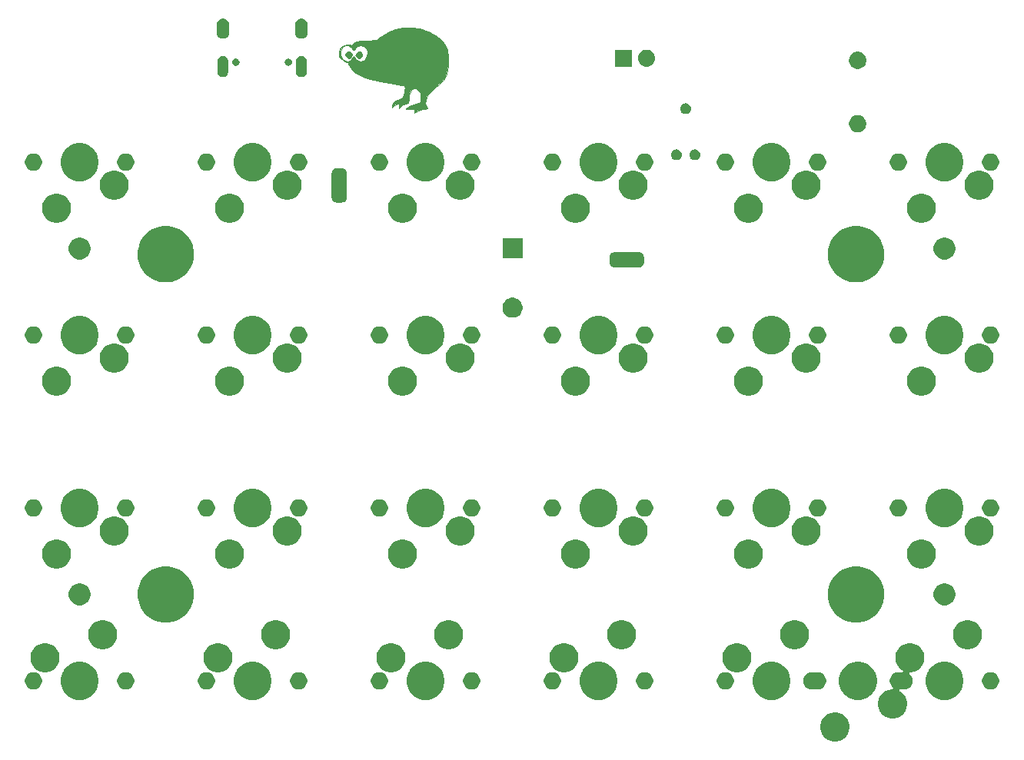
<source format=gbr>
G04 #@! TF.GenerationSoftware,KiCad,Pcbnew,5.0.2-5.fc29*
G04 #@! TF.CreationDate,2019-03-27T11:56:34+01:00*
G04 #@! TF.ProjectId,vitamins_included,76697461-6d69-46e7-935f-696e636c7564,rev?*
G04 #@! TF.SameCoordinates,Original*
G04 #@! TF.FileFunction,Soldermask,Top*
G04 #@! TF.FilePolarity,Negative*
%FSLAX46Y46*%
G04 Gerber Fmt 4.6, Leading zero omitted, Abs format (unit mm)*
G04 Created by KiCad (PCBNEW 5.0.2-5.fc29) date 2019-03-27T11:56:34 CET*
%MOMM*%
%LPD*%
G01*
G04 APERTURE LIST*
%ADD10C,0.010000*%
%ADD11C,0.100000*%
G04 APERTURE END LIST*
D10*
G04 #@! TO.C,G\002A\002A\002A*
G36*
X40406148Y-4685709D02*
X40557675Y-4835617D01*
X40595591Y-4936409D01*
X40590035Y-5174006D01*
X40469597Y-5333970D01*
X40280419Y-5391067D01*
X40068640Y-5320063D01*
X39999714Y-5262285D01*
X39887686Y-5118433D01*
X39894031Y-4985259D01*
X40020089Y-4801290D01*
X40209649Y-4670204D01*
X40406148Y-4685709D01*
X40406148Y-4685709D01*
G37*
X40406148Y-4685709D02*
X40557675Y-4835617D01*
X40595591Y-4936409D01*
X40590035Y-5174006D01*
X40469597Y-5333970D01*
X40280419Y-5391067D01*
X40068640Y-5320063D01*
X39999714Y-5262285D01*
X39887686Y-5118433D01*
X39894031Y-4985259D01*
X40020089Y-4801290D01*
X40209649Y-4670204D01*
X40406148Y-4685709D01*
G36*
X39281477Y-4696842D02*
X39432006Y-4840593D01*
X39522698Y-4994418D01*
X39528000Y-5029044D01*
X39464510Y-5156230D01*
X39321001Y-5297052D01*
X39167909Y-5387457D01*
X39125214Y-5395333D01*
X38995490Y-5340710D01*
X38899047Y-5262285D01*
X38791094Y-5106386D01*
X38766000Y-5014333D01*
X38831721Y-4850494D01*
X38980867Y-4699034D01*
X39139925Y-4633333D01*
X39281477Y-4696842D01*
X39281477Y-4696842D01*
G37*
X39281477Y-4696842D02*
X39432006Y-4840593D01*
X39522698Y-4994418D01*
X39528000Y-5029044D01*
X39464510Y-5156230D01*
X39321001Y-5297052D01*
X39167909Y-5387457D01*
X39125214Y-5395333D01*
X38995490Y-5340710D01*
X38899047Y-5262285D01*
X38791094Y-5106386D01*
X38766000Y-5014333D01*
X38831721Y-4850494D01*
X38980867Y-4699034D01*
X39139925Y-4633333D01*
X39281477Y-4696842D01*
G36*
X46987919Y-2162640D02*
X47933817Y-2475473D01*
X48217897Y-2600277D01*
X48861726Y-2963902D01*
X49363271Y-3397037D01*
X49741455Y-3917376D01*
X49849105Y-4125333D01*
X49942579Y-4337867D01*
X50005184Y-4533714D01*
X50042999Y-4755008D01*
X50062106Y-5043888D01*
X50068583Y-5442488D01*
X50069000Y-5649333D01*
X50056755Y-6240491D01*
X50009333Y-6725422D01*
X49910705Y-7135255D01*
X49744844Y-7501121D01*
X49495719Y-7854150D01*
X49147301Y-8225471D01*
X48683563Y-8646215D01*
X48402718Y-8885456D01*
X48124360Y-9151906D01*
X47883992Y-9438996D01*
X47749370Y-9653020D01*
X47623194Y-10001007D01*
X47576915Y-10330932D01*
X47612718Y-10596732D01*
X47698333Y-10729333D01*
X47814614Y-10867107D01*
X47770273Y-10952538D01*
X47566241Y-10984024D01*
X47550167Y-10984160D01*
X47317125Y-11020896D01*
X47017622Y-11114176D01*
X46830500Y-11191932D01*
X46386000Y-11398876D01*
X46386000Y-11179447D01*
X46377846Y-11055307D01*
X46325923Y-10996079D01*
X46189037Y-10987194D01*
X45925998Y-11014083D01*
X45920333Y-11014749D01*
X45614506Y-11032497D01*
X45461604Y-11000446D01*
X45455241Y-10926196D01*
X45589036Y-10817347D01*
X45856602Y-10681499D01*
X46251557Y-10526252D01*
X46363331Y-10487379D01*
X47021000Y-10263666D01*
X47046269Y-9732089D01*
X47053571Y-9431290D01*
X47027955Y-9238641D01*
X46951626Y-9093637D01*
X46814247Y-8943221D01*
X46546932Y-8752804D01*
X46299540Y-8720999D01*
X46084188Y-8837266D01*
X45912992Y-9091062D01*
X45798071Y-9471848D01*
X45754605Y-9865035D01*
X45733200Y-10348333D01*
X45408198Y-10401171D01*
X45062159Y-10535425D01*
X44888352Y-10697504D01*
X44693508Y-10941000D01*
X44693087Y-10660127D01*
X44679886Y-10472971D01*
X44618368Y-10414741D01*
X44502167Y-10437025D01*
X44297207Y-10537971D01*
X44121167Y-10669156D01*
X43930667Y-10843517D01*
X43930667Y-10665921D01*
X44007019Y-10416871D01*
X44208837Y-10175469D01*
X44495265Y-9981145D01*
X44732423Y-9892147D01*
X44914137Y-9843428D01*
X45035376Y-9784764D01*
X45115647Y-9682372D01*
X45174460Y-9502469D01*
X45231324Y-9211271D01*
X45275594Y-8951541D01*
X45312082Y-8636404D01*
X45292707Y-8461178D01*
X45271301Y-8434660D01*
X45165110Y-8404500D01*
X44919487Y-8351391D01*
X44561940Y-8280762D01*
X44119976Y-8198042D01*
X43621102Y-8108660D01*
X43606883Y-8106167D01*
X42664163Y-7931097D01*
X41872947Y-7761267D01*
X41215737Y-7591284D01*
X40675039Y-7415755D01*
X40233355Y-7229289D01*
X39873190Y-7026494D01*
X39697333Y-6901269D01*
X39501039Y-6705169D01*
X39312215Y-6446924D01*
X39167981Y-6185106D01*
X39105460Y-5978285D01*
X39105100Y-5966833D01*
X39043216Y-5848638D01*
X38884533Y-5818666D01*
X38653633Y-5745691D01*
X38386937Y-5540870D01*
X38365963Y-5520230D01*
X38190051Y-5329764D01*
X38108506Y-5171632D01*
X38095587Y-4980024D01*
X38202813Y-4980024D01*
X38303708Y-5283192D01*
X38489163Y-5522767D01*
X38730426Y-5676685D01*
X38998748Y-5722883D01*
X39265377Y-5639295D01*
X39392341Y-5538689D01*
X39547001Y-5364080D01*
X39642492Y-5221189D01*
X39697585Y-5141335D01*
X39752174Y-5221189D01*
X39929948Y-5471103D01*
X40181726Y-5657797D01*
X40443005Y-5733919D01*
X40450763Y-5734000D01*
X40756393Y-5662585D01*
X40988308Y-5473742D01*
X41139752Y-5205575D01*
X41203974Y-4896186D01*
X41174220Y-4583679D01*
X41043737Y-4306155D01*
X40805771Y-4101719D01*
X40745131Y-4073141D01*
X40423880Y-4007522D01*
X40134827Y-4100749D01*
X39866296Y-4351843D01*
X39724116Y-4494384D01*
X39642985Y-4498853D01*
X39636833Y-4486299D01*
X39462030Y-4219682D01*
X39190309Y-4032756D01*
X39056577Y-3991087D01*
X38786300Y-4016958D01*
X38521085Y-4167878D01*
X38310862Y-4405613D01*
X38215228Y-4635328D01*
X38202813Y-4980024D01*
X38095587Y-4980024D01*
X38094912Y-4970027D01*
X38109552Y-4784425D01*
X38160090Y-4482176D01*
X38263069Y-4272132D01*
X38417791Y-4109195D01*
X38647827Y-3962143D01*
X38908488Y-3878325D01*
X39145057Y-3867069D01*
X39302815Y-3937708D01*
X39316323Y-3955982D01*
X39406317Y-3957174D01*
X39581535Y-3861292D01*
X39710841Y-3765482D01*
X39857584Y-3651958D01*
X39989168Y-3573600D01*
X40141881Y-3522300D01*
X40352015Y-3489947D01*
X40655860Y-3468432D01*
X41089706Y-3449645D01*
X41131565Y-3448000D01*
X42210087Y-3405666D01*
X42668210Y-3055289D01*
X43457482Y-2550826D01*
X44290098Y-2208836D01*
X45160049Y-2029814D01*
X46061326Y-2014251D01*
X46987919Y-2162640D01*
X46987919Y-2162640D01*
G37*
X46987919Y-2162640D02*
X47933817Y-2475473D01*
X48217897Y-2600277D01*
X48861726Y-2963902D01*
X49363271Y-3397037D01*
X49741455Y-3917376D01*
X49849105Y-4125333D01*
X49942579Y-4337867D01*
X50005184Y-4533714D01*
X50042999Y-4755008D01*
X50062106Y-5043888D01*
X50068583Y-5442488D01*
X50069000Y-5649333D01*
X50056755Y-6240491D01*
X50009333Y-6725422D01*
X49910705Y-7135255D01*
X49744844Y-7501121D01*
X49495719Y-7854150D01*
X49147301Y-8225471D01*
X48683563Y-8646215D01*
X48402718Y-8885456D01*
X48124360Y-9151906D01*
X47883992Y-9438996D01*
X47749370Y-9653020D01*
X47623194Y-10001007D01*
X47576915Y-10330932D01*
X47612718Y-10596732D01*
X47698333Y-10729333D01*
X47814614Y-10867107D01*
X47770273Y-10952538D01*
X47566241Y-10984024D01*
X47550167Y-10984160D01*
X47317125Y-11020896D01*
X47017622Y-11114176D01*
X46830500Y-11191932D01*
X46386000Y-11398876D01*
X46386000Y-11179447D01*
X46377846Y-11055307D01*
X46325923Y-10996079D01*
X46189037Y-10987194D01*
X45925998Y-11014083D01*
X45920333Y-11014749D01*
X45614506Y-11032497D01*
X45461604Y-11000446D01*
X45455241Y-10926196D01*
X45589036Y-10817347D01*
X45856602Y-10681499D01*
X46251557Y-10526252D01*
X46363331Y-10487379D01*
X47021000Y-10263666D01*
X47046269Y-9732089D01*
X47053571Y-9431290D01*
X47027955Y-9238641D01*
X46951626Y-9093637D01*
X46814247Y-8943221D01*
X46546932Y-8752804D01*
X46299540Y-8720999D01*
X46084188Y-8837266D01*
X45912992Y-9091062D01*
X45798071Y-9471848D01*
X45754605Y-9865035D01*
X45733200Y-10348333D01*
X45408198Y-10401171D01*
X45062159Y-10535425D01*
X44888352Y-10697504D01*
X44693508Y-10941000D01*
X44693087Y-10660127D01*
X44679886Y-10472971D01*
X44618368Y-10414741D01*
X44502167Y-10437025D01*
X44297207Y-10537971D01*
X44121167Y-10669156D01*
X43930667Y-10843517D01*
X43930667Y-10665921D01*
X44007019Y-10416871D01*
X44208837Y-10175469D01*
X44495265Y-9981145D01*
X44732423Y-9892147D01*
X44914137Y-9843428D01*
X45035376Y-9784764D01*
X45115647Y-9682372D01*
X45174460Y-9502469D01*
X45231324Y-9211271D01*
X45275594Y-8951541D01*
X45312082Y-8636404D01*
X45292707Y-8461178D01*
X45271301Y-8434660D01*
X45165110Y-8404500D01*
X44919487Y-8351391D01*
X44561940Y-8280762D01*
X44119976Y-8198042D01*
X43621102Y-8108660D01*
X43606883Y-8106167D01*
X42664163Y-7931097D01*
X41872947Y-7761267D01*
X41215737Y-7591284D01*
X40675039Y-7415755D01*
X40233355Y-7229289D01*
X39873190Y-7026494D01*
X39697333Y-6901269D01*
X39501039Y-6705169D01*
X39312215Y-6446924D01*
X39167981Y-6185106D01*
X39105460Y-5978285D01*
X39105100Y-5966833D01*
X39043216Y-5848638D01*
X38884533Y-5818666D01*
X38653633Y-5745691D01*
X38386937Y-5540870D01*
X38365963Y-5520230D01*
X38190051Y-5329764D01*
X38108506Y-5171632D01*
X38095587Y-4980024D01*
X38202813Y-4980024D01*
X38303708Y-5283192D01*
X38489163Y-5522767D01*
X38730426Y-5676685D01*
X38998748Y-5722883D01*
X39265377Y-5639295D01*
X39392341Y-5538689D01*
X39547001Y-5364080D01*
X39642492Y-5221189D01*
X39697585Y-5141335D01*
X39752174Y-5221189D01*
X39929948Y-5471103D01*
X40181726Y-5657797D01*
X40443005Y-5733919D01*
X40450763Y-5734000D01*
X40756393Y-5662585D01*
X40988308Y-5473742D01*
X41139752Y-5205575D01*
X41203974Y-4896186D01*
X41174220Y-4583679D01*
X41043737Y-4306155D01*
X40805771Y-4101719D01*
X40745131Y-4073141D01*
X40423880Y-4007522D01*
X40134827Y-4100749D01*
X39866296Y-4351843D01*
X39724116Y-4494384D01*
X39642985Y-4498853D01*
X39636833Y-4486299D01*
X39462030Y-4219682D01*
X39190309Y-4032756D01*
X39056577Y-3991087D01*
X38786300Y-4016958D01*
X38521085Y-4167878D01*
X38310862Y-4405613D01*
X38215228Y-4635328D01*
X38202813Y-4980024D01*
X38095587Y-4980024D01*
X38094912Y-4970027D01*
X38109552Y-4784425D01*
X38160090Y-4482176D01*
X38263069Y-4272132D01*
X38417791Y-4109195D01*
X38647827Y-3962143D01*
X38908488Y-3878325D01*
X39145057Y-3867069D01*
X39302815Y-3937708D01*
X39316323Y-3955982D01*
X39406317Y-3957174D01*
X39581535Y-3861292D01*
X39710841Y-3765482D01*
X39857584Y-3651958D01*
X39989168Y-3573600D01*
X40141881Y-3522300D01*
X40352015Y-3489947D01*
X40655860Y-3468432D01*
X41089706Y-3449645D01*
X41131565Y-3448000D01*
X42210087Y-3405666D01*
X42668210Y-3055289D01*
X43457482Y-2550826D01*
X44290098Y-2208836D01*
X45160049Y-2029814D01*
X46061326Y-2014251D01*
X46987919Y-2162640D01*
D11*
G36*
X93151703Y-77541486D02*
X93442883Y-77662097D01*
X93704944Y-77837201D01*
X93927799Y-78060056D01*
X94102903Y-78322117D01*
X94223514Y-78613297D01*
X94285000Y-78922412D01*
X94285000Y-79237588D01*
X94223514Y-79546703D01*
X94102903Y-79837883D01*
X93927799Y-80099944D01*
X93704944Y-80322799D01*
X93442883Y-80497903D01*
X93151703Y-80618514D01*
X92842588Y-80680000D01*
X92527412Y-80680000D01*
X92218297Y-80618514D01*
X91927117Y-80497903D01*
X91665056Y-80322799D01*
X91442201Y-80099944D01*
X91267097Y-79837883D01*
X91146486Y-79546703D01*
X91085000Y-79237588D01*
X91085000Y-78922412D01*
X91146486Y-78613297D01*
X91267097Y-78322117D01*
X91442201Y-78060056D01*
X91665056Y-77837201D01*
X91927117Y-77662097D01*
X92218297Y-77541486D01*
X92527412Y-77480000D01*
X92842588Y-77480000D01*
X93151703Y-77541486D01*
X93151703Y-77541486D01*
G37*
G36*
X101406703Y-69921486D02*
X101697883Y-70042097D01*
X101959944Y-70217201D01*
X102182799Y-70440056D01*
X102357903Y-70702117D01*
X102478514Y-70993297D01*
X102540000Y-71302412D01*
X102540000Y-71617588D01*
X102478514Y-71926703D01*
X102357903Y-72217883D01*
X102182799Y-72479944D01*
X101959944Y-72702799D01*
X101697883Y-72877903D01*
X101406703Y-72998514D01*
X101097588Y-73060000D01*
X101010279Y-73060000D01*
X100985893Y-73062402D01*
X100962444Y-73069515D01*
X100940833Y-73081066D01*
X100921891Y-73096612D01*
X100906345Y-73115554D01*
X100894794Y-73137165D01*
X100887681Y-73160614D01*
X100885279Y-73185000D01*
X100887681Y-73209386D01*
X100894794Y-73232835D01*
X100906345Y-73254446D01*
X100921891Y-73273388D01*
X101042913Y-73394410D01*
X101146879Y-73550006D01*
X101218492Y-73722895D01*
X101255000Y-73906433D01*
X101255000Y-74093567D01*
X101218492Y-74277105D01*
X101146879Y-74449994D01*
X101042913Y-74605590D01*
X100910590Y-74737913D01*
X100754994Y-74841879D01*
X100582105Y-74913492D01*
X100460916Y-74937598D01*
X100398568Y-74950000D01*
X100211432Y-74950000D01*
X100149084Y-74937598D01*
X100027895Y-74913492D01*
X100027892Y-74913491D01*
X100020010Y-74911923D01*
X100011899Y-74909462D01*
X99987513Y-74907058D01*
X99963127Y-74909457D01*
X99955010Y-74911919D01*
X99947108Y-74913491D01*
X99947105Y-74913492D01*
X99883657Y-74926113D01*
X99860210Y-74933225D01*
X99838600Y-74944776D01*
X99819657Y-74960322D01*
X99804112Y-74979264D01*
X99792561Y-75000875D01*
X99785448Y-75024324D01*
X99783046Y-75048710D01*
X99785448Y-75073097D01*
X99792561Y-75096546D01*
X99804112Y-75118156D01*
X99819658Y-75137099D01*
X99838600Y-75152644D01*
X100054944Y-75297201D01*
X100277799Y-75520056D01*
X100452903Y-75782117D01*
X100573514Y-76073297D01*
X100635000Y-76382412D01*
X100635000Y-76697588D01*
X100573514Y-77006703D01*
X100452903Y-77297883D01*
X100277799Y-77559944D01*
X100054944Y-77782799D01*
X99792883Y-77957903D01*
X99501703Y-78078514D01*
X99192588Y-78140000D01*
X98877412Y-78140000D01*
X98568297Y-78078514D01*
X98277117Y-77957903D01*
X98015056Y-77782799D01*
X97792201Y-77559944D01*
X97617097Y-77297883D01*
X97496486Y-77006703D01*
X97435000Y-76697588D01*
X97435000Y-76382412D01*
X97496486Y-76073297D01*
X97617097Y-75782117D01*
X97792201Y-75520056D01*
X98015056Y-75297201D01*
X98277117Y-75122097D01*
X98568297Y-75001486D01*
X98877412Y-74940000D01*
X98964721Y-74940000D01*
X98989107Y-74937598D01*
X99012556Y-74930485D01*
X99034167Y-74918934D01*
X99053109Y-74903388D01*
X99068655Y-74884446D01*
X99080206Y-74862835D01*
X99087319Y-74839386D01*
X99089721Y-74815000D01*
X99087319Y-74790614D01*
X99080206Y-74767165D01*
X99068655Y-74745554D01*
X99053109Y-74726612D01*
X98932087Y-74605590D01*
X98828121Y-74449994D01*
X98756508Y-74277105D01*
X98720000Y-74093567D01*
X98720000Y-73906433D01*
X98756508Y-73722895D01*
X98828121Y-73550006D01*
X98932087Y-73394410D01*
X99064410Y-73262087D01*
X99220006Y-73158121D01*
X99392895Y-73086508D01*
X99550170Y-73055224D01*
X99576432Y-73050000D01*
X99763568Y-73050000D01*
X99789830Y-73055224D01*
X99947105Y-73086508D01*
X99947108Y-73086509D01*
X99954990Y-73088077D01*
X99963101Y-73090538D01*
X99987487Y-73092942D01*
X100011873Y-73090543D01*
X100019990Y-73088081D01*
X100027892Y-73086509D01*
X100027895Y-73086508D01*
X100091343Y-73073887D01*
X100114790Y-73066775D01*
X100136400Y-73055224D01*
X100155343Y-73039678D01*
X100170888Y-73020736D01*
X100182439Y-72999125D01*
X100189552Y-72975676D01*
X100191954Y-72951290D01*
X100189552Y-72926903D01*
X100182439Y-72903454D01*
X100170888Y-72881844D01*
X100155342Y-72862901D01*
X100136400Y-72847356D01*
X99920056Y-72702799D01*
X99697201Y-72479944D01*
X99522097Y-72217883D01*
X99401486Y-71926703D01*
X99340000Y-71617588D01*
X99340000Y-71302412D01*
X99401486Y-70993297D01*
X99522097Y-70702117D01*
X99697201Y-70440056D01*
X99920056Y-70217201D01*
X100182117Y-70042097D01*
X100473297Y-69921486D01*
X100782412Y-69860000D01*
X101097588Y-69860000D01*
X101406703Y-69921486D01*
X101406703Y-69921486D01*
G37*
G36*
X10112547Y-71980701D02*
X10494722Y-72139003D01*
X10494723Y-72139004D01*
X10838672Y-72368823D01*
X11131177Y-72661328D01*
X11275887Y-72877902D01*
X11360997Y-73005278D01*
X11519299Y-73387453D01*
X11600000Y-73793167D01*
X11600000Y-74206833D01*
X11519299Y-74612547D01*
X11360997Y-74994722D01*
X11324923Y-75048710D01*
X11131177Y-75338672D01*
X10838672Y-75631177D01*
X10612775Y-75782116D01*
X10494722Y-75860997D01*
X10112547Y-76019299D01*
X9706833Y-76100000D01*
X9293167Y-76100000D01*
X8887453Y-76019299D01*
X8505278Y-75860997D01*
X8387225Y-75782116D01*
X8161328Y-75631177D01*
X7868823Y-75338672D01*
X7675077Y-75048710D01*
X7639003Y-74994722D01*
X7480701Y-74612547D01*
X7400000Y-74206833D01*
X7400000Y-73793167D01*
X7480701Y-73387453D01*
X7639003Y-73005278D01*
X7724113Y-72877902D01*
X7868823Y-72661328D01*
X8161328Y-72368823D01*
X8505277Y-72139004D01*
X8505278Y-72139003D01*
X8887453Y-71980701D01*
X9293167Y-71900000D01*
X9706833Y-71900000D01*
X10112547Y-71980701D01*
X10112547Y-71980701D01*
G37*
G36*
X48212547Y-71980701D02*
X48594722Y-72139003D01*
X48594723Y-72139004D01*
X48938672Y-72368823D01*
X49231177Y-72661328D01*
X49375887Y-72877902D01*
X49460997Y-73005278D01*
X49619299Y-73387453D01*
X49700000Y-73793167D01*
X49700000Y-74206833D01*
X49619299Y-74612547D01*
X49460997Y-74994722D01*
X49424923Y-75048710D01*
X49231177Y-75338672D01*
X48938672Y-75631177D01*
X48712775Y-75782116D01*
X48594722Y-75860997D01*
X48212547Y-76019299D01*
X47806833Y-76100000D01*
X47393167Y-76100000D01*
X46987453Y-76019299D01*
X46605278Y-75860997D01*
X46487225Y-75782116D01*
X46261328Y-75631177D01*
X45968823Y-75338672D01*
X45775077Y-75048710D01*
X45739003Y-74994722D01*
X45580701Y-74612547D01*
X45500000Y-74206833D01*
X45500000Y-73793167D01*
X45580701Y-73387453D01*
X45739003Y-73005278D01*
X45824113Y-72877902D01*
X45968823Y-72661328D01*
X46261328Y-72368823D01*
X46605277Y-72139004D01*
X46605278Y-72139003D01*
X46987453Y-71980701D01*
X47393167Y-71900000D01*
X47806833Y-71900000D01*
X48212547Y-71980701D01*
X48212547Y-71980701D01*
G37*
G36*
X67262547Y-71980701D02*
X67644722Y-72139003D01*
X67644723Y-72139004D01*
X67988672Y-72368823D01*
X68281177Y-72661328D01*
X68425887Y-72877902D01*
X68510997Y-73005278D01*
X68669299Y-73387453D01*
X68750000Y-73793167D01*
X68750000Y-74206833D01*
X68669299Y-74612547D01*
X68510997Y-74994722D01*
X68474923Y-75048710D01*
X68281177Y-75338672D01*
X67988672Y-75631177D01*
X67762775Y-75782116D01*
X67644722Y-75860997D01*
X67262547Y-76019299D01*
X66856833Y-76100000D01*
X66443167Y-76100000D01*
X66037453Y-76019299D01*
X65655278Y-75860997D01*
X65537225Y-75782116D01*
X65311328Y-75631177D01*
X65018823Y-75338672D01*
X64825077Y-75048710D01*
X64789003Y-74994722D01*
X64630701Y-74612547D01*
X64550000Y-74206833D01*
X64550000Y-73793167D01*
X64630701Y-73387453D01*
X64789003Y-73005278D01*
X64874113Y-72877902D01*
X65018823Y-72661328D01*
X65311328Y-72368823D01*
X65655277Y-72139004D01*
X65655278Y-72139003D01*
X66037453Y-71980701D01*
X66443167Y-71900000D01*
X66856833Y-71900000D01*
X67262547Y-71980701D01*
X67262547Y-71980701D01*
G37*
G36*
X95837547Y-71980701D02*
X96219722Y-72139003D01*
X96219723Y-72139004D01*
X96563672Y-72368823D01*
X96856177Y-72661328D01*
X97000887Y-72877902D01*
X97085997Y-73005278D01*
X97244299Y-73387453D01*
X97325000Y-73793167D01*
X97325000Y-74206833D01*
X97244299Y-74612547D01*
X97085997Y-74994722D01*
X97049923Y-75048710D01*
X96856177Y-75338672D01*
X96563672Y-75631177D01*
X96337775Y-75782116D01*
X96219722Y-75860997D01*
X95837547Y-76019299D01*
X95431833Y-76100000D01*
X95018167Y-76100000D01*
X94612453Y-76019299D01*
X94230278Y-75860997D01*
X94112225Y-75782116D01*
X93886328Y-75631177D01*
X93593823Y-75338672D01*
X93400077Y-75048710D01*
X93364003Y-74994722D01*
X93205701Y-74612547D01*
X93125000Y-74206833D01*
X93125000Y-73793167D01*
X93205701Y-73387453D01*
X93364003Y-73005278D01*
X93449113Y-72877902D01*
X93593823Y-72661328D01*
X93886328Y-72368823D01*
X94230277Y-72139004D01*
X94230278Y-72139003D01*
X94612453Y-71980701D01*
X95018167Y-71900000D01*
X95431833Y-71900000D01*
X95837547Y-71980701D01*
X95837547Y-71980701D01*
G37*
G36*
X29162547Y-71980701D02*
X29544722Y-72139003D01*
X29544723Y-72139004D01*
X29888672Y-72368823D01*
X30181177Y-72661328D01*
X30325887Y-72877902D01*
X30410997Y-73005278D01*
X30569299Y-73387453D01*
X30650000Y-73793167D01*
X30650000Y-74206833D01*
X30569299Y-74612547D01*
X30410997Y-74994722D01*
X30374923Y-75048710D01*
X30181177Y-75338672D01*
X29888672Y-75631177D01*
X29662775Y-75782116D01*
X29544722Y-75860997D01*
X29162547Y-76019299D01*
X28756833Y-76100000D01*
X28343167Y-76100000D01*
X27937453Y-76019299D01*
X27555278Y-75860997D01*
X27437225Y-75782116D01*
X27211328Y-75631177D01*
X26918823Y-75338672D01*
X26725077Y-75048710D01*
X26689003Y-74994722D01*
X26530701Y-74612547D01*
X26450000Y-74206833D01*
X26450000Y-73793167D01*
X26530701Y-73387453D01*
X26689003Y-73005278D01*
X26774113Y-72877902D01*
X26918823Y-72661328D01*
X27211328Y-72368823D01*
X27555277Y-72139004D01*
X27555278Y-72139003D01*
X27937453Y-71980701D01*
X28343167Y-71900000D01*
X28756833Y-71900000D01*
X29162547Y-71980701D01*
X29162547Y-71980701D01*
G37*
G36*
X86312547Y-71980701D02*
X86694722Y-72139003D01*
X86694723Y-72139004D01*
X87038672Y-72368823D01*
X87331177Y-72661328D01*
X87475887Y-72877902D01*
X87560997Y-73005278D01*
X87719299Y-73387453D01*
X87800000Y-73793167D01*
X87800000Y-74206833D01*
X87719299Y-74612547D01*
X87560997Y-74994722D01*
X87524923Y-75048710D01*
X87331177Y-75338672D01*
X87038672Y-75631177D01*
X86812775Y-75782116D01*
X86694722Y-75860997D01*
X86312547Y-76019299D01*
X85906833Y-76100000D01*
X85493167Y-76100000D01*
X85087453Y-76019299D01*
X84705278Y-75860997D01*
X84587225Y-75782116D01*
X84361328Y-75631177D01*
X84068823Y-75338672D01*
X83875077Y-75048710D01*
X83839003Y-74994722D01*
X83680701Y-74612547D01*
X83600000Y-74206833D01*
X83600000Y-73793167D01*
X83680701Y-73387453D01*
X83839003Y-73005278D01*
X83924113Y-72877902D01*
X84068823Y-72661328D01*
X84361328Y-72368823D01*
X84705277Y-72139004D01*
X84705278Y-72139003D01*
X85087453Y-71980701D01*
X85493167Y-71900000D01*
X85906833Y-71900000D01*
X86312547Y-71980701D01*
X86312547Y-71980701D01*
G37*
G36*
X105362547Y-71980701D02*
X105744722Y-72139003D01*
X105744723Y-72139004D01*
X106088672Y-72368823D01*
X106381177Y-72661328D01*
X106525887Y-72877902D01*
X106610997Y-73005278D01*
X106769299Y-73387453D01*
X106850000Y-73793167D01*
X106850000Y-74206833D01*
X106769299Y-74612547D01*
X106610997Y-74994722D01*
X106574923Y-75048710D01*
X106381177Y-75338672D01*
X106088672Y-75631177D01*
X105862775Y-75782116D01*
X105744722Y-75860997D01*
X105362547Y-76019299D01*
X104956833Y-76100000D01*
X104543167Y-76100000D01*
X104137453Y-76019299D01*
X103755278Y-75860997D01*
X103637225Y-75782116D01*
X103411328Y-75631177D01*
X103118823Y-75338672D01*
X102925077Y-75048710D01*
X102889003Y-74994722D01*
X102730701Y-74612547D01*
X102650000Y-74206833D01*
X102650000Y-73793167D01*
X102730701Y-73387453D01*
X102889003Y-73005278D01*
X102974113Y-72877902D01*
X103118823Y-72661328D01*
X103411328Y-72368823D01*
X103755277Y-72139004D01*
X103755278Y-72139003D01*
X104137453Y-71980701D01*
X104543167Y-71900000D01*
X104956833Y-71900000D01*
X105362547Y-71980701D01*
X105362547Y-71980701D01*
G37*
G36*
X80739830Y-73055224D02*
X80897105Y-73086508D01*
X81069994Y-73158121D01*
X81225590Y-73262087D01*
X81357913Y-73394410D01*
X81461879Y-73550006D01*
X81533492Y-73722895D01*
X81570000Y-73906433D01*
X81570000Y-74093567D01*
X81533492Y-74277105D01*
X81461879Y-74449994D01*
X81357913Y-74605590D01*
X81225590Y-74737913D01*
X81069994Y-74841879D01*
X80897105Y-74913492D01*
X80775916Y-74937598D01*
X80713568Y-74950000D01*
X80526432Y-74950000D01*
X80464084Y-74937598D01*
X80342895Y-74913492D01*
X80170006Y-74841879D01*
X80014410Y-74737913D01*
X79882087Y-74605590D01*
X79778121Y-74449994D01*
X79706508Y-74277105D01*
X79670000Y-74093567D01*
X79670000Y-73906433D01*
X79706508Y-73722895D01*
X79778121Y-73550006D01*
X79882087Y-73394410D01*
X80014410Y-73262087D01*
X80170006Y-73158121D01*
X80342895Y-73086508D01*
X80500170Y-73055224D01*
X80526432Y-73050000D01*
X80713568Y-73050000D01*
X80739830Y-73055224D01*
X80739830Y-73055224D01*
G37*
G36*
X33749830Y-73055224D02*
X33907105Y-73086508D01*
X34079994Y-73158121D01*
X34235590Y-73262087D01*
X34367913Y-73394410D01*
X34471879Y-73550006D01*
X34543492Y-73722895D01*
X34580000Y-73906433D01*
X34580000Y-74093567D01*
X34543492Y-74277105D01*
X34471879Y-74449994D01*
X34367913Y-74605590D01*
X34235590Y-74737913D01*
X34079994Y-74841879D01*
X33907105Y-74913492D01*
X33785916Y-74937598D01*
X33723568Y-74950000D01*
X33536432Y-74950000D01*
X33474084Y-74937598D01*
X33352895Y-74913492D01*
X33180006Y-74841879D01*
X33024410Y-74737913D01*
X32892087Y-74605590D01*
X32788121Y-74449994D01*
X32716508Y-74277105D01*
X32680000Y-74093567D01*
X32680000Y-73906433D01*
X32716508Y-73722895D01*
X32788121Y-73550006D01*
X32892087Y-73394410D01*
X33024410Y-73262087D01*
X33180006Y-73158121D01*
X33352895Y-73086508D01*
X33510170Y-73055224D01*
X33536432Y-73050000D01*
X33723568Y-73050000D01*
X33749830Y-73055224D01*
X33749830Y-73055224D01*
G37*
G36*
X23589830Y-73055224D02*
X23747105Y-73086508D01*
X23919994Y-73158121D01*
X24075590Y-73262087D01*
X24207913Y-73394410D01*
X24311879Y-73550006D01*
X24383492Y-73722895D01*
X24420000Y-73906433D01*
X24420000Y-74093567D01*
X24383492Y-74277105D01*
X24311879Y-74449994D01*
X24207913Y-74605590D01*
X24075590Y-74737913D01*
X23919994Y-74841879D01*
X23747105Y-74913492D01*
X23625916Y-74937598D01*
X23563568Y-74950000D01*
X23376432Y-74950000D01*
X23314084Y-74937598D01*
X23192895Y-74913492D01*
X23020006Y-74841879D01*
X22864410Y-74737913D01*
X22732087Y-74605590D01*
X22628121Y-74449994D01*
X22556508Y-74277105D01*
X22520000Y-74093567D01*
X22520000Y-73906433D01*
X22556508Y-73722895D01*
X22628121Y-73550006D01*
X22732087Y-73394410D01*
X22864410Y-73262087D01*
X23020006Y-73158121D01*
X23192895Y-73086508D01*
X23350170Y-73055224D01*
X23376432Y-73050000D01*
X23563568Y-73050000D01*
X23589830Y-73055224D01*
X23589830Y-73055224D01*
G37*
G36*
X71849830Y-73055224D02*
X72007105Y-73086508D01*
X72179994Y-73158121D01*
X72335590Y-73262087D01*
X72467913Y-73394410D01*
X72571879Y-73550006D01*
X72643492Y-73722895D01*
X72680000Y-73906433D01*
X72680000Y-74093567D01*
X72643492Y-74277105D01*
X72571879Y-74449994D01*
X72467913Y-74605590D01*
X72335590Y-74737913D01*
X72179994Y-74841879D01*
X72007105Y-74913492D01*
X71885916Y-74937598D01*
X71823568Y-74950000D01*
X71636432Y-74950000D01*
X71574084Y-74937598D01*
X71452895Y-74913492D01*
X71280006Y-74841879D01*
X71124410Y-74737913D01*
X70992087Y-74605590D01*
X70888121Y-74449994D01*
X70816508Y-74277105D01*
X70780000Y-74093567D01*
X70780000Y-73906433D01*
X70816508Y-73722895D01*
X70888121Y-73550006D01*
X70992087Y-73394410D01*
X71124410Y-73262087D01*
X71280006Y-73158121D01*
X71452895Y-73086508D01*
X71610170Y-73055224D01*
X71636432Y-73050000D01*
X71823568Y-73050000D01*
X71849830Y-73055224D01*
X71849830Y-73055224D01*
G37*
G36*
X52799830Y-73055224D02*
X52957105Y-73086508D01*
X53129994Y-73158121D01*
X53285590Y-73262087D01*
X53417913Y-73394410D01*
X53521879Y-73550006D01*
X53593492Y-73722895D01*
X53630000Y-73906433D01*
X53630000Y-74093567D01*
X53593492Y-74277105D01*
X53521879Y-74449994D01*
X53417913Y-74605590D01*
X53285590Y-74737913D01*
X53129994Y-74841879D01*
X52957105Y-74913492D01*
X52835916Y-74937598D01*
X52773568Y-74950000D01*
X52586432Y-74950000D01*
X52524084Y-74937598D01*
X52402895Y-74913492D01*
X52230006Y-74841879D01*
X52074410Y-74737913D01*
X51942087Y-74605590D01*
X51838121Y-74449994D01*
X51766508Y-74277105D01*
X51730000Y-74093567D01*
X51730000Y-73906433D01*
X51766508Y-73722895D01*
X51838121Y-73550006D01*
X51942087Y-73394410D01*
X52074410Y-73262087D01*
X52230006Y-73158121D01*
X52402895Y-73086508D01*
X52560170Y-73055224D01*
X52586432Y-73050000D01*
X52773568Y-73050000D01*
X52799830Y-73055224D01*
X52799830Y-73055224D01*
G37*
G36*
X42639830Y-73055224D02*
X42797105Y-73086508D01*
X42969994Y-73158121D01*
X43125590Y-73262087D01*
X43257913Y-73394410D01*
X43361879Y-73550006D01*
X43433492Y-73722895D01*
X43470000Y-73906433D01*
X43470000Y-74093567D01*
X43433492Y-74277105D01*
X43361879Y-74449994D01*
X43257913Y-74605590D01*
X43125590Y-74737913D01*
X42969994Y-74841879D01*
X42797105Y-74913492D01*
X42675916Y-74937598D01*
X42613568Y-74950000D01*
X42426432Y-74950000D01*
X42364084Y-74937598D01*
X42242895Y-74913492D01*
X42070006Y-74841879D01*
X41914410Y-74737913D01*
X41782087Y-74605590D01*
X41678121Y-74449994D01*
X41606508Y-74277105D01*
X41570000Y-74093567D01*
X41570000Y-73906433D01*
X41606508Y-73722895D01*
X41678121Y-73550006D01*
X41782087Y-73394410D01*
X41914410Y-73262087D01*
X42070006Y-73158121D01*
X42242895Y-73086508D01*
X42400170Y-73055224D01*
X42426432Y-73050000D01*
X42613568Y-73050000D01*
X42639830Y-73055224D01*
X42639830Y-73055224D01*
G37*
G36*
X14699830Y-73055224D02*
X14857105Y-73086508D01*
X15029994Y-73158121D01*
X15185590Y-73262087D01*
X15317913Y-73394410D01*
X15421879Y-73550006D01*
X15493492Y-73722895D01*
X15530000Y-73906433D01*
X15530000Y-74093567D01*
X15493492Y-74277105D01*
X15421879Y-74449994D01*
X15317913Y-74605590D01*
X15185590Y-74737913D01*
X15029994Y-74841879D01*
X14857105Y-74913492D01*
X14735916Y-74937598D01*
X14673568Y-74950000D01*
X14486432Y-74950000D01*
X14424084Y-74937598D01*
X14302895Y-74913492D01*
X14130006Y-74841879D01*
X13974410Y-74737913D01*
X13842087Y-74605590D01*
X13738121Y-74449994D01*
X13666508Y-74277105D01*
X13630000Y-74093567D01*
X13630000Y-73906433D01*
X13666508Y-73722895D01*
X13738121Y-73550006D01*
X13842087Y-73394410D01*
X13974410Y-73262087D01*
X14130006Y-73158121D01*
X14302895Y-73086508D01*
X14460170Y-73055224D01*
X14486432Y-73050000D01*
X14673568Y-73050000D01*
X14699830Y-73055224D01*
X14699830Y-73055224D01*
G37*
G36*
X61689830Y-73055224D02*
X61847105Y-73086508D01*
X62019994Y-73158121D01*
X62175590Y-73262087D01*
X62307913Y-73394410D01*
X62411879Y-73550006D01*
X62483492Y-73722895D01*
X62520000Y-73906433D01*
X62520000Y-74093567D01*
X62483492Y-74277105D01*
X62411879Y-74449994D01*
X62307913Y-74605590D01*
X62175590Y-74737913D01*
X62019994Y-74841879D01*
X61847105Y-74913492D01*
X61725916Y-74937598D01*
X61663568Y-74950000D01*
X61476432Y-74950000D01*
X61414084Y-74937598D01*
X61292895Y-74913492D01*
X61120006Y-74841879D01*
X60964410Y-74737913D01*
X60832087Y-74605590D01*
X60728121Y-74449994D01*
X60656508Y-74277105D01*
X60620000Y-74093567D01*
X60620000Y-73906433D01*
X60656508Y-73722895D01*
X60728121Y-73550006D01*
X60832087Y-73394410D01*
X60964410Y-73262087D01*
X61120006Y-73158121D01*
X61292895Y-73086508D01*
X61450170Y-73055224D01*
X61476432Y-73050000D01*
X61663568Y-73050000D01*
X61689830Y-73055224D01*
X61689830Y-73055224D01*
G37*
G36*
X90264830Y-73055224D02*
X90422105Y-73086508D01*
X90422108Y-73086509D01*
X90429990Y-73088077D01*
X90438101Y-73090538D01*
X90462487Y-73092942D01*
X90486873Y-73090543D01*
X90494992Y-73088080D01*
X90686432Y-73050000D01*
X90873568Y-73050000D01*
X90899830Y-73055224D01*
X91057105Y-73086508D01*
X91229994Y-73158121D01*
X91385590Y-73262087D01*
X91517913Y-73394410D01*
X91621879Y-73550006D01*
X91693492Y-73722895D01*
X91730000Y-73906433D01*
X91730000Y-74093567D01*
X91693492Y-74277105D01*
X91621879Y-74449994D01*
X91517913Y-74605590D01*
X91385590Y-74737913D01*
X91229994Y-74841879D01*
X91057105Y-74913492D01*
X90935916Y-74937598D01*
X90873568Y-74950000D01*
X90686432Y-74950000D01*
X90624084Y-74937598D01*
X90502895Y-74913492D01*
X90502892Y-74913491D01*
X90495010Y-74911923D01*
X90486899Y-74909462D01*
X90462513Y-74907058D01*
X90438127Y-74909457D01*
X90430008Y-74911920D01*
X90238568Y-74950000D01*
X90051432Y-74950000D01*
X89989084Y-74937598D01*
X89867895Y-74913492D01*
X89695006Y-74841879D01*
X89539410Y-74737913D01*
X89407087Y-74605590D01*
X89303121Y-74449994D01*
X89231508Y-74277105D01*
X89195000Y-74093567D01*
X89195000Y-73906433D01*
X89231508Y-73722895D01*
X89303121Y-73550006D01*
X89407087Y-73394410D01*
X89539410Y-73262087D01*
X89695006Y-73158121D01*
X89867895Y-73086508D01*
X90025170Y-73055224D01*
X90051432Y-73050000D01*
X90238568Y-73050000D01*
X90264830Y-73055224D01*
X90264830Y-73055224D01*
G37*
G36*
X109949830Y-73055224D02*
X110107105Y-73086508D01*
X110279994Y-73158121D01*
X110435590Y-73262087D01*
X110567913Y-73394410D01*
X110671879Y-73550006D01*
X110743492Y-73722895D01*
X110780000Y-73906433D01*
X110780000Y-74093567D01*
X110743492Y-74277105D01*
X110671879Y-74449994D01*
X110567913Y-74605590D01*
X110435590Y-74737913D01*
X110279994Y-74841879D01*
X110107105Y-74913492D01*
X109985916Y-74937598D01*
X109923568Y-74950000D01*
X109736432Y-74950000D01*
X109674084Y-74937598D01*
X109552895Y-74913492D01*
X109380006Y-74841879D01*
X109224410Y-74737913D01*
X109092087Y-74605590D01*
X108988121Y-74449994D01*
X108916508Y-74277105D01*
X108880000Y-74093567D01*
X108880000Y-73906433D01*
X108916508Y-73722895D01*
X108988121Y-73550006D01*
X109092087Y-73394410D01*
X109224410Y-73262087D01*
X109380006Y-73158121D01*
X109552895Y-73086508D01*
X109710170Y-73055224D01*
X109736432Y-73050000D01*
X109923568Y-73050000D01*
X109949830Y-73055224D01*
X109949830Y-73055224D01*
G37*
G36*
X4539830Y-73055224D02*
X4697105Y-73086508D01*
X4869994Y-73158121D01*
X5025590Y-73262087D01*
X5157913Y-73394410D01*
X5261879Y-73550006D01*
X5333492Y-73722895D01*
X5370000Y-73906433D01*
X5370000Y-74093567D01*
X5333492Y-74277105D01*
X5261879Y-74449994D01*
X5157913Y-74605590D01*
X5025590Y-74737913D01*
X4869994Y-74841879D01*
X4697105Y-74913492D01*
X4575916Y-74937598D01*
X4513568Y-74950000D01*
X4326432Y-74950000D01*
X4264084Y-74937598D01*
X4142895Y-74913492D01*
X3970006Y-74841879D01*
X3814410Y-74737913D01*
X3682087Y-74605590D01*
X3578121Y-74449994D01*
X3506508Y-74277105D01*
X3470000Y-74093567D01*
X3470000Y-73906433D01*
X3506508Y-73722895D01*
X3578121Y-73550006D01*
X3682087Y-73394410D01*
X3814410Y-73262087D01*
X3970006Y-73158121D01*
X4142895Y-73086508D01*
X4300170Y-73055224D01*
X4326432Y-73050000D01*
X4513568Y-73050000D01*
X4539830Y-73055224D01*
X4539830Y-73055224D01*
G37*
G36*
X25206703Y-69921486D02*
X25497883Y-70042097D01*
X25759944Y-70217201D01*
X25982799Y-70440056D01*
X26157903Y-70702117D01*
X26278514Y-70993297D01*
X26340000Y-71302412D01*
X26340000Y-71617588D01*
X26278514Y-71926703D01*
X26157903Y-72217883D01*
X25982799Y-72479944D01*
X25759944Y-72702799D01*
X25497883Y-72877903D01*
X25206703Y-72998514D01*
X24897588Y-73060000D01*
X24582412Y-73060000D01*
X24273297Y-72998514D01*
X23982117Y-72877903D01*
X23720056Y-72702799D01*
X23497201Y-72479944D01*
X23322097Y-72217883D01*
X23201486Y-71926703D01*
X23140000Y-71617588D01*
X23140000Y-71302412D01*
X23201486Y-70993297D01*
X23322097Y-70702117D01*
X23497201Y-70440056D01*
X23720056Y-70217201D01*
X23982117Y-70042097D01*
X24273297Y-69921486D01*
X24582412Y-69860000D01*
X24897588Y-69860000D01*
X25206703Y-69921486D01*
X25206703Y-69921486D01*
G37*
G36*
X82356703Y-69921486D02*
X82647883Y-70042097D01*
X82909944Y-70217201D01*
X83132799Y-70440056D01*
X83307903Y-70702117D01*
X83428514Y-70993297D01*
X83490000Y-71302412D01*
X83490000Y-71617588D01*
X83428514Y-71926703D01*
X83307903Y-72217883D01*
X83132799Y-72479944D01*
X82909944Y-72702799D01*
X82647883Y-72877903D01*
X82356703Y-72998514D01*
X82047588Y-73060000D01*
X81732412Y-73060000D01*
X81423297Y-72998514D01*
X81132117Y-72877903D01*
X80870056Y-72702799D01*
X80647201Y-72479944D01*
X80472097Y-72217883D01*
X80351486Y-71926703D01*
X80290000Y-71617588D01*
X80290000Y-71302412D01*
X80351486Y-70993297D01*
X80472097Y-70702117D01*
X80647201Y-70440056D01*
X80870056Y-70217201D01*
X81132117Y-70042097D01*
X81423297Y-69921486D01*
X81732412Y-69860000D01*
X82047588Y-69860000D01*
X82356703Y-69921486D01*
X82356703Y-69921486D01*
G37*
G36*
X6156703Y-69921486D02*
X6447883Y-70042097D01*
X6709944Y-70217201D01*
X6932799Y-70440056D01*
X7107903Y-70702117D01*
X7228514Y-70993297D01*
X7290000Y-71302412D01*
X7290000Y-71617588D01*
X7228514Y-71926703D01*
X7107903Y-72217883D01*
X6932799Y-72479944D01*
X6709944Y-72702799D01*
X6447883Y-72877903D01*
X6156703Y-72998514D01*
X5847588Y-73060000D01*
X5532412Y-73060000D01*
X5223297Y-72998514D01*
X4932117Y-72877903D01*
X4670056Y-72702799D01*
X4447201Y-72479944D01*
X4272097Y-72217883D01*
X4151486Y-71926703D01*
X4090000Y-71617588D01*
X4090000Y-71302412D01*
X4151486Y-70993297D01*
X4272097Y-70702117D01*
X4447201Y-70440056D01*
X4670056Y-70217201D01*
X4932117Y-70042097D01*
X5223297Y-69921486D01*
X5532412Y-69860000D01*
X5847588Y-69860000D01*
X6156703Y-69921486D01*
X6156703Y-69921486D01*
G37*
G36*
X63306703Y-69921486D02*
X63597883Y-70042097D01*
X63859944Y-70217201D01*
X64082799Y-70440056D01*
X64257903Y-70702117D01*
X64378514Y-70993297D01*
X64440000Y-71302412D01*
X64440000Y-71617588D01*
X64378514Y-71926703D01*
X64257903Y-72217883D01*
X64082799Y-72479944D01*
X63859944Y-72702799D01*
X63597883Y-72877903D01*
X63306703Y-72998514D01*
X62997588Y-73060000D01*
X62682412Y-73060000D01*
X62373297Y-72998514D01*
X62082117Y-72877903D01*
X61820056Y-72702799D01*
X61597201Y-72479944D01*
X61422097Y-72217883D01*
X61301486Y-71926703D01*
X61240000Y-71617588D01*
X61240000Y-71302412D01*
X61301486Y-70993297D01*
X61422097Y-70702117D01*
X61597201Y-70440056D01*
X61820056Y-70217201D01*
X62082117Y-70042097D01*
X62373297Y-69921486D01*
X62682412Y-69860000D01*
X62997588Y-69860000D01*
X63306703Y-69921486D01*
X63306703Y-69921486D01*
G37*
G36*
X44256703Y-69921486D02*
X44547883Y-70042097D01*
X44809944Y-70217201D01*
X45032799Y-70440056D01*
X45207903Y-70702117D01*
X45328514Y-70993297D01*
X45390000Y-71302412D01*
X45390000Y-71617588D01*
X45328514Y-71926703D01*
X45207903Y-72217883D01*
X45032799Y-72479944D01*
X44809944Y-72702799D01*
X44547883Y-72877903D01*
X44256703Y-72998514D01*
X43947588Y-73060000D01*
X43632412Y-73060000D01*
X43323297Y-72998514D01*
X43032117Y-72877903D01*
X42770056Y-72702799D01*
X42547201Y-72479944D01*
X42372097Y-72217883D01*
X42251486Y-71926703D01*
X42190000Y-71617588D01*
X42190000Y-71302412D01*
X42251486Y-70993297D01*
X42372097Y-70702117D01*
X42547201Y-70440056D01*
X42770056Y-70217201D01*
X43032117Y-70042097D01*
X43323297Y-69921486D01*
X43632412Y-69860000D01*
X43947588Y-69860000D01*
X44256703Y-69921486D01*
X44256703Y-69921486D01*
G37*
G36*
X50606703Y-67381486D02*
X50897883Y-67502097D01*
X51159944Y-67677201D01*
X51382799Y-67900056D01*
X51557903Y-68162117D01*
X51678514Y-68453297D01*
X51740000Y-68762412D01*
X51740000Y-69077588D01*
X51678514Y-69386703D01*
X51557903Y-69677883D01*
X51382799Y-69939944D01*
X51159944Y-70162799D01*
X50897883Y-70337903D01*
X50606703Y-70458514D01*
X50297588Y-70520000D01*
X49982412Y-70520000D01*
X49673297Y-70458514D01*
X49382117Y-70337903D01*
X49120056Y-70162799D01*
X48897201Y-69939944D01*
X48722097Y-69677883D01*
X48601486Y-69386703D01*
X48540000Y-69077588D01*
X48540000Y-68762412D01*
X48601486Y-68453297D01*
X48722097Y-68162117D01*
X48897201Y-67900056D01*
X49120056Y-67677201D01*
X49382117Y-67502097D01*
X49673297Y-67381486D01*
X49982412Y-67320000D01*
X50297588Y-67320000D01*
X50606703Y-67381486D01*
X50606703Y-67381486D01*
G37*
G36*
X107756703Y-67381486D02*
X108047883Y-67502097D01*
X108309944Y-67677201D01*
X108532799Y-67900056D01*
X108707903Y-68162117D01*
X108828514Y-68453297D01*
X108890000Y-68762412D01*
X108890000Y-69077588D01*
X108828514Y-69386703D01*
X108707903Y-69677883D01*
X108532799Y-69939944D01*
X108309944Y-70162799D01*
X108047883Y-70337903D01*
X107756703Y-70458514D01*
X107447588Y-70520000D01*
X107132412Y-70520000D01*
X106823297Y-70458514D01*
X106532117Y-70337903D01*
X106270056Y-70162799D01*
X106047201Y-69939944D01*
X105872097Y-69677883D01*
X105751486Y-69386703D01*
X105690000Y-69077588D01*
X105690000Y-68762412D01*
X105751486Y-68453297D01*
X105872097Y-68162117D01*
X106047201Y-67900056D01*
X106270056Y-67677201D01*
X106532117Y-67502097D01*
X106823297Y-67381486D01*
X107132412Y-67320000D01*
X107447588Y-67320000D01*
X107756703Y-67381486D01*
X107756703Y-67381486D01*
G37*
G36*
X88706703Y-67381486D02*
X88997883Y-67502097D01*
X89259944Y-67677201D01*
X89482799Y-67900056D01*
X89657903Y-68162117D01*
X89778514Y-68453297D01*
X89840000Y-68762412D01*
X89840000Y-69077588D01*
X89778514Y-69386703D01*
X89657903Y-69677883D01*
X89482799Y-69939944D01*
X89259944Y-70162799D01*
X88997883Y-70337903D01*
X88706703Y-70458514D01*
X88397588Y-70520000D01*
X88082412Y-70520000D01*
X87773297Y-70458514D01*
X87482117Y-70337903D01*
X87220056Y-70162799D01*
X86997201Y-69939944D01*
X86822097Y-69677883D01*
X86701486Y-69386703D01*
X86640000Y-69077588D01*
X86640000Y-68762412D01*
X86701486Y-68453297D01*
X86822097Y-68162117D01*
X86997201Y-67900056D01*
X87220056Y-67677201D01*
X87482117Y-67502097D01*
X87773297Y-67381486D01*
X88082412Y-67320000D01*
X88397588Y-67320000D01*
X88706703Y-67381486D01*
X88706703Y-67381486D01*
G37*
G36*
X31556703Y-67381486D02*
X31847883Y-67502097D01*
X32109944Y-67677201D01*
X32332799Y-67900056D01*
X32507903Y-68162117D01*
X32628514Y-68453297D01*
X32690000Y-68762412D01*
X32690000Y-69077588D01*
X32628514Y-69386703D01*
X32507903Y-69677883D01*
X32332799Y-69939944D01*
X32109944Y-70162799D01*
X31847883Y-70337903D01*
X31556703Y-70458514D01*
X31247588Y-70520000D01*
X30932412Y-70520000D01*
X30623297Y-70458514D01*
X30332117Y-70337903D01*
X30070056Y-70162799D01*
X29847201Y-69939944D01*
X29672097Y-69677883D01*
X29551486Y-69386703D01*
X29490000Y-69077588D01*
X29490000Y-68762412D01*
X29551486Y-68453297D01*
X29672097Y-68162117D01*
X29847201Y-67900056D01*
X30070056Y-67677201D01*
X30332117Y-67502097D01*
X30623297Y-67381486D01*
X30932412Y-67320000D01*
X31247588Y-67320000D01*
X31556703Y-67381486D01*
X31556703Y-67381486D01*
G37*
G36*
X69656703Y-67381486D02*
X69947883Y-67502097D01*
X70209944Y-67677201D01*
X70432799Y-67900056D01*
X70607903Y-68162117D01*
X70728514Y-68453297D01*
X70790000Y-68762412D01*
X70790000Y-69077588D01*
X70728514Y-69386703D01*
X70607903Y-69677883D01*
X70432799Y-69939944D01*
X70209944Y-70162799D01*
X69947883Y-70337903D01*
X69656703Y-70458514D01*
X69347588Y-70520000D01*
X69032412Y-70520000D01*
X68723297Y-70458514D01*
X68432117Y-70337903D01*
X68170056Y-70162799D01*
X67947201Y-69939944D01*
X67772097Y-69677883D01*
X67651486Y-69386703D01*
X67590000Y-69077588D01*
X67590000Y-68762412D01*
X67651486Y-68453297D01*
X67772097Y-68162117D01*
X67947201Y-67900056D01*
X68170056Y-67677201D01*
X68432117Y-67502097D01*
X68723297Y-67381486D01*
X69032412Y-67320000D01*
X69347588Y-67320000D01*
X69656703Y-67381486D01*
X69656703Y-67381486D01*
G37*
G36*
X12506703Y-67381486D02*
X12797883Y-67502097D01*
X13059944Y-67677201D01*
X13282799Y-67900056D01*
X13457903Y-68162117D01*
X13578514Y-68453297D01*
X13640000Y-68762412D01*
X13640000Y-69077588D01*
X13578514Y-69386703D01*
X13457903Y-69677883D01*
X13282799Y-69939944D01*
X13059944Y-70162799D01*
X12797883Y-70337903D01*
X12506703Y-70458514D01*
X12197588Y-70520000D01*
X11882412Y-70520000D01*
X11573297Y-70458514D01*
X11282117Y-70337903D01*
X11020056Y-70162799D01*
X10797201Y-69939944D01*
X10622097Y-69677883D01*
X10501486Y-69386703D01*
X10440000Y-69077588D01*
X10440000Y-68762412D01*
X10501486Y-68453297D01*
X10622097Y-68162117D01*
X10797201Y-67900056D01*
X11020056Y-67677201D01*
X11282117Y-67502097D01*
X11573297Y-67381486D01*
X11882412Y-67320000D01*
X12197588Y-67320000D01*
X12506703Y-67381486D01*
X12506703Y-67381486D01*
G37*
G36*
X95704599Y-61479421D02*
X95904237Y-61519131D01*
X96468401Y-61752815D01*
X96976135Y-62092072D01*
X97407928Y-62523865D01*
X97747185Y-63031599D01*
X97980869Y-63595763D01*
X97980869Y-63595764D01*
X98086136Y-64124974D01*
X98100000Y-64194677D01*
X98100000Y-64805323D01*
X97980869Y-65404237D01*
X97747185Y-65968401D01*
X97407928Y-66476135D01*
X96976135Y-66907928D01*
X96468401Y-67247185D01*
X95904237Y-67480869D01*
X95797516Y-67502097D01*
X95305325Y-67600000D01*
X94694675Y-67600000D01*
X94202484Y-67502097D01*
X94095763Y-67480869D01*
X93531599Y-67247185D01*
X93023865Y-66907928D01*
X92592072Y-66476135D01*
X92252815Y-65968401D01*
X92019131Y-65404237D01*
X91900000Y-64805323D01*
X91900000Y-64194677D01*
X91913865Y-64124974D01*
X92019131Y-63595764D01*
X92019131Y-63595763D01*
X92252815Y-63031599D01*
X92592072Y-62523865D01*
X93023865Y-62092072D01*
X93531599Y-61752815D01*
X94095763Y-61519131D01*
X94295401Y-61479421D01*
X94694675Y-61400000D01*
X95305325Y-61400000D01*
X95704599Y-61479421D01*
X95704599Y-61479421D01*
G37*
G36*
X19704599Y-61479421D02*
X19904237Y-61519131D01*
X20468401Y-61752815D01*
X20976135Y-62092072D01*
X21407928Y-62523865D01*
X21747185Y-63031599D01*
X21980869Y-63595763D01*
X21980869Y-63595764D01*
X22086136Y-64124974D01*
X22100000Y-64194677D01*
X22100000Y-64805323D01*
X21980869Y-65404237D01*
X21747185Y-65968401D01*
X21407928Y-66476135D01*
X20976135Y-66907928D01*
X20468401Y-67247185D01*
X19904237Y-67480869D01*
X19797516Y-67502097D01*
X19305325Y-67600000D01*
X18694675Y-67600000D01*
X18202484Y-67502097D01*
X18095763Y-67480869D01*
X17531599Y-67247185D01*
X17023865Y-66907928D01*
X16592072Y-66476135D01*
X16252815Y-65968401D01*
X16019131Y-65404237D01*
X15900000Y-64805323D01*
X15900000Y-64194677D01*
X15913865Y-64124974D01*
X16019131Y-63595764D01*
X16019131Y-63595763D01*
X16252815Y-63031599D01*
X16592072Y-62523865D01*
X17023865Y-62092072D01*
X17531599Y-61752815D01*
X18095763Y-61519131D01*
X18295401Y-61479421D01*
X18694675Y-61400000D01*
X19305325Y-61400000D01*
X19704599Y-61479421D01*
X19704599Y-61479421D01*
G37*
G36*
X9850026Y-63321115D02*
X10068412Y-63411573D01*
X10264958Y-63542901D01*
X10432099Y-63710042D01*
X10563427Y-63906588D01*
X10653885Y-64124974D01*
X10700000Y-64356809D01*
X10700000Y-64593191D01*
X10653885Y-64825026D01*
X10563427Y-65043412D01*
X10432099Y-65239958D01*
X10264958Y-65407099D01*
X10068412Y-65538427D01*
X9850026Y-65628885D01*
X9618191Y-65675000D01*
X9381809Y-65675000D01*
X9149974Y-65628885D01*
X8931588Y-65538427D01*
X8735042Y-65407099D01*
X8567901Y-65239958D01*
X8436573Y-65043412D01*
X8346115Y-64825026D01*
X8300000Y-64593191D01*
X8300000Y-64356809D01*
X8346115Y-64124974D01*
X8436573Y-63906588D01*
X8567901Y-63710042D01*
X8735042Y-63542901D01*
X8931588Y-63411573D01*
X9149974Y-63321115D01*
X9381809Y-63275000D01*
X9618191Y-63275000D01*
X9850026Y-63321115D01*
X9850026Y-63321115D01*
G37*
G36*
X105100026Y-63321115D02*
X105318412Y-63411573D01*
X105514958Y-63542901D01*
X105682099Y-63710042D01*
X105813427Y-63906588D01*
X105903885Y-64124974D01*
X105950000Y-64356809D01*
X105950000Y-64593191D01*
X105903885Y-64825026D01*
X105813427Y-65043412D01*
X105682099Y-65239958D01*
X105514958Y-65407099D01*
X105318412Y-65538427D01*
X105100026Y-65628885D01*
X104868191Y-65675000D01*
X104631809Y-65675000D01*
X104399974Y-65628885D01*
X104181588Y-65538427D01*
X103985042Y-65407099D01*
X103817901Y-65239958D01*
X103686573Y-65043412D01*
X103596115Y-64825026D01*
X103550000Y-64593191D01*
X103550000Y-64356809D01*
X103596115Y-64124974D01*
X103686573Y-63906588D01*
X103817901Y-63710042D01*
X103985042Y-63542901D01*
X104181588Y-63411573D01*
X104399974Y-63321115D01*
X104631809Y-63275000D01*
X104868191Y-63275000D01*
X105100026Y-63321115D01*
X105100026Y-63321115D01*
G37*
G36*
X7426703Y-58491486D02*
X7717883Y-58612097D01*
X7979944Y-58787201D01*
X8202799Y-59010056D01*
X8377903Y-59272117D01*
X8498514Y-59563297D01*
X8560000Y-59872412D01*
X8560000Y-60187588D01*
X8498514Y-60496703D01*
X8377903Y-60787883D01*
X8202799Y-61049944D01*
X7979944Y-61272799D01*
X7717883Y-61447903D01*
X7426703Y-61568514D01*
X7117588Y-61630000D01*
X6802412Y-61630000D01*
X6493297Y-61568514D01*
X6202117Y-61447903D01*
X5940056Y-61272799D01*
X5717201Y-61049944D01*
X5542097Y-60787883D01*
X5421486Y-60496703D01*
X5360000Y-60187588D01*
X5360000Y-59872412D01*
X5421486Y-59563297D01*
X5542097Y-59272117D01*
X5717201Y-59010056D01*
X5940056Y-58787201D01*
X6202117Y-58612097D01*
X6493297Y-58491486D01*
X6802412Y-58430000D01*
X7117588Y-58430000D01*
X7426703Y-58491486D01*
X7426703Y-58491486D01*
G37*
G36*
X102676703Y-58491486D02*
X102967883Y-58612097D01*
X103229944Y-58787201D01*
X103452799Y-59010056D01*
X103627903Y-59272117D01*
X103748514Y-59563297D01*
X103810000Y-59872412D01*
X103810000Y-60187588D01*
X103748514Y-60496703D01*
X103627903Y-60787883D01*
X103452799Y-61049944D01*
X103229944Y-61272799D01*
X102967883Y-61447903D01*
X102676703Y-61568514D01*
X102367588Y-61630000D01*
X102052412Y-61630000D01*
X101743297Y-61568514D01*
X101452117Y-61447903D01*
X101190056Y-61272799D01*
X100967201Y-61049944D01*
X100792097Y-60787883D01*
X100671486Y-60496703D01*
X100610000Y-60187588D01*
X100610000Y-59872412D01*
X100671486Y-59563297D01*
X100792097Y-59272117D01*
X100967201Y-59010056D01*
X101190056Y-58787201D01*
X101452117Y-58612097D01*
X101743297Y-58491486D01*
X102052412Y-58430000D01*
X102367588Y-58430000D01*
X102676703Y-58491486D01*
X102676703Y-58491486D01*
G37*
G36*
X64576703Y-58491486D02*
X64867883Y-58612097D01*
X65129944Y-58787201D01*
X65352799Y-59010056D01*
X65527903Y-59272117D01*
X65648514Y-59563297D01*
X65710000Y-59872412D01*
X65710000Y-60187588D01*
X65648514Y-60496703D01*
X65527903Y-60787883D01*
X65352799Y-61049944D01*
X65129944Y-61272799D01*
X64867883Y-61447903D01*
X64576703Y-61568514D01*
X64267588Y-61630000D01*
X63952412Y-61630000D01*
X63643297Y-61568514D01*
X63352117Y-61447903D01*
X63090056Y-61272799D01*
X62867201Y-61049944D01*
X62692097Y-60787883D01*
X62571486Y-60496703D01*
X62510000Y-60187588D01*
X62510000Y-59872412D01*
X62571486Y-59563297D01*
X62692097Y-59272117D01*
X62867201Y-59010056D01*
X63090056Y-58787201D01*
X63352117Y-58612097D01*
X63643297Y-58491486D01*
X63952412Y-58430000D01*
X64267588Y-58430000D01*
X64576703Y-58491486D01*
X64576703Y-58491486D01*
G37*
G36*
X45526703Y-58491486D02*
X45817883Y-58612097D01*
X46079944Y-58787201D01*
X46302799Y-59010056D01*
X46477903Y-59272117D01*
X46598514Y-59563297D01*
X46660000Y-59872412D01*
X46660000Y-60187588D01*
X46598514Y-60496703D01*
X46477903Y-60787883D01*
X46302799Y-61049944D01*
X46079944Y-61272799D01*
X45817883Y-61447903D01*
X45526703Y-61568514D01*
X45217588Y-61630000D01*
X44902412Y-61630000D01*
X44593297Y-61568514D01*
X44302117Y-61447903D01*
X44040056Y-61272799D01*
X43817201Y-61049944D01*
X43642097Y-60787883D01*
X43521486Y-60496703D01*
X43460000Y-60187588D01*
X43460000Y-59872412D01*
X43521486Y-59563297D01*
X43642097Y-59272117D01*
X43817201Y-59010056D01*
X44040056Y-58787201D01*
X44302117Y-58612097D01*
X44593297Y-58491486D01*
X44902412Y-58430000D01*
X45217588Y-58430000D01*
X45526703Y-58491486D01*
X45526703Y-58491486D01*
G37*
G36*
X26476703Y-58491486D02*
X26767883Y-58612097D01*
X27029944Y-58787201D01*
X27252799Y-59010056D01*
X27427903Y-59272117D01*
X27548514Y-59563297D01*
X27610000Y-59872412D01*
X27610000Y-60187588D01*
X27548514Y-60496703D01*
X27427903Y-60787883D01*
X27252799Y-61049944D01*
X27029944Y-61272799D01*
X26767883Y-61447903D01*
X26476703Y-61568514D01*
X26167588Y-61630000D01*
X25852412Y-61630000D01*
X25543297Y-61568514D01*
X25252117Y-61447903D01*
X24990056Y-61272799D01*
X24767201Y-61049944D01*
X24592097Y-60787883D01*
X24471486Y-60496703D01*
X24410000Y-60187588D01*
X24410000Y-59872412D01*
X24471486Y-59563297D01*
X24592097Y-59272117D01*
X24767201Y-59010056D01*
X24990056Y-58787201D01*
X25252117Y-58612097D01*
X25543297Y-58491486D01*
X25852412Y-58430000D01*
X26167588Y-58430000D01*
X26476703Y-58491486D01*
X26476703Y-58491486D01*
G37*
G36*
X83626703Y-58491486D02*
X83917883Y-58612097D01*
X84179944Y-58787201D01*
X84402799Y-59010056D01*
X84577903Y-59272117D01*
X84698514Y-59563297D01*
X84760000Y-59872412D01*
X84760000Y-60187588D01*
X84698514Y-60496703D01*
X84577903Y-60787883D01*
X84402799Y-61049944D01*
X84179944Y-61272799D01*
X83917883Y-61447903D01*
X83626703Y-61568514D01*
X83317588Y-61630000D01*
X83002412Y-61630000D01*
X82693297Y-61568514D01*
X82402117Y-61447903D01*
X82140056Y-61272799D01*
X81917201Y-61049944D01*
X81742097Y-60787883D01*
X81621486Y-60496703D01*
X81560000Y-60187588D01*
X81560000Y-59872412D01*
X81621486Y-59563297D01*
X81742097Y-59272117D01*
X81917201Y-59010056D01*
X82140056Y-58787201D01*
X82402117Y-58612097D01*
X82693297Y-58491486D01*
X83002412Y-58430000D01*
X83317588Y-58430000D01*
X83626703Y-58491486D01*
X83626703Y-58491486D01*
G37*
G36*
X13776703Y-55951486D02*
X14067883Y-56072097D01*
X14329944Y-56247201D01*
X14552799Y-56470056D01*
X14727903Y-56732117D01*
X14848514Y-57023297D01*
X14910000Y-57332412D01*
X14910000Y-57647588D01*
X14848514Y-57956703D01*
X14727903Y-58247883D01*
X14552799Y-58509944D01*
X14329944Y-58732799D01*
X14067883Y-58907903D01*
X13776703Y-59028514D01*
X13467588Y-59090000D01*
X13152412Y-59090000D01*
X12843297Y-59028514D01*
X12552117Y-58907903D01*
X12290056Y-58732799D01*
X12067201Y-58509944D01*
X11892097Y-58247883D01*
X11771486Y-57956703D01*
X11710000Y-57647588D01*
X11710000Y-57332412D01*
X11771486Y-57023297D01*
X11892097Y-56732117D01*
X12067201Y-56470056D01*
X12290056Y-56247201D01*
X12552117Y-56072097D01*
X12843297Y-55951486D01*
X13152412Y-55890000D01*
X13467588Y-55890000D01*
X13776703Y-55951486D01*
X13776703Y-55951486D01*
G37*
G36*
X70926703Y-55951486D02*
X71217883Y-56072097D01*
X71479944Y-56247201D01*
X71702799Y-56470056D01*
X71877903Y-56732117D01*
X71998514Y-57023297D01*
X72060000Y-57332412D01*
X72060000Y-57647588D01*
X71998514Y-57956703D01*
X71877903Y-58247883D01*
X71702799Y-58509944D01*
X71479944Y-58732799D01*
X71217883Y-58907903D01*
X70926703Y-59028514D01*
X70617588Y-59090000D01*
X70302412Y-59090000D01*
X69993297Y-59028514D01*
X69702117Y-58907903D01*
X69440056Y-58732799D01*
X69217201Y-58509944D01*
X69042097Y-58247883D01*
X68921486Y-57956703D01*
X68860000Y-57647588D01*
X68860000Y-57332412D01*
X68921486Y-57023297D01*
X69042097Y-56732117D01*
X69217201Y-56470056D01*
X69440056Y-56247201D01*
X69702117Y-56072097D01*
X69993297Y-55951486D01*
X70302412Y-55890000D01*
X70617588Y-55890000D01*
X70926703Y-55951486D01*
X70926703Y-55951486D01*
G37*
G36*
X51876703Y-55951486D02*
X52167883Y-56072097D01*
X52429944Y-56247201D01*
X52652799Y-56470056D01*
X52827903Y-56732117D01*
X52948514Y-57023297D01*
X53010000Y-57332412D01*
X53010000Y-57647588D01*
X52948514Y-57956703D01*
X52827903Y-58247883D01*
X52652799Y-58509944D01*
X52429944Y-58732799D01*
X52167883Y-58907903D01*
X51876703Y-59028514D01*
X51567588Y-59090000D01*
X51252412Y-59090000D01*
X50943297Y-59028514D01*
X50652117Y-58907903D01*
X50390056Y-58732799D01*
X50167201Y-58509944D01*
X49992097Y-58247883D01*
X49871486Y-57956703D01*
X49810000Y-57647588D01*
X49810000Y-57332412D01*
X49871486Y-57023297D01*
X49992097Y-56732117D01*
X50167201Y-56470056D01*
X50390056Y-56247201D01*
X50652117Y-56072097D01*
X50943297Y-55951486D01*
X51252412Y-55890000D01*
X51567588Y-55890000D01*
X51876703Y-55951486D01*
X51876703Y-55951486D01*
G37*
G36*
X32826703Y-55951486D02*
X33117883Y-56072097D01*
X33379944Y-56247201D01*
X33602799Y-56470056D01*
X33777903Y-56732117D01*
X33898514Y-57023297D01*
X33960000Y-57332412D01*
X33960000Y-57647588D01*
X33898514Y-57956703D01*
X33777903Y-58247883D01*
X33602799Y-58509944D01*
X33379944Y-58732799D01*
X33117883Y-58907903D01*
X32826703Y-59028514D01*
X32517588Y-59090000D01*
X32202412Y-59090000D01*
X31893297Y-59028514D01*
X31602117Y-58907903D01*
X31340056Y-58732799D01*
X31117201Y-58509944D01*
X30942097Y-58247883D01*
X30821486Y-57956703D01*
X30760000Y-57647588D01*
X30760000Y-57332412D01*
X30821486Y-57023297D01*
X30942097Y-56732117D01*
X31117201Y-56470056D01*
X31340056Y-56247201D01*
X31602117Y-56072097D01*
X31893297Y-55951486D01*
X32202412Y-55890000D01*
X32517588Y-55890000D01*
X32826703Y-55951486D01*
X32826703Y-55951486D01*
G37*
G36*
X109026703Y-55951486D02*
X109317883Y-56072097D01*
X109579944Y-56247201D01*
X109802799Y-56470056D01*
X109977903Y-56732117D01*
X110098514Y-57023297D01*
X110160000Y-57332412D01*
X110160000Y-57647588D01*
X110098514Y-57956703D01*
X109977903Y-58247883D01*
X109802799Y-58509944D01*
X109579944Y-58732799D01*
X109317883Y-58907903D01*
X109026703Y-59028514D01*
X108717588Y-59090000D01*
X108402412Y-59090000D01*
X108093297Y-59028514D01*
X107802117Y-58907903D01*
X107540056Y-58732799D01*
X107317201Y-58509944D01*
X107142097Y-58247883D01*
X107021486Y-57956703D01*
X106960000Y-57647588D01*
X106960000Y-57332412D01*
X107021486Y-57023297D01*
X107142097Y-56732117D01*
X107317201Y-56470056D01*
X107540056Y-56247201D01*
X107802117Y-56072097D01*
X108093297Y-55951486D01*
X108402412Y-55890000D01*
X108717588Y-55890000D01*
X109026703Y-55951486D01*
X109026703Y-55951486D01*
G37*
G36*
X89976703Y-55951486D02*
X90267883Y-56072097D01*
X90529944Y-56247201D01*
X90752799Y-56470056D01*
X90927903Y-56732117D01*
X91048514Y-57023297D01*
X91110000Y-57332412D01*
X91110000Y-57647588D01*
X91048514Y-57956703D01*
X90927903Y-58247883D01*
X90752799Y-58509944D01*
X90529944Y-58732799D01*
X90267883Y-58907903D01*
X89976703Y-59028514D01*
X89667588Y-59090000D01*
X89352412Y-59090000D01*
X89043297Y-59028514D01*
X88752117Y-58907903D01*
X88490056Y-58732799D01*
X88267201Y-58509944D01*
X88092097Y-58247883D01*
X87971486Y-57956703D01*
X87910000Y-57647588D01*
X87910000Y-57332412D01*
X87971486Y-57023297D01*
X88092097Y-56732117D01*
X88267201Y-56470056D01*
X88490056Y-56247201D01*
X88752117Y-56072097D01*
X89043297Y-55951486D01*
X89352412Y-55890000D01*
X89667588Y-55890000D01*
X89976703Y-55951486D01*
X89976703Y-55951486D01*
G37*
G36*
X105362547Y-52930701D02*
X105744722Y-53089003D01*
X105744723Y-53089004D01*
X106088672Y-53318823D01*
X106381177Y-53611328D01*
X106534390Y-53840627D01*
X106610997Y-53955278D01*
X106769299Y-54337453D01*
X106850000Y-54743167D01*
X106850000Y-55156833D01*
X106769299Y-55562547D01*
X106610997Y-55944722D01*
X106534390Y-56059373D01*
X106381177Y-56288672D01*
X106088672Y-56581177D01*
X105862775Y-56732116D01*
X105744722Y-56810997D01*
X105362547Y-56969299D01*
X104956833Y-57050000D01*
X104543167Y-57050000D01*
X104137453Y-56969299D01*
X103755278Y-56810997D01*
X103637225Y-56732116D01*
X103411328Y-56581177D01*
X103118823Y-56288672D01*
X102965610Y-56059373D01*
X102889003Y-55944722D01*
X102730701Y-55562547D01*
X102650000Y-55156833D01*
X102650000Y-54743167D01*
X102730701Y-54337453D01*
X102889003Y-53955278D01*
X102965610Y-53840627D01*
X103118823Y-53611328D01*
X103411328Y-53318823D01*
X103755277Y-53089004D01*
X103755278Y-53089003D01*
X104137453Y-52930701D01*
X104543167Y-52850000D01*
X104956833Y-52850000D01*
X105362547Y-52930701D01*
X105362547Y-52930701D01*
G37*
G36*
X86312547Y-52930701D02*
X86694722Y-53089003D01*
X86694723Y-53089004D01*
X87038672Y-53318823D01*
X87331177Y-53611328D01*
X87484390Y-53840627D01*
X87560997Y-53955278D01*
X87719299Y-54337453D01*
X87800000Y-54743167D01*
X87800000Y-55156833D01*
X87719299Y-55562547D01*
X87560997Y-55944722D01*
X87484390Y-56059373D01*
X87331177Y-56288672D01*
X87038672Y-56581177D01*
X86812775Y-56732116D01*
X86694722Y-56810997D01*
X86312547Y-56969299D01*
X85906833Y-57050000D01*
X85493167Y-57050000D01*
X85087453Y-56969299D01*
X84705278Y-56810997D01*
X84587225Y-56732116D01*
X84361328Y-56581177D01*
X84068823Y-56288672D01*
X83915610Y-56059373D01*
X83839003Y-55944722D01*
X83680701Y-55562547D01*
X83600000Y-55156833D01*
X83600000Y-54743167D01*
X83680701Y-54337453D01*
X83839003Y-53955278D01*
X83915610Y-53840627D01*
X84068823Y-53611328D01*
X84361328Y-53318823D01*
X84705277Y-53089004D01*
X84705278Y-53089003D01*
X85087453Y-52930701D01*
X85493167Y-52850000D01*
X85906833Y-52850000D01*
X86312547Y-52930701D01*
X86312547Y-52930701D01*
G37*
G36*
X29162547Y-52930701D02*
X29544722Y-53089003D01*
X29544723Y-53089004D01*
X29888672Y-53318823D01*
X30181177Y-53611328D01*
X30334390Y-53840627D01*
X30410997Y-53955278D01*
X30569299Y-54337453D01*
X30650000Y-54743167D01*
X30650000Y-55156833D01*
X30569299Y-55562547D01*
X30410997Y-55944722D01*
X30334390Y-56059373D01*
X30181177Y-56288672D01*
X29888672Y-56581177D01*
X29662775Y-56732116D01*
X29544722Y-56810997D01*
X29162547Y-56969299D01*
X28756833Y-57050000D01*
X28343167Y-57050000D01*
X27937453Y-56969299D01*
X27555278Y-56810997D01*
X27437225Y-56732116D01*
X27211328Y-56581177D01*
X26918823Y-56288672D01*
X26765610Y-56059373D01*
X26689003Y-55944722D01*
X26530701Y-55562547D01*
X26450000Y-55156833D01*
X26450000Y-54743167D01*
X26530701Y-54337453D01*
X26689003Y-53955278D01*
X26765610Y-53840627D01*
X26918823Y-53611328D01*
X27211328Y-53318823D01*
X27555277Y-53089004D01*
X27555278Y-53089003D01*
X27937453Y-52930701D01*
X28343167Y-52850000D01*
X28756833Y-52850000D01*
X29162547Y-52930701D01*
X29162547Y-52930701D01*
G37*
G36*
X48212547Y-52930701D02*
X48594722Y-53089003D01*
X48594723Y-53089004D01*
X48938672Y-53318823D01*
X49231177Y-53611328D01*
X49384390Y-53840627D01*
X49460997Y-53955278D01*
X49619299Y-54337453D01*
X49700000Y-54743167D01*
X49700000Y-55156833D01*
X49619299Y-55562547D01*
X49460997Y-55944722D01*
X49384390Y-56059373D01*
X49231177Y-56288672D01*
X48938672Y-56581177D01*
X48712775Y-56732116D01*
X48594722Y-56810997D01*
X48212547Y-56969299D01*
X47806833Y-57050000D01*
X47393167Y-57050000D01*
X46987453Y-56969299D01*
X46605278Y-56810997D01*
X46487225Y-56732116D01*
X46261328Y-56581177D01*
X45968823Y-56288672D01*
X45815610Y-56059373D01*
X45739003Y-55944722D01*
X45580701Y-55562547D01*
X45500000Y-55156833D01*
X45500000Y-54743167D01*
X45580701Y-54337453D01*
X45739003Y-53955278D01*
X45815610Y-53840627D01*
X45968823Y-53611328D01*
X46261328Y-53318823D01*
X46605277Y-53089004D01*
X46605278Y-53089003D01*
X46987453Y-52930701D01*
X47393167Y-52850000D01*
X47806833Y-52850000D01*
X48212547Y-52930701D01*
X48212547Y-52930701D01*
G37*
G36*
X67262547Y-52930701D02*
X67644722Y-53089003D01*
X67644723Y-53089004D01*
X67988672Y-53318823D01*
X68281177Y-53611328D01*
X68434390Y-53840627D01*
X68510997Y-53955278D01*
X68669299Y-54337453D01*
X68750000Y-54743167D01*
X68750000Y-55156833D01*
X68669299Y-55562547D01*
X68510997Y-55944722D01*
X68434390Y-56059373D01*
X68281177Y-56288672D01*
X67988672Y-56581177D01*
X67762775Y-56732116D01*
X67644722Y-56810997D01*
X67262547Y-56969299D01*
X66856833Y-57050000D01*
X66443167Y-57050000D01*
X66037453Y-56969299D01*
X65655278Y-56810997D01*
X65537225Y-56732116D01*
X65311328Y-56581177D01*
X65018823Y-56288672D01*
X64865610Y-56059373D01*
X64789003Y-55944722D01*
X64630701Y-55562547D01*
X64550000Y-55156833D01*
X64550000Y-54743167D01*
X64630701Y-54337453D01*
X64789003Y-53955278D01*
X64865610Y-53840627D01*
X65018823Y-53611328D01*
X65311328Y-53318823D01*
X65655277Y-53089004D01*
X65655278Y-53089003D01*
X66037453Y-52930701D01*
X66443167Y-52850000D01*
X66856833Y-52850000D01*
X67262547Y-52930701D01*
X67262547Y-52930701D01*
G37*
G36*
X10112547Y-52930701D02*
X10494722Y-53089003D01*
X10494723Y-53089004D01*
X10838672Y-53318823D01*
X11131177Y-53611328D01*
X11284390Y-53840627D01*
X11360997Y-53955278D01*
X11519299Y-54337453D01*
X11600000Y-54743167D01*
X11600000Y-55156833D01*
X11519299Y-55562547D01*
X11360997Y-55944722D01*
X11284390Y-56059373D01*
X11131177Y-56288672D01*
X10838672Y-56581177D01*
X10612775Y-56732116D01*
X10494722Y-56810997D01*
X10112547Y-56969299D01*
X9706833Y-57050000D01*
X9293167Y-57050000D01*
X8887453Y-56969299D01*
X8505278Y-56810997D01*
X8387225Y-56732116D01*
X8161328Y-56581177D01*
X7868823Y-56288672D01*
X7715610Y-56059373D01*
X7639003Y-55944722D01*
X7480701Y-55562547D01*
X7400000Y-55156833D01*
X7400000Y-54743167D01*
X7480701Y-54337453D01*
X7639003Y-53955278D01*
X7715610Y-53840627D01*
X7868823Y-53611328D01*
X8161328Y-53318823D01*
X8505277Y-53089004D01*
X8505278Y-53089003D01*
X8887453Y-52930701D01*
X9293167Y-52850000D01*
X9706833Y-52850000D01*
X10112547Y-52930701D01*
X10112547Y-52930701D01*
G37*
G36*
X23609452Y-54009127D02*
X23747105Y-54036508D01*
X23919994Y-54108121D01*
X24075590Y-54212087D01*
X24207913Y-54344410D01*
X24311879Y-54500006D01*
X24383492Y-54672895D01*
X24420000Y-54856433D01*
X24420000Y-55043567D01*
X24383492Y-55227105D01*
X24311879Y-55399994D01*
X24207913Y-55555590D01*
X24075590Y-55687913D01*
X23919994Y-55791879D01*
X23747105Y-55863492D01*
X23613840Y-55890000D01*
X23563568Y-55900000D01*
X23376432Y-55900000D01*
X23326160Y-55890000D01*
X23192895Y-55863492D01*
X23020006Y-55791879D01*
X22864410Y-55687913D01*
X22732087Y-55555590D01*
X22628121Y-55399994D01*
X22556508Y-55227105D01*
X22520000Y-55043567D01*
X22520000Y-54856433D01*
X22556508Y-54672895D01*
X22628121Y-54500006D01*
X22732087Y-54344410D01*
X22864410Y-54212087D01*
X23020006Y-54108121D01*
X23192895Y-54036508D01*
X23330548Y-54009127D01*
X23376432Y-54000000D01*
X23563568Y-54000000D01*
X23609452Y-54009127D01*
X23609452Y-54009127D01*
G37*
G36*
X109969452Y-54009127D02*
X110107105Y-54036508D01*
X110279994Y-54108121D01*
X110435590Y-54212087D01*
X110567913Y-54344410D01*
X110671879Y-54500006D01*
X110743492Y-54672895D01*
X110780000Y-54856433D01*
X110780000Y-55043567D01*
X110743492Y-55227105D01*
X110671879Y-55399994D01*
X110567913Y-55555590D01*
X110435590Y-55687913D01*
X110279994Y-55791879D01*
X110107105Y-55863492D01*
X109973840Y-55890000D01*
X109923568Y-55900000D01*
X109736432Y-55900000D01*
X109686160Y-55890000D01*
X109552895Y-55863492D01*
X109380006Y-55791879D01*
X109224410Y-55687913D01*
X109092087Y-55555590D01*
X108988121Y-55399994D01*
X108916508Y-55227105D01*
X108880000Y-55043567D01*
X108880000Y-54856433D01*
X108916508Y-54672895D01*
X108988121Y-54500006D01*
X109092087Y-54344410D01*
X109224410Y-54212087D01*
X109380006Y-54108121D01*
X109552895Y-54036508D01*
X109690548Y-54009127D01*
X109736432Y-54000000D01*
X109923568Y-54000000D01*
X109969452Y-54009127D01*
X109969452Y-54009127D01*
G37*
G36*
X99809452Y-54009127D02*
X99947105Y-54036508D01*
X100119994Y-54108121D01*
X100275590Y-54212087D01*
X100407913Y-54344410D01*
X100511879Y-54500006D01*
X100583492Y-54672895D01*
X100620000Y-54856433D01*
X100620000Y-55043567D01*
X100583492Y-55227105D01*
X100511879Y-55399994D01*
X100407913Y-55555590D01*
X100275590Y-55687913D01*
X100119994Y-55791879D01*
X99947105Y-55863492D01*
X99813840Y-55890000D01*
X99763568Y-55900000D01*
X99576432Y-55900000D01*
X99526160Y-55890000D01*
X99392895Y-55863492D01*
X99220006Y-55791879D01*
X99064410Y-55687913D01*
X98932087Y-55555590D01*
X98828121Y-55399994D01*
X98756508Y-55227105D01*
X98720000Y-55043567D01*
X98720000Y-54856433D01*
X98756508Y-54672895D01*
X98828121Y-54500006D01*
X98932087Y-54344410D01*
X99064410Y-54212087D01*
X99220006Y-54108121D01*
X99392895Y-54036508D01*
X99530548Y-54009127D01*
X99576432Y-54000000D01*
X99763568Y-54000000D01*
X99809452Y-54009127D01*
X99809452Y-54009127D01*
G37*
G36*
X80759452Y-54009127D02*
X80897105Y-54036508D01*
X81069994Y-54108121D01*
X81225590Y-54212087D01*
X81357913Y-54344410D01*
X81461879Y-54500006D01*
X81533492Y-54672895D01*
X81570000Y-54856433D01*
X81570000Y-55043567D01*
X81533492Y-55227105D01*
X81461879Y-55399994D01*
X81357913Y-55555590D01*
X81225590Y-55687913D01*
X81069994Y-55791879D01*
X80897105Y-55863492D01*
X80763840Y-55890000D01*
X80713568Y-55900000D01*
X80526432Y-55900000D01*
X80476160Y-55890000D01*
X80342895Y-55863492D01*
X80170006Y-55791879D01*
X80014410Y-55687913D01*
X79882087Y-55555590D01*
X79778121Y-55399994D01*
X79706508Y-55227105D01*
X79670000Y-55043567D01*
X79670000Y-54856433D01*
X79706508Y-54672895D01*
X79778121Y-54500006D01*
X79882087Y-54344410D01*
X80014410Y-54212087D01*
X80170006Y-54108121D01*
X80342895Y-54036508D01*
X80480548Y-54009127D01*
X80526432Y-54000000D01*
X80713568Y-54000000D01*
X80759452Y-54009127D01*
X80759452Y-54009127D01*
G37*
G36*
X90919452Y-54009127D02*
X91057105Y-54036508D01*
X91229994Y-54108121D01*
X91385590Y-54212087D01*
X91517913Y-54344410D01*
X91621879Y-54500006D01*
X91693492Y-54672895D01*
X91730000Y-54856433D01*
X91730000Y-55043567D01*
X91693492Y-55227105D01*
X91621879Y-55399994D01*
X91517913Y-55555590D01*
X91385590Y-55687913D01*
X91229994Y-55791879D01*
X91057105Y-55863492D01*
X90923840Y-55890000D01*
X90873568Y-55900000D01*
X90686432Y-55900000D01*
X90636160Y-55890000D01*
X90502895Y-55863492D01*
X90330006Y-55791879D01*
X90174410Y-55687913D01*
X90042087Y-55555590D01*
X89938121Y-55399994D01*
X89866508Y-55227105D01*
X89830000Y-55043567D01*
X89830000Y-54856433D01*
X89866508Y-54672895D01*
X89938121Y-54500006D01*
X90042087Y-54344410D01*
X90174410Y-54212087D01*
X90330006Y-54108121D01*
X90502895Y-54036508D01*
X90640548Y-54009127D01*
X90686432Y-54000000D01*
X90873568Y-54000000D01*
X90919452Y-54009127D01*
X90919452Y-54009127D01*
G37*
G36*
X52819452Y-54009127D02*
X52957105Y-54036508D01*
X53129994Y-54108121D01*
X53285590Y-54212087D01*
X53417913Y-54344410D01*
X53521879Y-54500006D01*
X53593492Y-54672895D01*
X53630000Y-54856433D01*
X53630000Y-55043567D01*
X53593492Y-55227105D01*
X53521879Y-55399994D01*
X53417913Y-55555590D01*
X53285590Y-55687913D01*
X53129994Y-55791879D01*
X52957105Y-55863492D01*
X52823840Y-55890000D01*
X52773568Y-55900000D01*
X52586432Y-55900000D01*
X52536160Y-55890000D01*
X52402895Y-55863492D01*
X52230006Y-55791879D01*
X52074410Y-55687913D01*
X51942087Y-55555590D01*
X51838121Y-55399994D01*
X51766508Y-55227105D01*
X51730000Y-55043567D01*
X51730000Y-54856433D01*
X51766508Y-54672895D01*
X51838121Y-54500006D01*
X51942087Y-54344410D01*
X52074410Y-54212087D01*
X52230006Y-54108121D01*
X52402895Y-54036508D01*
X52540548Y-54009127D01*
X52586432Y-54000000D01*
X52773568Y-54000000D01*
X52819452Y-54009127D01*
X52819452Y-54009127D01*
G37*
G36*
X61709452Y-54009127D02*
X61847105Y-54036508D01*
X62019994Y-54108121D01*
X62175590Y-54212087D01*
X62307913Y-54344410D01*
X62411879Y-54500006D01*
X62483492Y-54672895D01*
X62520000Y-54856433D01*
X62520000Y-55043567D01*
X62483492Y-55227105D01*
X62411879Y-55399994D01*
X62307913Y-55555590D01*
X62175590Y-55687913D01*
X62019994Y-55791879D01*
X61847105Y-55863492D01*
X61713840Y-55890000D01*
X61663568Y-55900000D01*
X61476432Y-55900000D01*
X61426160Y-55890000D01*
X61292895Y-55863492D01*
X61120006Y-55791879D01*
X60964410Y-55687913D01*
X60832087Y-55555590D01*
X60728121Y-55399994D01*
X60656508Y-55227105D01*
X60620000Y-55043567D01*
X60620000Y-54856433D01*
X60656508Y-54672895D01*
X60728121Y-54500006D01*
X60832087Y-54344410D01*
X60964410Y-54212087D01*
X61120006Y-54108121D01*
X61292895Y-54036508D01*
X61430548Y-54009127D01*
X61476432Y-54000000D01*
X61663568Y-54000000D01*
X61709452Y-54009127D01*
X61709452Y-54009127D01*
G37*
G36*
X71869452Y-54009127D02*
X72007105Y-54036508D01*
X72179994Y-54108121D01*
X72335590Y-54212087D01*
X72467913Y-54344410D01*
X72571879Y-54500006D01*
X72643492Y-54672895D01*
X72680000Y-54856433D01*
X72680000Y-55043567D01*
X72643492Y-55227105D01*
X72571879Y-55399994D01*
X72467913Y-55555590D01*
X72335590Y-55687913D01*
X72179994Y-55791879D01*
X72007105Y-55863492D01*
X71873840Y-55890000D01*
X71823568Y-55900000D01*
X71636432Y-55900000D01*
X71586160Y-55890000D01*
X71452895Y-55863492D01*
X71280006Y-55791879D01*
X71124410Y-55687913D01*
X70992087Y-55555590D01*
X70888121Y-55399994D01*
X70816508Y-55227105D01*
X70780000Y-55043567D01*
X70780000Y-54856433D01*
X70816508Y-54672895D01*
X70888121Y-54500006D01*
X70992087Y-54344410D01*
X71124410Y-54212087D01*
X71280006Y-54108121D01*
X71452895Y-54036508D01*
X71590548Y-54009127D01*
X71636432Y-54000000D01*
X71823568Y-54000000D01*
X71869452Y-54009127D01*
X71869452Y-54009127D01*
G37*
G36*
X14719452Y-54009127D02*
X14857105Y-54036508D01*
X15029994Y-54108121D01*
X15185590Y-54212087D01*
X15317913Y-54344410D01*
X15421879Y-54500006D01*
X15493492Y-54672895D01*
X15530000Y-54856433D01*
X15530000Y-55043567D01*
X15493492Y-55227105D01*
X15421879Y-55399994D01*
X15317913Y-55555590D01*
X15185590Y-55687913D01*
X15029994Y-55791879D01*
X14857105Y-55863492D01*
X14723840Y-55890000D01*
X14673568Y-55900000D01*
X14486432Y-55900000D01*
X14436160Y-55890000D01*
X14302895Y-55863492D01*
X14130006Y-55791879D01*
X13974410Y-55687913D01*
X13842087Y-55555590D01*
X13738121Y-55399994D01*
X13666508Y-55227105D01*
X13630000Y-55043567D01*
X13630000Y-54856433D01*
X13666508Y-54672895D01*
X13738121Y-54500006D01*
X13842087Y-54344410D01*
X13974410Y-54212087D01*
X14130006Y-54108121D01*
X14302895Y-54036508D01*
X14440548Y-54009127D01*
X14486432Y-54000000D01*
X14673568Y-54000000D01*
X14719452Y-54009127D01*
X14719452Y-54009127D01*
G37*
G36*
X33769452Y-54009127D02*
X33907105Y-54036508D01*
X34079994Y-54108121D01*
X34235590Y-54212087D01*
X34367913Y-54344410D01*
X34471879Y-54500006D01*
X34543492Y-54672895D01*
X34580000Y-54856433D01*
X34580000Y-55043567D01*
X34543492Y-55227105D01*
X34471879Y-55399994D01*
X34367913Y-55555590D01*
X34235590Y-55687913D01*
X34079994Y-55791879D01*
X33907105Y-55863492D01*
X33773840Y-55890000D01*
X33723568Y-55900000D01*
X33536432Y-55900000D01*
X33486160Y-55890000D01*
X33352895Y-55863492D01*
X33180006Y-55791879D01*
X33024410Y-55687913D01*
X32892087Y-55555590D01*
X32788121Y-55399994D01*
X32716508Y-55227105D01*
X32680000Y-55043567D01*
X32680000Y-54856433D01*
X32716508Y-54672895D01*
X32788121Y-54500006D01*
X32892087Y-54344410D01*
X33024410Y-54212087D01*
X33180006Y-54108121D01*
X33352895Y-54036508D01*
X33490548Y-54009127D01*
X33536432Y-54000000D01*
X33723568Y-54000000D01*
X33769452Y-54009127D01*
X33769452Y-54009127D01*
G37*
G36*
X4559452Y-54009127D02*
X4697105Y-54036508D01*
X4869994Y-54108121D01*
X5025590Y-54212087D01*
X5157913Y-54344410D01*
X5261879Y-54500006D01*
X5333492Y-54672895D01*
X5370000Y-54856433D01*
X5370000Y-55043567D01*
X5333492Y-55227105D01*
X5261879Y-55399994D01*
X5157913Y-55555590D01*
X5025590Y-55687913D01*
X4869994Y-55791879D01*
X4697105Y-55863492D01*
X4563840Y-55890000D01*
X4513568Y-55900000D01*
X4326432Y-55900000D01*
X4276160Y-55890000D01*
X4142895Y-55863492D01*
X3970006Y-55791879D01*
X3814410Y-55687913D01*
X3682087Y-55555590D01*
X3578121Y-55399994D01*
X3506508Y-55227105D01*
X3470000Y-55043567D01*
X3470000Y-54856433D01*
X3506508Y-54672895D01*
X3578121Y-54500006D01*
X3682087Y-54344410D01*
X3814410Y-54212087D01*
X3970006Y-54108121D01*
X4142895Y-54036508D01*
X4280548Y-54009127D01*
X4326432Y-54000000D01*
X4513568Y-54000000D01*
X4559452Y-54009127D01*
X4559452Y-54009127D01*
G37*
G36*
X42659452Y-54009127D02*
X42797105Y-54036508D01*
X42969994Y-54108121D01*
X43125590Y-54212087D01*
X43257913Y-54344410D01*
X43361879Y-54500006D01*
X43433492Y-54672895D01*
X43470000Y-54856433D01*
X43470000Y-55043567D01*
X43433492Y-55227105D01*
X43361879Y-55399994D01*
X43257913Y-55555590D01*
X43125590Y-55687913D01*
X42969994Y-55791879D01*
X42797105Y-55863492D01*
X42663840Y-55890000D01*
X42613568Y-55900000D01*
X42426432Y-55900000D01*
X42376160Y-55890000D01*
X42242895Y-55863492D01*
X42070006Y-55791879D01*
X41914410Y-55687913D01*
X41782087Y-55555590D01*
X41678121Y-55399994D01*
X41606508Y-55227105D01*
X41570000Y-55043567D01*
X41570000Y-54856433D01*
X41606508Y-54672895D01*
X41678121Y-54500006D01*
X41782087Y-54344410D01*
X41914410Y-54212087D01*
X42070006Y-54108121D01*
X42242895Y-54036508D01*
X42380548Y-54009127D01*
X42426432Y-54000000D01*
X42613568Y-54000000D01*
X42659452Y-54009127D01*
X42659452Y-54009127D01*
G37*
G36*
X102676703Y-39441486D02*
X102967883Y-39562097D01*
X103229944Y-39737201D01*
X103452799Y-39960056D01*
X103627903Y-40222117D01*
X103748514Y-40513297D01*
X103810000Y-40822412D01*
X103810000Y-41137588D01*
X103748514Y-41446703D01*
X103627903Y-41737883D01*
X103452799Y-41999944D01*
X103229944Y-42222799D01*
X102967883Y-42397903D01*
X102676703Y-42518514D01*
X102367588Y-42580000D01*
X102052412Y-42580000D01*
X101743297Y-42518514D01*
X101452117Y-42397903D01*
X101190056Y-42222799D01*
X100967201Y-41999944D01*
X100792097Y-41737883D01*
X100671486Y-41446703D01*
X100610000Y-41137588D01*
X100610000Y-40822412D01*
X100671486Y-40513297D01*
X100792097Y-40222117D01*
X100967201Y-39960056D01*
X101190056Y-39737201D01*
X101452117Y-39562097D01*
X101743297Y-39441486D01*
X102052412Y-39380000D01*
X102367588Y-39380000D01*
X102676703Y-39441486D01*
X102676703Y-39441486D01*
G37*
G36*
X7426703Y-39441486D02*
X7717883Y-39562097D01*
X7979944Y-39737201D01*
X8202799Y-39960056D01*
X8377903Y-40222117D01*
X8498514Y-40513297D01*
X8560000Y-40822412D01*
X8560000Y-41137588D01*
X8498514Y-41446703D01*
X8377903Y-41737883D01*
X8202799Y-41999944D01*
X7979944Y-42222799D01*
X7717883Y-42397903D01*
X7426703Y-42518514D01*
X7117588Y-42580000D01*
X6802412Y-42580000D01*
X6493297Y-42518514D01*
X6202117Y-42397903D01*
X5940056Y-42222799D01*
X5717201Y-41999944D01*
X5542097Y-41737883D01*
X5421486Y-41446703D01*
X5360000Y-41137588D01*
X5360000Y-40822412D01*
X5421486Y-40513297D01*
X5542097Y-40222117D01*
X5717201Y-39960056D01*
X5940056Y-39737201D01*
X6202117Y-39562097D01*
X6493297Y-39441486D01*
X6802412Y-39380000D01*
X7117588Y-39380000D01*
X7426703Y-39441486D01*
X7426703Y-39441486D01*
G37*
G36*
X83626703Y-39441486D02*
X83917883Y-39562097D01*
X84179944Y-39737201D01*
X84402799Y-39960056D01*
X84577903Y-40222117D01*
X84698514Y-40513297D01*
X84760000Y-40822412D01*
X84760000Y-41137588D01*
X84698514Y-41446703D01*
X84577903Y-41737883D01*
X84402799Y-41999944D01*
X84179944Y-42222799D01*
X83917883Y-42397903D01*
X83626703Y-42518514D01*
X83317588Y-42580000D01*
X83002412Y-42580000D01*
X82693297Y-42518514D01*
X82402117Y-42397903D01*
X82140056Y-42222799D01*
X81917201Y-41999944D01*
X81742097Y-41737883D01*
X81621486Y-41446703D01*
X81560000Y-41137588D01*
X81560000Y-40822412D01*
X81621486Y-40513297D01*
X81742097Y-40222117D01*
X81917201Y-39960056D01*
X82140056Y-39737201D01*
X82402117Y-39562097D01*
X82693297Y-39441486D01*
X83002412Y-39380000D01*
X83317588Y-39380000D01*
X83626703Y-39441486D01*
X83626703Y-39441486D01*
G37*
G36*
X45526703Y-39441486D02*
X45817883Y-39562097D01*
X46079944Y-39737201D01*
X46302799Y-39960056D01*
X46477903Y-40222117D01*
X46598514Y-40513297D01*
X46660000Y-40822412D01*
X46660000Y-41137588D01*
X46598514Y-41446703D01*
X46477903Y-41737883D01*
X46302799Y-41999944D01*
X46079944Y-42222799D01*
X45817883Y-42397903D01*
X45526703Y-42518514D01*
X45217588Y-42580000D01*
X44902412Y-42580000D01*
X44593297Y-42518514D01*
X44302117Y-42397903D01*
X44040056Y-42222799D01*
X43817201Y-41999944D01*
X43642097Y-41737883D01*
X43521486Y-41446703D01*
X43460000Y-41137588D01*
X43460000Y-40822412D01*
X43521486Y-40513297D01*
X43642097Y-40222117D01*
X43817201Y-39960056D01*
X44040056Y-39737201D01*
X44302117Y-39562097D01*
X44593297Y-39441486D01*
X44902412Y-39380000D01*
X45217588Y-39380000D01*
X45526703Y-39441486D01*
X45526703Y-39441486D01*
G37*
G36*
X26476703Y-39441486D02*
X26767883Y-39562097D01*
X27029944Y-39737201D01*
X27252799Y-39960056D01*
X27427903Y-40222117D01*
X27548514Y-40513297D01*
X27610000Y-40822412D01*
X27610000Y-41137588D01*
X27548514Y-41446703D01*
X27427903Y-41737883D01*
X27252799Y-41999944D01*
X27029944Y-42222799D01*
X26767883Y-42397903D01*
X26476703Y-42518514D01*
X26167588Y-42580000D01*
X25852412Y-42580000D01*
X25543297Y-42518514D01*
X25252117Y-42397903D01*
X24990056Y-42222799D01*
X24767201Y-41999944D01*
X24592097Y-41737883D01*
X24471486Y-41446703D01*
X24410000Y-41137588D01*
X24410000Y-40822412D01*
X24471486Y-40513297D01*
X24592097Y-40222117D01*
X24767201Y-39960056D01*
X24990056Y-39737201D01*
X25252117Y-39562097D01*
X25543297Y-39441486D01*
X25852412Y-39380000D01*
X26167588Y-39380000D01*
X26476703Y-39441486D01*
X26476703Y-39441486D01*
G37*
G36*
X64576703Y-39441486D02*
X64867883Y-39562097D01*
X65129944Y-39737201D01*
X65352799Y-39960056D01*
X65527903Y-40222117D01*
X65648514Y-40513297D01*
X65710000Y-40822412D01*
X65710000Y-41137588D01*
X65648514Y-41446703D01*
X65527903Y-41737883D01*
X65352799Y-41999944D01*
X65129944Y-42222799D01*
X64867883Y-42397903D01*
X64576703Y-42518514D01*
X64267588Y-42580000D01*
X63952412Y-42580000D01*
X63643297Y-42518514D01*
X63352117Y-42397903D01*
X63090056Y-42222799D01*
X62867201Y-41999944D01*
X62692097Y-41737883D01*
X62571486Y-41446703D01*
X62510000Y-41137588D01*
X62510000Y-40822412D01*
X62571486Y-40513297D01*
X62692097Y-40222117D01*
X62867201Y-39960056D01*
X63090056Y-39737201D01*
X63352117Y-39562097D01*
X63643297Y-39441486D01*
X63952412Y-39380000D01*
X64267588Y-39380000D01*
X64576703Y-39441486D01*
X64576703Y-39441486D01*
G37*
G36*
X89976703Y-36901486D02*
X90267883Y-37022097D01*
X90529944Y-37197201D01*
X90752799Y-37420056D01*
X90927903Y-37682117D01*
X91048514Y-37973297D01*
X91110000Y-38282412D01*
X91110000Y-38597588D01*
X91048514Y-38906703D01*
X90927903Y-39197883D01*
X90752799Y-39459944D01*
X90529944Y-39682799D01*
X90267883Y-39857903D01*
X89976703Y-39978514D01*
X89667588Y-40040000D01*
X89352412Y-40040000D01*
X89043297Y-39978514D01*
X88752117Y-39857903D01*
X88490056Y-39682799D01*
X88267201Y-39459944D01*
X88092097Y-39197883D01*
X87971486Y-38906703D01*
X87910000Y-38597588D01*
X87910000Y-38282412D01*
X87971486Y-37973297D01*
X88092097Y-37682117D01*
X88267201Y-37420056D01*
X88490056Y-37197201D01*
X88752117Y-37022097D01*
X89043297Y-36901486D01*
X89352412Y-36840000D01*
X89667588Y-36840000D01*
X89976703Y-36901486D01*
X89976703Y-36901486D01*
G37*
G36*
X32826703Y-36901486D02*
X33117883Y-37022097D01*
X33379944Y-37197201D01*
X33602799Y-37420056D01*
X33777903Y-37682117D01*
X33898514Y-37973297D01*
X33960000Y-38282412D01*
X33960000Y-38597588D01*
X33898514Y-38906703D01*
X33777903Y-39197883D01*
X33602799Y-39459944D01*
X33379944Y-39682799D01*
X33117883Y-39857903D01*
X32826703Y-39978514D01*
X32517588Y-40040000D01*
X32202412Y-40040000D01*
X31893297Y-39978514D01*
X31602117Y-39857903D01*
X31340056Y-39682799D01*
X31117201Y-39459944D01*
X30942097Y-39197883D01*
X30821486Y-38906703D01*
X30760000Y-38597588D01*
X30760000Y-38282412D01*
X30821486Y-37973297D01*
X30942097Y-37682117D01*
X31117201Y-37420056D01*
X31340056Y-37197201D01*
X31602117Y-37022097D01*
X31893297Y-36901486D01*
X32202412Y-36840000D01*
X32517588Y-36840000D01*
X32826703Y-36901486D01*
X32826703Y-36901486D01*
G37*
G36*
X13776703Y-36901486D02*
X14067883Y-37022097D01*
X14329944Y-37197201D01*
X14552799Y-37420056D01*
X14727903Y-37682117D01*
X14848514Y-37973297D01*
X14910000Y-38282412D01*
X14910000Y-38597588D01*
X14848514Y-38906703D01*
X14727903Y-39197883D01*
X14552799Y-39459944D01*
X14329944Y-39682799D01*
X14067883Y-39857903D01*
X13776703Y-39978514D01*
X13467588Y-40040000D01*
X13152412Y-40040000D01*
X12843297Y-39978514D01*
X12552117Y-39857903D01*
X12290056Y-39682799D01*
X12067201Y-39459944D01*
X11892097Y-39197883D01*
X11771486Y-38906703D01*
X11710000Y-38597588D01*
X11710000Y-38282412D01*
X11771486Y-37973297D01*
X11892097Y-37682117D01*
X12067201Y-37420056D01*
X12290056Y-37197201D01*
X12552117Y-37022097D01*
X12843297Y-36901486D01*
X13152412Y-36840000D01*
X13467588Y-36840000D01*
X13776703Y-36901486D01*
X13776703Y-36901486D01*
G37*
G36*
X70926703Y-36901486D02*
X71217883Y-37022097D01*
X71479944Y-37197201D01*
X71702799Y-37420056D01*
X71877903Y-37682117D01*
X71998514Y-37973297D01*
X72060000Y-38282412D01*
X72060000Y-38597588D01*
X71998514Y-38906703D01*
X71877903Y-39197883D01*
X71702799Y-39459944D01*
X71479944Y-39682799D01*
X71217883Y-39857903D01*
X70926703Y-39978514D01*
X70617588Y-40040000D01*
X70302412Y-40040000D01*
X69993297Y-39978514D01*
X69702117Y-39857903D01*
X69440056Y-39682799D01*
X69217201Y-39459944D01*
X69042097Y-39197883D01*
X68921486Y-38906703D01*
X68860000Y-38597588D01*
X68860000Y-38282412D01*
X68921486Y-37973297D01*
X69042097Y-37682117D01*
X69217201Y-37420056D01*
X69440056Y-37197201D01*
X69702117Y-37022097D01*
X69993297Y-36901486D01*
X70302412Y-36840000D01*
X70617588Y-36840000D01*
X70926703Y-36901486D01*
X70926703Y-36901486D01*
G37*
G36*
X51876703Y-36901486D02*
X52167883Y-37022097D01*
X52429944Y-37197201D01*
X52652799Y-37420056D01*
X52827903Y-37682117D01*
X52948514Y-37973297D01*
X53010000Y-38282412D01*
X53010000Y-38597588D01*
X52948514Y-38906703D01*
X52827903Y-39197883D01*
X52652799Y-39459944D01*
X52429944Y-39682799D01*
X52167883Y-39857903D01*
X51876703Y-39978514D01*
X51567588Y-40040000D01*
X51252412Y-40040000D01*
X50943297Y-39978514D01*
X50652117Y-39857903D01*
X50390056Y-39682799D01*
X50167201Y-39459944D01*
X49992097Y-39197883D01*
X49871486Y-38906703D01*
X49810000Y-38597588D01*
X49810000Y-38282412D01*
X49871486Y-37973297D01*
X49992097Y-37682117D01*
X50167201Y-37420056D01*
X50390056Y-37197201D01*
X50652117Y-37022097D01*
X50943297Y-36901486D01*
X51252412Y-36840000D01*
X51567588Y-36840000D01*
X51876703Y-36901486D01*
X51876703Y-36901486D01*
G37*
G36*
X109026703Y-36901486D02*
X109317883Y-37022097D01*
X109579944Y-37197201D01*
X109802799Y-37420056D01*
X109977903Y-37682117D01*
X110098514Y-37973297D01*
X110160000Y-38282412D01*
X110160000Y-38597588D01*
X110098514Y-38906703D01*
X109977903Y-39197883D01*
X109802799Y-39459944D01*
X109579944Y-39682799D01*
X109317883Y-39857903D01*
X109026703Y-39978514D01*
X108717588Y-40040000D01*
X108402412Y-40040000D01*
X108093297Y-39978514D01*
X107802117Y-39857903D01*
X107540056Y-39682799D01*
X107317201Y-39459944D01*
X107142097Y-39197883D01*
X107021486Y-38906703D01*
X106960000Y-38597588D01*
X106960000Y-38282412D01*
X107021486Y-37973297D01*
X107142097Y-37682117D01*
X107317201Y-37420056D01*
X107540056Y-37197201D01*
X107802117Y-37022097D01*
X108093297Y-36901486D01*
X108402412Y-36840000D01*
X108717588Y-36840000D01*
X109026703Y-36901486D01*
X109026703Y-36901486D01*
G37*
G36*
X67262547Y-33880701D02*
X67644722Y-34039003D01*
X67644723Y-34039004D01*
X67988672Y-34268823D01*
X68281177Y-34561328D01*
X68434390Y-34790627D01*
X68510997Y-34905278D01*
X68669299Y-35287453D01*
X68750000Y-35693167D01*
X68750000Y-36106833D01*
X68669299Y-36512547D01*
X68510997Y-36894722D01*
X68434390Y-37009373D01*
X68281177Y-37238672D01*
X67988672Y-37531177D01*
X67762775Y-37682116D01*
X67644722Y-37760997D01*
X67262547Y-37919299D01*
X66856833Y-38000000D01*
X66443167Y-38000000D01*
X66037453Y-37919299D01*
X65655278Y-37760997D01*
X65537225Y-37682116D01*
X65311328Y-37531177D01*
X65018823Y-37238672D01*
X64865610Y-37009373D01*
X64789003Y-36894722D01*
X64630701Y-36512547D01*
X64550000Y-36106833D01*
X64550000Y-35693167D01*
X64630701Y-35287453D01*
X64789003Y-34905278D01*
X64865610Y-34790627D01*
X65018823Y-34561328D01*
X65311328Y-34268823D01*
X65655277Y-34039004D01*
X65655278Y-34039003D01*
X66037453Y-33880701D01*
X66443167Y-33800000D01*
X66856833Y-33800000D01*
X67262547Y-33880701D01*
X67262547Y-33880701D01*
G37*
G36*
X105362547Y-33880701D02*
X105744722Y-34039003D01*
X105744723Y-34039004D01*
X106088672Y-34268823D01*
X106381177Y-34561328D01*
X106534390Y-34790627D01*
X106610997Y-34905278D01*
X106769299Y-35287453D01*
X106850000Y-35693167D01*
X106850000Y-36106833D01*
X106769299Y-36512547D01*
X106610997Y-36894722D01*
X106534390Y-37009373D01*
X106381177Y-37238672D01*
X106088672Y-37531177D01*
X105862775Y-37682116D01*
X105744722Y-37760997D01*
X105362547Y-37919299D01*
X104956833Y-38000000D01*
X104543167Y-38000000D01*
X104137453Y-37919299D01*
X103755278Y-37760997D01*
X103637225Y-37682116D01*
X103411328Y-37531177D01*
X103118823Y-37238672D01*
X102965610Y-37009373D01*
X102889003Y-36894722D01*
X102730701Y-36512547D01*
X102650000Y-36106833D01*
X102650000Y-35693167D01*
X102730701Y-35287453D01*
X102889003Y-34905278D01*
X102965610Y-34790627D01*
X103118823Y-34561328D01*
X103411328Y-34268823D01*
X103755277Y-34039004D01*
X103755278Y-34039003D01*
X104137453Y-33880701D01*
X104543167Y-33800000D01*
X104956833Y-33800000D01*
X105362547Y-33880701D01*
X105362547Y-33880701D01*
G37*
G36*
X48212547Y-33880701D02*
X48594722Y-34039003D01*
X48594723Y-34039004D01*
X48938672Y-34268823D01*
X49231177Y-34561328D01*
X49384390Y-34790627D01*
X49460997Y-34905278D01*
X49619299Y-35287453D01*
X49700000Y-35693167D01*
X49700000Y-36106833D01*
X49619299Y-36512547D01*
X49460997Y-36894722D01*
X49384390Y-37009373D01*
X49231177Y-37238672D01*
X48938672Y-37531177D01*
X48712775Y-37682116D01*
X48594722Y-37760997D01*
X48212547Y-37919299D01*
X47806833Y-38000000D01*
X47393167Y-38000000D01*
X46987453Y-37919299D01*
X46605278Y-37760997D01*
X46487225Y-37682116D01*
X46261328Y-37531177D01*
X45968823Y-37238672D01*
X45815610Y-37009373D01*
X45739003Y-36894722D01*
X45580701Y-36512547D01*
X45500000Y-36106833D01*
X45500000Y-35693167D01*
X45580701Y-35287453D01*
X45739003Y-34905278D01*
X45815610Y-34790627D01*
X45968823Y-34561328D01*
X46261328Y-34268823D01*
X46605277Y-34039004D01*
X46605278Y-34039003D01*
X46987453Y-33880701D01*
X47393167Y-33800000D01*
X47806833Y-33800000D01*
X48212547Y-33880701D01*
X48212547Y-33880701D01*
G37*
G36*
X29162547Y-33880701D02*
X29544722Y-34039003D01*
X29544723Y-34039004D01*
X29888672Y-34268823D01*
X30181177Y-34561328D01*
X30334390Y-34790627D01*
X30410997Y-34905278D01*
X30569299Y-35287453D01*
X30650000Y-35693167D01*
X30650000Y-36106833D01*
X30569299Y-36512547D01*
X30410997Y-36894722D01*
X30334390Y-37009373D01*
X30181177Y-37238672D01*
X29888672Y-37531177D01*
X29662775Y-37682116D01*
X29544722Y-37760997D01*
X29162547Y-37919299D01*
X28756833Y-38000000D01*
X28343167Y-38000000D01*
X27937453Y-37919299D01*
X27555278Y-37760997D01*
X27437225Y-37682116D01*
X27211328Y-37531177D01*
X26918823Y-37238672D01*
X26765610Y-37009373D01*
X26689003Y-36894722D01*
X26530701Y-36512547D01*
X26450000Y-36106833D01*
X26450000Y-35693167D01*
X26530701Y-35287453D01*
X26689003Y-34905278D01*
X26765610Y-34790627D01*
X26918823Y-34561328D01*
X27211328Y-34268823D01*
X27555277Y-34039004D01*
X27555278Y-34039003D01*
X27937453Y-33880701D01*
X28343167Y-33800000D01*
X28756833Y-33800000D01*
X29162547Y-33880701D01*
X29162547Y-33880701D01*
G37*
G36*
X10112547Y-33880701D02*
X10494722Y-34039003D01*
X10494723Y-34039004D01*
X10838672Y-34268823D01*
X11131177Y-34561328D01*
X11284390Y-34790627D01*
X11360997Y-34905278D01*
X11519299Y-35287453D01*
X11600000Y-35693167D01*
X11600000Y-36106833D01*
X11519299Y-36512547D01*
X11360997Y-36894722D01*
X11284390Y-37009373D01*
X11131177Y-37238672D01*
X10838672Y-37531177D01*
X10612775Y-37682116D01*
X10494722Y-37760997D01*
X10112547Y-37919299D01*
X9706833Y-38000000D01*
X9293167Y-38000000D01*
X8887453Y-37919299D01*
X8505278Y-37760997D01*
X8387225Y-37682116D01*
X8161328Y-37531177D01*
X7868823Y-37238672D01*
X7715610Y-37009373D01*
X7639003Y-36894722D01*
X7480701Y-36512547D01*
X7400000Y-36106833D01*
X7400000Y-35693167D01*
X7480701Y-35287453D01*
X7639003Y-34905278D01*
X7715610Y-34790627D01*
X7868823Y-34561328D01*
X8161328Y-34268823D01*
X8505277Y-34039004D01*
X8505278Y-34039003D01*
X8887453Y-33880701D01*
X9293167Y-33800000D01*
X9706833Y-33800000D01*
X10112547Y-33880701D01*
X10112547Y-33880701D01*
G37*
G36*
X86312547Y-33880701D02*
X86694722Y-34039003D01*
X86694723Y-34039004D01*
X87038672Y-34268823D01*
X87331177Y-34561328D01*
X87484390Y-34790627D01*
X87560997Y-34905278D01*
X87719299Y-35287453D01*
X87800000Y-35693167D01*
X87800000Y-36106833D01*
X87719299Y-36512547D01*
X87560997Y-36894722D01*
X87484390Y-37009373D01*
X87331177Y-37238672D01*
X87038672Y-37531177D01*
X86812775Y-37682116D01*
X86694722Y-37760997D01*
X86312547Y-37919299D01*
X85906833Y-38000000D01*
X85493167Y-38000000D01*
X85087453Y-37919299D01*
X84705278Y-37760997D01*
X84587225Y-37682116D01*
X84361328Y-37531177D01*
X84068823Y-37238672D01*
X83915610Y-37009373D01*
X83839003Y-36894722D01*
X83680701Y-36512547D01*
X83600000Y-36106833D01*
X83600000Y-35693167D01*
X83680701Y-35287453D01*
X83839003Y-34905278D01*
X83915610Y-34790627D01*
X84068823Y-34561328D01*
X84361328Y-34268823D01*
X84705277Y-34039004D01*
X84705278Y-34039003D01*
X85087453Y-33880701D01*
X85493167Y-33800000D01*
X85906833Y-33800000D01*
X86312547Y-33880701D01*
X86312547Y-33880701D01*
G37*
G36*
X14719452Y-34959127D02*
X14857105Y-34986508D01*
X15029994Y-35058121D01*
X15185590Y-35162087D01*
X15317913Y-35294410D01*
X15421879Y-35450006D01*
X15493492Y-35622895D01*
X15530000Y-35806433D01*
X15530000Y-35993567D01*
X15493492Y-36177105D01*
X15421879Y-36349994D01*
X15317913Y-36505590D01*
X15185590Y-36637913D01*
X15029994Y-36741879D01*
X14857105Y-36813492D01*
X14723840Y-36840000D01*
X14673568Y-36850000D01*
X14486432Y-36850000D01*
X14436160Y-36840000D01*
X14302895Y-36813492D01*
X14130006Y-36741879D01*
X13974410Y-36637913D01*
X13842087Y-36505590D01*
X13738121Y-36349994D01*
X13666508Y-36177105D01*
X13630000Y-35993567D01*
X13630000Y-35806433D01*
X13666508Y-35622895D01*
X13738121Y-35450006D01*
X13842087Y-35294410D01*
X13974410Y-35162087D01*
X14130006Y-35058121D01*
X14302895Y-34986508D01*
X14440548Y-34959127D01*
X14486432Y-34950000D01*
X14673568Y-34950000D01*
X14719452Y-34959127D01*
X14719452Y-34959127D01*
G37*
G36*
X109969452Y-34959127D02*
X110107105Y-34986508D01*
X110279994Y-35058121D01*
X110435590Y-35162087D01*
X110567913Y-35294410D01*
X110671879Y-35450006D01*
X110743492Y-35622895D01*
X110780000Y-35806433D01*
X110780000Y-35993567D01*
X110743492Y-36177105D01*
X110671879Y-36349994D01*
X110567913Y-36505590D01*
X110435590Y-36637913D01*
X110279994Y-36741879D01*
X110107105Y-36813492D01*
X109973840Y-36840000D01*
X109923568Y-36850000D01*
X109736432Y-36850000D01*
X109686160Y-36840000D01*
X109552895Y-36813492D01*
X109380006Y-36741879D01*
X109224410Y-36637913D01*
X109092087Y-36505590D01*
X108988121Y-36349994D01*
X108916508Y-36177105D01*
X108880000Y-35993567D01*
X108880000Y-35806433D01*
X108916508Y-35622895D01*
X108988121Y-35450006D01*
X109092087Y-35294410D01*
X109224410Y-35162087D01*
X109380006Y-35058121D01*
X109552895Y-34986508D01*
X109690548Y-34959127D01*
X109736432Y-34950000D01*
X109923568Y-34950000D01*
X109969452Y-34959127D01*
X109969452Y-34959127D01*
G37*
G36*
X99809452Y-34959127D02*
X99947105Y-34986508D01*
X100119994Y-35058121D01*
X100275590Y-35162087D01*
X100407913Y-35294410D01*
X100511879Y-35450006D01*
X100583492Y-35622895D01*
X100620000Y-35806433D01*
X100620000Y-35993567D01*
X100583492Y-36177105D01*
X100511879Y-36349994D01*
X100407913Y-36505590D01*
X100275590Y-36637913D01*
X100119994Y-36741879D01*
X99947105Y-36813492D01*
X99813840Y-36840000D01*
X99763568Y-36850000D01*
X99576432Y-36850000D01*
X99526160Y-36840000D01*
X99392895Y-36813492D01*
X99220006Y-36741879D01*
X99064410Y-36637913D01*
X98932087Y-36505590D01*
X98828121Y-36349994D01*
X98756508Y-36177105D01*
X98720000Y-35993567D01*
X98720000Y-35806433D01*
X98756508Y-35622895D01*
X98828121Y-35450006D01*
X98932087Y-35294410D01*
X99064410Y-35162087D01*
X99220006Y-35058121D01*
X99392895Y-34986508D01*
X99530548Y-34959127D01*
X99576432Y-34950000D01*
X99763568Y-34950000D01*
X99809452Y-34959127D01*
X99809452Y-34959127D01*
G37*
G36*
X90919452Y-34959127D02*
X91057105Y-34986508D01*
X91229994Y-35058121D01*
X91385590Y-35162087D01*
X91517913Y-35294410D01*
X91621879Y-35450006D01*
X91693492Y-35622895D01*
X91730000Y-35806433D01*
X91730000Y-35993567D01*
X91693492Y-36177105D01*
X91621879Y-36349994D01*
X91517913Y-36505590D01*
X91385590Y-36637913D01*
X91229994Y-36741879D01*
X91057105Y-36813492D01*
X90923840Y-36840000D01*
X90873568Y-36850000D01*
X90686432Y-36850000D01*
X90636160Y-36840000D01*
X90502895Y-36813492D01*
X90330006Y-36741879D01*
X90174410Y-36637913D01*
X90042087Y-36505590D01*
X89938121Y-36349994D01*
X89866508Y-36177105D01*
X89830000Y-35993567D01*
X89830000Y-35806433D01*
X89866508Y-35622895D01*
X89938121Y-35450006D01*
X90042087Y-35294410D01*
X90174410Y-35162087D01*
X90330006Y-35058121D01*
X90502895Y-34986508D01*
X90640548Y-34959127D01*
X90686432Y-34950000D01*
X90873568Y-34950000D01*
X90919452Y-34959127D01*
X90919452Y-34959127D01*
G37*
G36*
X80759452Y-34959127D02*
X80897105Y-34986508D01*
X81069994Y-35058121D01*
X81225590Y-35162087D01*
X81357913Y-35294410D01*
X81461879Y-35450006D01*
X81533492Y-35622895D01*
X81570000Y-35806433D01*
X81570000Y-35993567D01*
X81533492Y-36177105D01*
X81461879Y-36349994D01*
X81357913Y-36505590D01*
X81225590Y-36637913D01*
X81069994Y-36741879D01*
X80897105Y-36813492D01*
X80763840Y-36840000D01*
X80713568Y-36850000D01*
X80526432Y-36850000D01*
X80476160Y-36840000D01*
X80342895Y-36813492D01*
X80170006Y-36741879D01*
X80014410Y-36637913D01*
X79882087Y-36505590D01*
X79778121Y-36349994D01*
X79706508Y-36177105D01*
X79670000Y-35993567D01*
X79670000Y-35806433D01*
X79706508Y-35622895D01*
X79778121Y-35450006D01*
X79882087Y-35294410D01*
X80014410Y-35162087D01*
X80170006Y-35058121D01*
X80342895Y-34986508D01*
X80480548Y-34959127D01*
X80526432Y-34950000D01*
X80713568Y-34950000D01*
X80759452Y-34959127D01*
X80759452Y-34959127D01*
G37*
G36*
X4559452Y-34959127D02*
X4697105Y-34986508D01*
X4869994Y-35058121D01*
X5025590Y-35162087D01*
X5157913Y-35294410D01*
X5261879Y-35450006D01*
X5333492Y-35622895D01*
X5370000Y-35806433D01*
X5370000Y-35993567D01*
X5333492Y-36177105D01*
X5261879Y-36349994D01*
X5157913Y-36505590D01*
X5025590Y-36637913D01*
X4869994Y-36741879D01*
X4697105Y-36813492D01*
X4563840Y-36840000D01*
X4513568Y-36850000D01*
X4326432Y-36850000D01*
X4276160Y-36840000D01*
X4142895Y-36813492D01*
X3970006Y-36741879D01*
X3814410Y-36637913D01*
X3682087Y-36505590D01*
X3578121Y-36349994D01*
X3506508Y-36177105D01*
X3470000Y-35993567D01*
X3470000Y-35806433D01*
X3506508Y-35622895D01*
X3578121Y-35450006D01*
X3682087Y-35294410D01*
X3814410Y-35162087D01*
X3970006Y-35058121D01*
X4142895Y-34986508D01*
X4280548Y-34959127D01*
X4326432Y-34950000D01*
X4513568Y-34950000D01*
X4559452Y-34959127D01*
X4559452Y-34959127D01*
G37*
G36*
X52819452Y-34959127D02*
X52957105Y-34986508D01*
X53129994Y-35058121D01*
X53285590Y-35162087D01*
X53417913Y-35294410D01*
X53521879Y-35450006D01*
X53593492Y-35622895D01*
X53630000Y-35806433D01*
X53630000Y-35993567D01*
X53593492Y-36177105D01*
X53521879Y-36349994D01*
X53417913Y-36505590D01*
X53285590Y-36637913D01*
X53129994Y-36741879D01*
X52957105Y-36813492D01*
X52823840Y-36840000D01*
X52773568Y-36850000D01*
X52586432Y-36850000D01*
X52536160Y-36840000D01*
X52402895Y-36813492D01*
X52230006Y-36741879D01*
X52074410Y-36637913D01*
X51942087Y-36505590D01*
X51838121Y-36349994D01*
X51766508Y-36177105D01*
X51730000Y-35993567D01*
X51730000Y-35806433D01*
X51766508Y-35622895D01*
X51838121Y-35450006D01*
X51942087Y-35294410D01*
X52074410Y-35162087D01*
X52230006Y-35058121D01*
X52402895Y-34986508D01*
X52540548Y-34959127D01*
X52586432Y-34950000D01*
X52773568Y-34950000D01*
X52819452Y-34959127D01*
X52819452Y-34959127D01*
G37*
G36*
X42659452Y-34959127D02*
X42797105Y-34986508D01*
X42969994Y-35058121D01*
X43125590Y-35162087D01*
X43257913Y-35294410D01*
X43361879Y-35450006D01*
X43433492Y-35622895D01*
X43470000Y-35806433D01*
X43470000Y-35993567D01*
X43433492Y-36177105D01*
X43361879Y-36349994D01*
X43257913Y-36505590D01*
X43125590Y-36637913D01*
X42969994Y-36741879D01*
X42797105Y-36813492D01*
X42663840Y-36840000D01*
X42613568Y-36850000D01*
X42426432Y-36850000D01*
X42376160Y-36840000D01*
X42242895Y-36813492D01*
X42070006Y-36741879D01*
X41914410Y-36637913D01*
X41782087Y-36505590D01*
X41678121Y-36349994D01*
X41606508Y-36177105D01*
X41570000Y-35993567D01*
X41570000Y-35806433D01*
X41606508Y-35622895D01*
X41678121Y-35450006D01*
X41782087Y-35294410D01*
X41914410Y-35162087D01*
X42070006Y-35058121D01*
X42242895Y-34986508D01*
X42380548Y-34959127D01*
X42426432Y-34950000D01*
X42613568Y-34950000D01*
X42659452Y-34959127D01*
X42659452Y-34959127D01*
G37*
G36*
X33769452Y-34959127D02*
X33907105Y-34986508D01*
X34079994Y-35058121D01*
X34235590Y-35162087D01*
X34367913Y-35294410D01*
X34471879Y-35450006D01*
X34543492Y-35622895D01*
X34580000Y-35806433D01*
X34580000Y-35993567D01*
X34543492Y-36177105D01*
X34471879Y-36349994D01*
X34367913Y-36505590D01*
X34235590Y-36637913D01*
X34079994Y-36741879D01*
X33907105Y-36813492D01*
X33773840Y-36840000D01*
X33723568Y-36850000D01*
X33536432Y-36850000D01*
X33486160Y-36840000D01*
X33352895Y-36813492D01*
X33180006Y-36741879D01*
X33024410Y-36637913D01*
X32892087Y-36505590D01*
X32788121Y-36349994D01*
X32716508Y-36177105D01*
X32680000Y-35993567D01*
X32680000Y-35806433D01*
X32716508Y-35622895D01*
X32788121Y-35450006D01*
X32892087Y-35294410D01*
X33024410Y-35162087D01*
X33180006Y-35058121D01*
X33352895Y-34986508D01*
X33490548Y-34959127D01*
X33536432Y-34950000D01*
X33723568Y-34950000D01*
X33769452Y-34959127D01*
X33769452Y-34959127D01*
G37*
G36*
X23609452Y-34959127D02*
X23747105Y-34986508D01*
X23919994Y-35058121D01*
X24075590Y-35162087D01*
X24207913Y-35294410D01*
X24311879Y-35450006D01*
X24383492Y-35622895D01*
X24420000Y-35806433D01*
X24420000Y-35993567D01*
X24383492Y-36177105D01*
X24311879Y-36349994D01*
X24207913Y-36505590D01*
X24075590Y-36637913D01*
X23919994Y-36741879D01*
X23747105Y-36813492D01*
X23613840Y-36840000D01*
X23563568Y-36850000D01*
X23376432Y-36850000D01*
X23326160Y-36840000D01*
X23192895Y-36813492D01*
X23020006Y-36741879D01*
X22864410Y-36637913D01*
X22732087Y-36505590D01*
X22628121Y-36349994D01*
X22556508Y-36177105D01*
X22520000Y-35993567D01*
X22520000Y-35806433D01*
X22556508Y-35622895D01*
X22628121Y-35450006D01*
X22732087Y-35294410D01*
X22864410Y-35162087D01*
X23020006Y-35058121D01*
X23192895Y-34986508D01*
X23330548Y-34959127D01*
X23376432Y-34950000D01*
X23563568Y-34950000D01*
X23609452Y-34959127D01*
X23609452Y-34959127D01*
G37*
G36*
X71869452Y-34959127D02*
X72007105Y-34986508D01*
X72179994Y-35058121D01*
X72335590Y-35162087D01*
X72467913Y-35294410D01*
X72571879Y-35450006D01*
X72643492Y-35622895D01*
X72680000Y-35806433D01*
X72680000Y-35993567D01*
X72643492Y-36177105D01*
X72571879Y-36349994D01*
X72467913Y-36505590D01*
X72335590Y-36637913D01*
X72179994Y-36741879D01*
X72007105Y-36813492D01*
X71873840Y-36840000D01*
X71823568Y-36850000D01*
X71636432Y-36850000D01*
X71586160Y-36840000D01*
X71452895Y-36813492D01*
X71280006Y-36741879D01*
X71124410Y-36637913D01*
X70992087Y-36505590D01*
X70888121Y-36349994D01*
X70816508Y-36177105D01*
X70780000Y-35993567D01*
X70780000Y-35806433D01*
X70816508Y-35622895D01*
X70888121Y-35450006D01*
X70992087Y-35294410D01*
X71124410Y-35162087D01*
X71280006Y-35058121D01*
X71452895Y-34986508D01*
X71590548Y-34959127D01*
X71636432Y-34950000D01*
X71823568Y-34950000D01*
X71869452Y-34959127D01*
X71869452Y-34959127D01*
G37*
G36*
X61709452Y-34959127D02*
X61847105Y-34986508D01*
X62019994Y-35058121D01*
X62175590Y-35162087D01*
X62307913Y-35294410D01*
X62411879Y-35450006D01*
X62483492Y-35622895D01*
X62520000Y-35806433D01*
X62520000Y-35993567D01*
X62483492Y-36177105D01*
X62411879Y-36349994D01*
X62307913Y-36505590D01*
X62175590Y-36637913D01*
X62019994Y-36741879D01*
X61847105Y-36813492D01*
X61713840Y-36840000D01*
X61663568Y-36850000D01*
X61476432Y-36850000D01*
X61426160Y-36840000D01*
X61292895Y-36813492D01*
X61120006Y-36741879D01*
X60964410Y-36637913D01*
X60832087Y-36505590D01*
X60728121Y-36349994D01*
X60656508Y-36177105D01*
X60620000Y-35993567D01*
X60620000Y-35806433D01*
X60656508Y-35622895D01*
X60728121Y-35450006D01*
X60832087Y-35294410D01*
X60964410Y-35162087D01*
X61120006Y-35058121D01*
X61292895Y-34986508D01*
X61430548Y-34959127D01*
X61476432Y-34950000D01*
X61663568Y-34950000D01*
X61709452Y-34959127D01*
X61709452Y-34959127D01*
G37*
G36*
X57496857Y-31838272D02*
X57697042Y-31921191D01*
X57877213Y-32041578D01*
X58030422Y-32194787D01*
X58150809Y-32374958D01*
X58233728Y-32575143D01*
X58276000Y-32787658D01*
X58276000Y-33004342D01*
X58233728Y-33216857D01*
X58150809Y-33417042D01*
X58030422Y-33597213D01*
X57877213Y-33750422D01*
X57697042Y-33870809D01*
X57496857Y-33953728D01*
X57284342Y-33996000D01*
X57067658Y-33996000D01*
X56855143Y-33953728D01*
X56654958Y-33870809D01*
X56474787Y-33750422D01*
X56321578Y-33597213D01*
X56201191Y-33417042D01*
X56118272Y-33216857D01*
X56076000Y-33004342D01*
X56076000Y-32787658D01*
X56118272Y-32575143D01*
X56201191Y-32374958D01*
X56321578Y-32194787D01*
X56474787Y-32041578D01*
X56654958Y-31921191D01*
X56855143Y-31838272D01*
X57067658Y-31796000D01*
X57284342Y-31796000D01*
X57496857Y-31838272D01*
X57496857Y-31838272D01*
G37*
G36*
X19704599Y-23979421D02*
X19904237Y-24019131D01*
X20468401Y-24252815D01*
X20976135Y-24592072D01*
X21407928Y-25023865D01*
X21747185Y-25531599D01*
X21951547Y-26024974D01*
X21980869Y-26095764D01*
X22100000Y-26694675D01*
X22100000Y-27305325D01*
X22073524Y-27438427D01*
X21980869Y-27904237D01*
X21747185Y-28468401D01*
X21407928Y-28976135D01*
X20976135Y-29407928D01*
X20468401Y-29747185D01*
X19904237Y-29980869D01*
X19704599Y-30020579D01*
X19305325Y-30100000D01*
X18694675Y-30100000D01*
X18295401Y-30020579D01*
X18095763Y-29980869D01*
X17531599Y-29747185D01*
X17023865Y-29407928D01*
X16592072Y-28976135D01*
X16252815Y-28468401D01*
X16019131Y-27904237D01*
X15926476Y-27438427D01*
X15900000Y-27305325D01*
X15900000Y-26694675D01*
X16019131Y-26095764D01*
X16048453Y-26024974D01*
X16252815Y-25531599D01*
X16592072Y-25023865D01*
X17023865Y-24592072D01*
X17531599Y-24252815D01*
X18095763Y-24019131D01*
X18295401Y-23979421D01*
X18694675Y-23900000D01*
X19305325Y-23900000D01*
X19704599Y-23979421D01*
X19704599Y-23979421D01*
G37*
G36*
X95704599Y-23979421D02*
X95904237Y-24019131D01*
X96468401Y-24252815D01*
X96976135Y-24592072D01*
X97407928Y-25023865D01*
X97747185Y-25531599D01*
X97951547Y-26024974D01*
X97980869Y-26095764D01*
X98100000Y-26694675D01*
X98100000Y-27305325D01*
X98073524Y-27438427D01*
X97980869Y-27904237D01*
X97747185Y-28468401D01*
X97407928Y-28976135D01*
X96976135Y-29407928D01*
X96468401Y-29747185D01*
X95904237Y-29980869D01*
X95704599Y-30020579D01*
X95305325Y-30100000D01*
X94694675Y-30100000D01*
X94295401Y-30020579D01*
X94095763Y-29980869D01*
X93531599Y-29747185D01*
X93023865Y-29407928D01*
X92592072Y-28976135D01*
X92252815Y-28468401D01*
X92019131Y-27904237D01*
X91926476Y-27438427D01*
X91900000Y-27305325D01*
X91900000Y-26694675D01*
X92019131Y-26095764D01*
X92048453Y-26024974D01*
X92252815Y-25531599D01*
X92592072Y-25023865D01*
X93023865Y-24592072D01*
X93531599Y-24252815D01*
X94095763Y-24019131D01*
X94295401Y-23979421D01*
X94694675Y-23900000D01*
X95305325Y-23900000D01*
X95704599Y-23979421D01*
X95704599Y-23979421D01*
G37*
G36*
X69012749Y-26750771D02*
X69037254Y-26750771D01*
X69041130Y-26750000D01*
X70471558Y-26750000D01*
X70487251Y-26750771D01*
X70506138Y-26748911D01*
X71043860Y-26748911D01*
X71062198Y-26750717D01*
X71074450Y-26751319D01*
X71092871Y-26751319D01*
X71124754Y-26754459D01*
X71208836Y-26771184D01*
X71225531Y-26776249D01*
X71233595Y-26778695D01*
X71233597Y-26778696D01*
X71239501Y-26780487D01*
X71318708Y-26813295D01*
X71346965Y-26828398D01*
X71418250Y-26876029D01*
X71423022Y-26879946D01*
X71423023Y-26879946D01*
X71438250Y-26892442D01*
X71438253Y-26892445D01*
X71443027Y-26896363D01*
X71503637Y-26956973D01*
X71507555Y-26961747D01*
X71507558Y-26961750D01*
X71520054Y-26976977D01*
X71523971Y-26981750D01*
X71571602Y-27053035D01*
X71586705Y-27081292D01*
X71619513Y-27160499D01*
X71628816Y-27191164D01*
X71645541Y-27275246D01*
X71648681Y-27307129D01*
X71648681Y-27325550D01*
X71649283Y-27337802D01*
X71651089Y-27356140D01*
X71651089Y-27843861D01*
X71649283Y-27862198D01*
X71648681Y-27874450D01*
X71648681Y-27892871D01*
X71645541Y-27924754D01*
X71628816Y-28008836D01*
X71619513Y-28039501D01*
X71586705Y-28118708D01*
X71571602Y-28146965D01*
X71523971Y-28218250D01*
X71520054Y-28223022D01*
X71520054Y-28223023D01*
X71507558Y-28238250D01*
X71507555Y-28238253D01*
X71503637Y-28243027D01*
X71443027Y-28303637D01*
X71438253Y-28307555D01*
X71438250Y-28307558D01*
X71423023Y-28320054D01*
X71418250Y-28323971D01*
X71346965Y-28371602D01*
X71318708Y-28386705D01*
X71239501Y-28419513D01*
X71233597Y-28421304D01*
X71233595Y-28421305D01*
X71225531Y-28423751D01*
X71208836Y-28428816D01*
X71124754Y-28445541D01*
X71092871Y-28448681D01*
X71074450Y-28448681D01*
X71062198Y-28449283D01*
X71043861Y-28451089D01*
X70506138Y-28451089D01*
X70487251Y-28449229D01*
X70462746Y-28449229D01*
X70458870Y-28450000D01*
X69028442Y-28450000D01*
X69012749Y-28449229D01*
X68993862Y-28451089D01*
X68456139Y-28451089D01*
X68437802Y-28449283D01*
X68425550Y-28448681D01*
X68407129Y-28448681D01*
X68375246Y-28445541D01*
X68291164Y-28428816D01*
X68274469Y-28423751D01*
X68266405Y-28421305D01*
X68266403Y-28421304D01*
X68260499Y-28419513D01*
X68181292Y-28386705D01*
X68153035Y-28371602D01*
X68081750Y-28323971D01*
X68076977Y-28320054D01*
X68061750Y-28307558D01*
X68061747Y-28307555D01*
X68056973Y-28303637D01*
X67996363Y-28243027D01*
X67992445Y-28238253D01*
X67992442Y-28238250D01*
X67979946Y-28223023D01*
X67979946Y-28223022D01*
X67976029Y-28218250D01*
X67928398Y-28146965D01*
X67913295Y-28118708D01*
X67880487Y-28039501D01*
X67871184Y-28008836D01*
X67854459Y-27924754D01*
X67851319Y-27892871D01*
X67851319Y-27874450D01*
X67850717Y-27862198D01*
X67848911Y-27843861D01*
X67848911Y-27356140D01*
X67850717Y-27337802D01*
X67851319Y-27325550D01*
X67851319Y-27307129D01*
X67854459Y-27275246D01*
X67871184Y-27191164D01*
X67880487Y-27160499D01*
X67913295Y-27081292D01*
X67928398Y-27053035D01*
X67976029Y-26981750D01*
X67979946Y-26976977D01*
X67992442Y-26961750D01*
X67992445Y-26961747D01*
X67996363Y-26956973D01*
X68056973Y-26896363D01*
X68061747Y-26892445D01*
X68061750Y-26892442D01*
X68076977Y-26879946D01*
X68076978Y-26879946D01*
X68081750Y-26876029D01*
X68153035Y-26828398D01*
X68181292Y-26813295D01*
X68260499Y-26780487D01*
X68266403Y-26778696D01*
X68266405Y-26778695D01*
X68274469Y-26776249D01*
X68291164Y-26771184D01*
X68375246Y-26754459D01*
X68407129Y-26751319D01*
X68425550Y-26751319D01*
X68437802Y-26750717D01*
X68456140Y-26748911D01*
X68993862Y-26748911D01*
X69012749Y-26750771D01*
X69012749Y-26750771D01*
G37*
G36*
X9850026Y-25221115D02*
X10068412Y-25311573D01*
X10264958Y-25442901D01*
X10432099Y-25610042D01*
X10563427Y-25806588D01*
X10653885Y-26024974D01*
X10700000Y-26256809D01*
X10700000Y-26493191D01*
X10653885Y-26725026D01*
X10563427Y-26943412D01*
X10432099Y-27139958D01*
X10264958Y-27307099D01*
X10068412Y-27438427D01*
X9850026Y-27528885D01*
X9618191Y-27575000D01*
X9381809Y-27575000D01*
X9149974Y-27528885D01*
X8931588Y-27438427D01*
X8735042Y-27307099D01*
X8567901Y-27139958D01*
X8436573Y-26943412D01*
X8346115Y-26725026D01*
X8300000Y-26493191D01*
X8300000Y-26256809D01*
X8346115Y-26024974D01*
X8436573Y-25806588D01*
X8567901Y-25610042D01*
X8735042Y-25442901D01*
X8931588Y-25311573D01*
X9149974Y-25221115D01*
X9381809Y-25175000D01*
X9618191Y-25175000D01*
X9850026Y-25221115D01*
X9850026Y-25221115D01*
G37*
G36*
X105100026Y-25221115D02*
X105318412Y-25311573D01*
X105514958Y-25442901D01*
X105682099Y-25610042D01*
X105813427Y-25806588D01*
X105903885Y-26024974D01*
X105950000Y-26256809D01*
X105950000Y-26493191D01*
X105903885Y-26725026D01*
X105813427Y-26943412D01*
X105682099Y-27139958D01*
X105514958Y-27307099D01*
X105318412Y-27438427D01*
X105100026Y-27528885D01*
X104868191Y-27575000D01*
X104631809Y-27575000D01*
X104399974Y-27528885D01*
X104181588Y-27438427D01*
X103985042Y-27307099D01*
X103817901Y-27139958D01*
X103686573Y-26943412D01*
X103596115Y-26725026D01*
X103550000Y-26493191D01*
X103550000Y-26256809D01*
X103596115Y-26024974D01*
X103686573Y-25806588D01*
X103817901Y-25610042D01*
X103985042Y-25442901D01*
X104181588Y-25311573D01*
X104399974Y-25221115D01*
X104631809Y-25175000D01*
X104868191Y-25175000D01*
X105100026Y-25221115D01*
X105100026Y-25221115D01*
G37*
G36*
X58276000Y-27396000D02*
X56076000Y-27396000D01*
X56076000Y-25196000D01*
X58276000Y-25196000D01*
X58276000Y-27396000D01*
X58276000Y-27396000D01*
G37*
G36*
X7426703Y-20391486D02*
X7717883Y-20512097D01*
X7979944Y-20687201D01*
X8202799Y-20910056D01*
X8377903Y-21172117D01*
X8498514Y-21463297D01*
X8560000Y-21772412D01*
X8560000Y-22087588D01*
X8498514Y-22396703D01*
X8377903Y-22687883D01*
X8202799Y-22949944D01*
X7979944Y-23172799D01*
X7717883Y-23347903D01*
X7426703Y-23468514D01*
X7117588Y-23530000D01*
X6802412Y-23530000D01*
X6493297Y-23468514D01*
X6202117Y-23347903D01*
X5940056Y-23172799D01*
X5717201Y-22949944D01*
X5542097Y-22687883D01*
X5421486Y-22396703D01*
X5360000Y-22087588D01*
X5360000Y-21772412D01*
X5421486Y-21463297D01*
X5542097Y-21172117D01*
X5717201Y-20910056D01*
X5940056Y-20687201D01*
X6202117Y-20512097D01*
X6493297Y-20391486D01*
X6802412Y-20330000D01*
X7117588Y-20330000D01*
X7426703Y-20391486D01*
X7426703Y-20391486D01*
G37*
G36*
X83626703Y-20391486D02*
X83917883Y-20512097D01*
X84179944Y-20687201D01*
X84402799Y-20910056D01*
X84577903Y-21172117D01*
X84698514Y-21463297D01*
X84760000Y-21772412D01*
X84760000Y-22087588D01*
X84698514Y-22396703D01*
X84577903Y-22687883D01*
X84402799Y-22949944D01*
X84179944Y-23172799D01*
X83917883Y-23347903D01*
X83626703Y-23468514D01*
X83317588Y-23530000D01*
X83002412Y-23530000D01*
X82693297Y-23468514D01*
X82402117Y-23347903D01*
X82140056Y-23172799D01*
X81917201Y-22949944D01*
X81742097Y-22687883D01*
X81621486Y-22396703D01*
X81560000Y-22087588D01*
X81560000Y-21772412D01*
X81621486Y-21463297D01*
X81742097Y-21172117D01*
X81917201Y-20910056D01*
X82140056Y-20687201D01*
X82402117Y-20512097D01*
X82693297Y-20391486D01*
X83002412Y-20330000D01*
X83317588Y-20330000D01*
X83626703Y-20391486D01*
X83626703Y-20391486D01*
G37*
G36*
X64576703Y-20391486D02*
X64867883Y-20512097D01*
X65129944Y-20687201D01*
X65352799Y-20910056D01*
X65527903Y-21172117D01*
X65648514Y-21463297D01*
X65710000Y-21772412D01*
X65710000Y-22087588D01*
X65648514Y-22396703D01*
X65527903Y-22687883D01*
X65352799Y-22949944D01*
X65129944Y-23172799D01*
X64867883Y-23347903D01*
X64576703Y-23468514D01*
X64267588Y-23530000D01*
X63952412Y-23530000D01*
X63643297Y-23468514D01*
X63352117Y-23347903D01*
X63090056Y-23172799D01*
X62867201Y-22949944D01*
X62692097Y-22687883D01*
X62571486Y-22396703D01*
X62510000Y-22087588D01*
X62510000Y-21772412D01*
X62571486Y-21463297D01*
X62692097Y-21172117D01*
X62867201Y-20910056D01*
X63090056Y-20687201D01*
X63352117Y-20512097D01*
X63643297Y-20391486D01*
X63952412Y-20330000D01*
X64267588Y-20330000D01*
X64576703Y-20391486D01*
X64576703Y-20391486D01*
G37*
G36*
X26476703Y-20391486D02*
X26767883Y-20512097D01*
X27029944Y-20687201D01*
X27252799Y-20910056D01*
X27427903Y-21172117D01*
X27548514Y-21463297D01*
X27610000Y-21772412D01*
X27610000Y-22087588D01*
X27548514Y-22396703D01*
X27427903Y-22687883D01*
X27252799Y-22949944D01*
X27029944Y-23172799D01*
X26767883Y-23347903D01*
X26476703Y-23468514D01*
X26167588Y-23530000D01*
X25852412Y-23530000D01*
X25543297Y-23468514D01*
X25252117Y-23347903D01*
X24990056Y-23172799D01*
X24767201Y-22949944D01*
X24592097Y-22687883D01*
X24471486Y-22396703D01*
X24410000Y-22087588D01*
X24410000Y-21772412D01*
X24471486Y-21463297D01*
X24592097Y-21172117D01*
X24767201Y-20910056D01*
X24990056Y-20687201D01*
X25252117Y-20512097D01*
X25543297Y-20391486D01*
X25852412Y-20330000D01*
X26167588Y-20330000D01*
X26476703Y-20391486D01*
X26476703Y-20391486D01*
G37*
G36*
X45526703Y-20391486D02*
X45817883Y-20512097D01*
X46079944Y-20687201D01*
X46302799Y-20910056D01*
X46477903Y-21172117D01*
X46598514Y-21463297D01*
X46660000Y-21772412D01*
X46660000Y-22087588D01*
X46598514Y-22396703D01*
X46477903Y-22687883D01*
X46302799Y-22949944D01*
X46079944Y-23172799D01*
X45817883Y-23347903D01*
X45526703Y-23468514D01*
X45217588Y-23530000D01*
X44902412Y-23530000D01*
X44593297Y-23468514D01*
X44302117Y-23347903D01*
X44040056Y-23172799D01*
X43817201Y-22949944D01*
X43642097Y-22687883D01*
X43521486Y-22396703D01*
X43460000Y-22087588D01*
X43460000Y-21772412D01*
X43521486Y-21463297D01*
X43642097Y-21172117D01*
X43817201Y-20910056D01*
X44040056Y-20687201D01*
X44302117Y-20512097D01*
X44593297Y-20391486D01*
X44902412Y-20330000D01*
X45217588Y-20330000D01*
X45526703Y-20391486D01*
X45526703Y-20391486D01*
G37*
G36*
X102676703Y-20391486D02*
X102967883Y-20512097D01*
X103229944Y-20687201D01*
X103452799Y-20910056D01*
X103627903Y-21172117D01*
X103748514Y-21463297D01*
X103810000Y-21772412D01*
X103810000Y-22087588D01*
X103748514Y-22396703D01*
X103627903Y-22687883D01*
X103452799Y-22949944D01*
X103229944Y-23172799D01*
X102967883Y-23347903D01*
X102676703Y-23468514D01*
X102367588Y-23530000D01*
X102052412Y-23530000D01*
X101743297Y-23468514D01*
X101452117Y-23347903D01*
X101190056Y-23172799D01*
X100967201Y-22949944D01*
X100792097Y-22687883D01*
X100671486Y-22396703D01*
X100610000Y-22087588D01*
X100610000Y-21772412D01*
X100671486Y-21463297D01*
X100792097Y-21172117D01*
X100967201Y-20910056D01*
X101190056Y-20687201D01*
X101452117Y-20512097D01*
X101743297Y-20391486D01*
X102052412Y-20330000D01*
X102367588Y-20330000D01*
X102676703Y-20391486D01*
X102676703Y-20391486D01*
G37*
G36*
X38362198Y-17500717D02*
X38374450Y-17501319D01*
X38392871Y-17501319D01*
X38424754Y-17504459D01*
X38508836Y-17521184D01*
X38525531Y-17526249D01*
X38533595Y-17528695D01*
X38533597Y-17528696D01*
X38539501Y-17530487D01*
X38618708Y-17563295D01*
X38646965Y-17578398D01*
X38718250Y-17626029D01*
X38723022Y-17629946D01*
X38723023Y-17629946D01*
X38738250Y-17642442D01*
X38738253Y-17642445D01*
X38743027Y-17646363D01*
X38803637Y-17706973D01*
X38807555Y-17711747D01*
X38807558Y-17711750D01*
X38820054Y-17726977D01*
X38823971Y-17731750D01*
X38871602Y-17803035D01*
X38886705Y-17831292D01*
X38919513Y-17910499D01*
X38928816Y-17941164D01*
X38945541Y-18025246D01*
X38948681Y-18057129D01*
X38948681Y-18075550D01*
X38949283Y-18087802D01*
X38951089Y-18106140D01*
X38951089Y-18643862D01*
X38949229Y-18662749D01*
X38949229Y-18687254D01*
X38950000Y-18691130D01*
X38950000Y-20121558D01*
X38949229Y-20137251D01*
X38951089Y-20156138D01*
X38951089Y-20693861D01*
X38949283Y-20712198D01*
X38948681Y-20724450D01*
X38948681Y-20742871D01*
X38945541Y-20774754D01*
X38928816Y-20858836D01*
X38919513Y-20889501D01*
X38886705Y-20968708D01*
X38871602Y-20996965D01*
X38823971Y-21068250D01*
X38820054Y-21073022D01*
X38820054Y-21073023D01*
X38807558Y-21088250D01*
X38807555Y-21088253D01*
X38803637Y-21093027D01*
X38743027Y-21153637D01*
X38738253Y-21157555D01*
X38738250Y-21157558D01*
X38723023Y-21170054D01*
X38718250Y-21173971D01*
X38646965Y-21221602D01*
X38618708Y-21236705D01*
X38539501Y-21269513D01*
X38533597Y-21271304D01*
X38533595Y-21271305D01*
X38525531Y-21273751D01*
X38508836Y-21278816D01*
X38424754Y-21295541D01*
X38392871Y-21298681D01*
X38374450Y-21298681D01*
X38362198Y-21299283D01*
X38343861Y-21301089D01*
X37856139Y-21301089D01*
X37837802Y-21299283D01*
X37825550Y-21298681D01*
X37807129Y-21298681D01*
X37775246Y-21295541D01*
X37691164Y-21278816D01*
X37674469Y-21273751D01*
X37666405Y-21271305D01*
X37666403Y-21271304D01*
X37660499Y-21269513D01*
X37581292Y-21236705D01*
X37553035Y-21221602D01*
X37481750Y-21173971D01*
X37476977Y-21170054D01*
X37461750Y-21157558D01*
X37461747Y-21157555D01*
X37456973Y-21153637D01*
X37396363Y-21093027D01*
X37392445Y-21088253D01*
X37392442Y-21088250D01*
X37379946Y-21073023D01*
X37379946Y-21073022D01*
X37376029Y-21068250D01*
X37328398Y-20996965D01*
X37313295Y-20968708D01*
X37280487Y-20889501D01*
X37271184Y-20858836D01*
X37254459Y-20774754D01*
X37251319Y-20742871D01*
X37251319Y-20724450D01*
X37250717Y-20712198D01*
X37248911Y-20693861D01*
X37248911Y-20156138D01*
X37250771Y-20137251D01*
X37250771Y-20112746D01*
X37250000Y-20108870D01*
X37250000Y-18678442D01*
X37250771Y-18662749D01*
X37248911Y-18643862D01*
X37248911Y-18106140D01*
X37250717Y-18087802D01*
X37251319Y-18075550D01*
X37251319Y-18057129D01*
X37254459Y-18025246D01*
X37271184Y-17941164D01*
X37280487Y-17910499D01*
X37313295Y-17831292D01*
X37328398Y-17803035D01*
X37376029Y-17731750D01*
X37379946Y-17726977D01*
X37392442Y-17711750D01*
X37392445Y-17711747D01*
X37396363Y-17706973D01*
X37456973Y-17646363D01*
X37461747Y-17642445D01*
X37461750Y-17642442D01*
X37476977Y-17629946D01*
X37476978Y-17629946D01*
X37481750Y-17626029D01*
X37553035Y-17578398D01*
X37581292Y-17563295D01*
X37660499Y-17530487D01*
X37666403Y-17528696D01*
X37666405Y-17528695D01*
X37674469Y-17526249D01*
X37691164Y-17521184D01*
X37775246Y-17504459D01*
X37807129Y-17501319D01*
X37825550Y-17501319D01*
X37837802Y-17500717D01*
X37856140Y-17498911D01*
X38343860Y-17498911D01*
X38362198Y-17500717D01*
X38362198Y-17500717D01*
G37*
G36*
X32826703Y-17851486D02*
X33117883Y-17972097D01*
X33379944Y-18147201D01*
X33602799Y-18370056D01*
X33777903Y-18632117D01*
X33898514Y-18923297D01*
X33960000Y-19232412D01*
X33960000Y-19547588D01*
X33898514Y-19856703D01*
X33777903Y-20147883D01*
X33602799Y-20409944D01*
X33379944Y-20632799D01*
X33117883Y-20807903D01*
X32826703Y-20928514D01*
X32517588Y-20990000D01*
X32202412Y-20990000D01*
X31893297Y-20928514D01*
X31602117Y-20807903D01*
X31340056Y-20632799D01*
X31117201Y-20409944D01*
X30942097Y-20147883D01*
X30821486Y-19856703D01*
X30760000Y-19547588D01*
X30760000Y-19232412D01*
X30821486Y-18923297D01*
X30942097Y-18632117D01*
X31117201Y-18370056D01*
X31340056Y-18147201D01*
X31602117Y-17972097D01*
X31893297Y-17851486D01*
X32202412Y-17790000D01*
X32517588Y-17790000D01*
X32826703Y-17851486D01*
X32826703Y-17851486D01*
G37*
G36*
X51876703Y-17851486D02*
X52167883Y-17972097D01*
X52429944Y-18147201D01*
X52652799Y-18370056D01*
X52827903Y-18632117D01*
X52948514Y-18923297D01*
X53010000Y-19232412D01*
X53010000Y-19547588D01*
X52948514Y-19856703D01*
X52827903Y-20147883D01*
X52652799Y-20409944D01*
X52429944Y-20632799D01*
X52167883Y-20807903D01*
X51876703Y-20928514D01*
X51567588Y-20990000D01*
X51252412Y-20990000D01*
X50943297Y-20928514D01*
X50652117Y-20807903D01*
X50390056Y-20632799D01*
X50167201Y-20409944D01*
X49992097Y-20147883D01*
X49871486Y-19856703D01*
X49810000Y-19547588D01*
X49810000Y-19232412D01*
X49871486Y-18923297D01*
X49992097Y-18632117D01*
X50167201Y-18370056D01*
X50390056Y-18147201D01*
X50652117Y-17972097D01*
X50943297Y-17851486D01*
X51252412Y-17790000D01*
X51567588Y-17790000D01*
X51876703Y-17851486D01*
X51876703Y-17851486D01*
G37*
G36*
X89976703Y-17851486D02*
X90267883Y-17972097D01*
X90529944Y-18147201D01*
X90752799Y-18370056D01*
X90927903Y-18632117D01*
X91048514Y-18923297D01*
X91110000Y-19232412D01*
X91110000Y-19547588D01*
X91048514Y-19856703D01*
X90927903Y-20147883D01*
X90752799Y-20409944D01*
X90529944Y-20632799D01*
X90267883Y-20807903D01*
X89976703Y-20928514D01*
X89667588Y-20990000D01*
X89352412Y-20990000D01*
X89043297Y-20928514D01*
X88752117Y-20807903D01*
X88490056Y-20632799D01*
X88267201Y-20409944D01*
X88092097Y-20147883D01*
X87971486Y-19856703D01*
X87910000Y-19547588D01*
X87910000Y-19232412D01*
X87971486Y-18923297D01*
X88092097Y-18632117D01*
X88267201Y-18370056D01*
X88490056Y-18147201D01*
X88752117Y-17972097D01*
X89043297Y-17851486D01*
X89352412Y-17790000D01*
X89667588Y-17790000D01*
X89976703Y-17851486D01*
X89976703Y-17851486D01*
G37*
G36*
X70926703Y-17851486D02*
X71217883Y-17972097D01*
X71479944Y-18147201D01*
X71702799Y-18370056D01*
X71877903Y-18632117D01*
X71998514Y-18923297D01*
X72060000Y-19232412D01*
X72060000Y-19547588D01*
X71998514Y-19856703D01*
X71877903Y-20147883D01*
X71702799Y-20409944D01*
X71479944Y-20632799D01*
X71217883Y-20807903D01*
X70926703Y-20928514D01*
X70617588Y-20990000D01*
X70302412Y-20990000D01*
X69993297Y-20928514D01*
X69702117Y-20807903D01*
X69440056Y-20632799D01*
X69217201Y-20409944D01*
X69042097Y-20147883D01*
X68921486Y-19856703D01*
X68860000Y-19547588D01*
X68860000Y-19232412D01*
X68921486Y-18923297D01*
X69042097Y-18632117D01*
X69217201Y-18370056D01*
X69440056Y-18147201D01*
X69702117Y-17972097D01*
X69993297Y-17851486D01*
X70302412Y-17790000D01*
X70617588Y-17790000D01*
X70926703Y-17851486D01*
X70926703Y-17851486D01*
G37*
G36*
X13776703Y-17851486D02*
X14067883Y-17972097D01*
X14329944Y-18147201D01*
X14552799Y-18370056D01*
X14727903Y-18632117D01*
X14848514Y-18923297D01*
X14910000Y-19232412D01*
X14910000Y-19547588D01*
X14848514Y-19856703D01*
X14727903Y-20147883D01*
X14552799Y-20409944D01*
X14329944Y-20632799D01*
X14067883Y-20807903D01*
X13776703Y-20928514D01*
X13467588Y-20990000D01*
X13152412Y-20990000D01*
X12843297Y-20928514D01*
X12552117Y-20807903D01*
X12290056Y-20632799D01*
X12067201Y-20409944D01*
X11892097Y-20147883D01*
X11771486Y-19856703D01*
X11710000Y-19547588D01*
X11710000Y-19232412D01*
X11771486Y-18923297D01*
X11892097Y-18632117D01*
X12067201Y-18370056D01*
X12290056Y-18147201D01*
X12552117Y-17972097D01*
X12843297Y-17851486D01*
X13152412Y-17790000D01*
X13467588Y-17790000D01*
X13776703Y-17851486D01*
X13776703Y-17851486D01*
G37*
G36*
X109026703Y-17851486D02*
X109317883Y-17972097D01*
X109579944Y-18147201D01*
X109802799Y-18370056D01*
X109977903Y-18632117D01*
X110098514Y-18923297D01*
X110160000Y-19232412D01*
X110160000Y-19547588D01*
X110098514Y-19856703D01*
X109977903Y-20147883D01*
X109802799Y-20409944D01*
X109579944Y-20632799D01*
X109317883Y-20807903D01*
X109026703Y-20928514D01*
X108717588Y-20990000D01*
X108402412Y-20990000D01*
X108093297Y-20928514D01*
X107802117Y-20807903D01*
X107540056Y-20632799D01*
X107317201Y-20409944D01*
X107142097Y-20147883D01*
X107021486Y-19856703D01*
X106960000Y-19547588D01*
X106960000Y-19232412D01*
X107021486Y-18923297D01*
X107142097Y-18632117D01*
X107317201Y-18370056D01*
X107540056Y-18147201D01*
X107802117Y-17972097D01*
X108093297Y-17851486D01*
X108402412Y-17790000D01*
X108717588Y-17790000D01*
X109026703Y-17851486D01*
X109026703Y-17851486D01*
G37*
G36*
X86312547Y-14830701D02*
X86694722Y-14989003D01*
X86694723Y-14989004D01*
X87038672Y-15218823D01*
X87331177Y-15511328D01*
X87375459Y-15577601D01*
X87560997Y-15855278D01*
X87719299Y-16237453D01*
X87800000Y-16643167D01*
X87800000Y-17056833D01*
X87719299Y-17462547D01*
X87560997Y-17844722D01*
X87517046Y-17910499D01*
X87331177Y-18188672D01*
X87038672Y-18481177D01*
X86812775Y-18632116D01*
X86694722Y-18710997D01*
X86312547Y-18869299D01*
X85906833Y-18950000D01*
X85493167Y-18950000D01*
X85087453Y-18869299D01*
X84705278Y-18710997D01*
X84587225Y-18632116D01*
X84361328Y-18481177D01*
X84068823Y-18188672D01*
X83882954Y-17910499D01*
X83839003Y-17844722D01*
X83680701Y-17462547D01*
X83600000Y-17056833D01*
X83600000Y-16643167D01*
X83680701Y-16237453D01*
X83839003Y-15855278D01*
X84024541Y-15577601D01*
X84068823Y-15511328D01*
X84361328Y-15218823D01*
X84705277Y-14989004D01*
X84705278Y-14989003D01*
X85087453Y-14830701D01*
X85493167Y-14750000D01*
X85906833Y-14750000D01*
X86312547Y-14830701D01*
X86312547Y-14830701D01*
G37*
G36*
X48212547Y-14830701D02*
X48594722Y-14989003D01*
X48594723Y-14989004D01*
X48938672Y-15218823D01*
X49231177Y-15511328D01*
X49275459Y-15577601D01*
X49460997Y-15855278D01*
X49619299Y-16237453D01*
X49700000Y-16643167D01*
X49700000Y-17056833D01*
X49619299Y-17462547D01*
X49460997Y-17844722D01*
X49417046Y-17910499D01*
X49231177Y-18188672D01*
X48938672Y-18481177D01*
X48712775Y-18632116D01*
X48594722Y-18710997D01*
X48212547Y-18869299D01*
X47806833Y-18950000D01*
X47393167Y-18950000D01*
X46987453Y-18869299D01*
X46605278Y-18710997D01*
X46487225Y-18632116D01*
X46261328Y-18481177D01*
X45968823Y-18188672D01*
X45782954Y-17910499D01*
X45739003Y-17844722D01*
X45580701Y-17462547D01*
X45500000Y-17056833D01*
X45500000Y-16643167D01*
X45580701Y-16237453D01*
X45739003Y-15855278D01*
X45924541Y-15577601D01*
X45968823Y-15511328D01*
X46261328Y-15218823D01*
X46605277Y-14989004D01*
X46605278Y-14989003D01*
X46987453Y-14830701D01*
X47393167Y-14750000D01*
X47806833Y-14750000D01*
X48212547Y-14830701D01*
X48212547Y-14830701D01*
G37*
G36*
X10112547Y-14830701D02*
X10494722Y-14989003D01*
X10494723Y-14989004D01*
X10838672Y-15218823D01*
X11131177Y-15511328D01*
X11175459Y-15577601D01*
X11360997Y-15855278D01*
X11519299Y-16237453D01*
X11600000Y-16643167D01*
X11600000Y-17056833D01*
X11519299Y-17462547D01*
X11360997Y-17844722D01*
X11317046Y-17910499D01*
X11131177Y-18188672D01*
X10838672Y-18481177D01*
X10612775Y-18632116D01*
X10494722Y-18710997D01*
X10112547Y-18869299D01*
X9706833Y-18950000D01*
X9293167Y-18950000D01*
X8887453Y-18869299D01*
X8505278Y-18710997D01*
X8387225Y-18632116D01*
X8161328Y-18481177D01*
X7868823Y-18188672D01*
X7682954Y-17910499D01*
X7639003Y-17844722D01*
X7480701Y-17462547D01*
X7400000Y-17056833D01*
X7400000Y-16643167D01*
X7480701Y-16237453D01*
X7639003Y-15855278D01*
X7824541Y-15577601D01*
X7868823Y-15511328D01*
X8161328Y-15218823D01*
X8505277Y-14989004D01*
X8505278Y-14989003D01*
X8887453Y-14830701D01*
X9293167Y-14750000D01*
X9706833Y-14750000D01*
X10112547Y-14830701D01*
X10112547Y-14830701D01*
G37*
G36*
X29162547Y-14830701D02*
X29544722Y-14989003D01*
X29544723Y-14989004D01*
X29888672Y-15218823D01*
X30181177Y-15511328D01*
X30225459Y-15577601D01*
X30410997Y-15855278D01*
X30569299Y-16237453D01*
X30650000Y-16643167D01*
X30650000Y-17056833D01*
X30569299Y-17462547D01*
X30410997Y-17844722D01*
X30367046Y-17910499D01*
X30181177Y-18188672D01*
X29888672Y-18481177D01*
X29662775Y-18632116D01*
X29544722Y-18710997D01*
X29162547Y-18869299D01*
X28756833Y-18950000D01*
X28343167Y-18950000D01*
X27937453Y-18869299D01*
X27555278Y-18710997D01*
X27437225Y-18632116D01*
X27211328Y-18481177D01*
X26918823Y-18188672D01*
X26732954Y-17910499D01*
X26689003Y-17844722D01*
X26530701Y-17462547D01*
X26450000Y-17056833D01*
X26450000Y-16643167D01*
X26530701Y-16237453D01*
X26689003Y-15855278D01*
X26874541Y-15577601D01*
X26918823Y-15511328D01*
X27211328Y-15218823D01*
X27555277Y-14989004D01*
X27555278Y-14989003D01*
X27937453Y-14830701D01*
X28343167Y-14750000D01*
X28756833Y-14750000D01*
X29162547Y-14830701D01*
X29162547Y-14830701D01*
G37*
G36*
X67262547Y-14830701D02*
X67644722Y-14989003D01*
X67644723Y-14989004D01*
X67988672Y-15218823D01*
X68281177Y-15511328D01*
X68325459Y-15577601D01*
X68510997Y-15855278D01*
X68669299Y-16237453D01*
X68750000Y-16643167D01*
X68750000Y-17056833D01*
X68669299Y-17462547D01*
X68510997Y-17844722D01*
X68467046Y-17910499D01*
X68281177Y-18188672D01*
X67988672Y-18481177D01*
X67762775Y-18632116D01*
X67644722Y-18710997D01*
X67262547Y-18869299D01*
X66856833Y-18950000D01*
X66443167Y-18950000D01*
X66037453Y-18869299D01*
X65655278Y-18710997D01*
X65537225Y-18632116D01*
X65311328Y-18481177D01*
X65018823Y-18188672D01*
X64832954Y-17910499D01*
X64789003Y-17844722D01*
X64630701Y-17462547D01*
X64550000Y-17056833D01*
X64550000Y-16643167D01*
X64630701Y-16237453D01*
X64789003Y-15855278D01*
X64974541Y-15577601D01*
X65018823Y-15511328D01*
X65311328Y-15218823D01*
X65655277Y-14989004D01*
X65655278Y-14989003D01*
X66037453Y-14830701D01*
X66443167Y-14750000D01*
X66856833Y-14750000D01*
X67262547Y-14830701D01*
X67262547Y-14830701D01*
G37*
G36*
X105362547Y-14830701D02*
X105744722Y-14989003D01*
X105744723Y-14989004D01*
X106088672Y-15218823D01*
X106381177Y-15511328D01*
X106425459Y-15577601D01*
X106610997Y-15855278D01*
X106769299Y-16237453D01*
X106850000Y-16643167D01*
X106850000Y-17056833D01*
X106769299Y-17462547D01*
X106610997Y-17844722D01*
X106567046Y-17910499D01*
X106381177Y-18188672D01*
X106088672Y-18481177D01*
X105862775Y-18632116D01*
X105744722Y-18710997D01*
X105362547Y-18869299D01*
X104956833Y-18950000D01*
X104543167Y-18950000D01*
X104137453Y-18869299D01*
X103755278Y-18710997D01*
X103637225Y-18632116D01*
X103411328Y-18481177D01*
X103118823Y-18188672D01*
X102932954Y-17910499D01*
X102889003Y-17844722D01*
X102730701Y-17462547D01*
X102650000Y-17056833D01*
X102650000Y-16643167D01*
X102730701Y-16237453D01*
X102889003Y-15855278D01*
X103074541Y-15577601D01*
X103118823Y-15511328D01*
X103411328Y-15218823D01*
X103755277Y-14989004D01*
X103755278Y-14989003D01*
X104137453Y-14830701D01*
X104543167Y-14750000D01*
X104956833Y-14750000D01*
X105362547Y-14830701D01*
X105362547Y-14830701D01*
G37*
G36*
X4559451Y-15909127D02*
X4697105Y-15936508D01*
X4869994Y-16008121D01*
X5025590Y-16112087D01*
X5157913Y-16244410D01*
X5261879Y-16400006D01*
X5333492Y-16572895D01*
X5370000Y-16756433D01*
X5370000Y-16943567D01*
X5333492Y-17127105D01*
X5261879Y-17299994D01*
X5157913Y-17455590D01*
X5025590Y-17587913D01*
X4869994Y-17691879D01*
X4697105Y-17763492D01*
X4563840Y-17790000D01*
X4513568Y-17800000D01*
X4326432Y-17800000D01*
X4276160Y-17790000D01*
X4142895Y-17763492D01*
X3970006Y-17691879D01*
X3814410Y-17587913D01*
X3682087Y-17455590D01*
X3578121Y-17299994D01*
X3506508Y-17127105D01*
X3470000Y-16943567D01*
X3470000Y-16756433D01*
X3506508Y-16572895D01*
X3578121Y-16400006D01*
X3682087Y-16244410D01*
X3814410Y-16112087D01*
X3970006Y-16008121D01*
X4142895Y-15936508D01*
X4280549Y-15909127D01*
X4326432Y-15900000D01*
X4513568Y-15900000D01*
X4559451Y-15909127D01*
X4559451Y-15909127D01*
G37*
G36*
X90919451Y-15909127D02*
X91057105Y-15936508D01*
X91229994Y-16008121D01*
X91385590Y-16112087D01*
X91517913Y-16244410D01*
X91621879Y-16400006D01*
X91693492Y-16572895D01*
X91730000Y-16756433D01*
X91730000Y-16943567D01*
X91693492Y-17127105D01*
X91621879Y-17299994D01*
X91517913Y-17455590D01*
X91385590Y-17587913D01*
X91229994Y-17691879D01*
X91057105Y-17763492D01*
X90923840Y-17790000D01*
X90873568Y-17800000D01*
X90686432Y-17800000D01*
X90636160Y-17790000D01*
X90502895Y-17763492D01*
X90330006Y-17691879D01*
X90174410Y-17587913D01*
X90042087Y-17455590D01*
X89938121Y-17299994D01*
X89866508Y-17127105D01*
X89830000Y-16943567D01*
X89830000Y-16756433D01*
X89866508Y-16572895D01*
X89938121Y-16400006D01*
X90042087Y-16244410D01*
X90174410Y-16112087D01*
X90330006Y-16008121D01*
X90502895Y-15936508D01*
X90640549Y-15909127D01*
X90686432Y-15900000D01*
X90873568Y-15900000D01*
X90919451Y-15909127D01*
X90919451Y-15909127D01*
G37*
G36*
X99809451Y-15909127D02*
X99947105Y-15936508D01*
X100119994Y-16008121D01*
X100275590Y-16112087D01*
X100407913Y-16244410D01*
X100511879Y-16400006D01*
X100583492Y-16572895D01*
X100620000Y-16756433D01*
X100620000Y-16943567D01*
X100583492Y-17127105D01*
X100511879Y-17299994D01*
X100407913Y-17455590D01*
X100275590Y-17587913D01*
X100119994Y-17691879D01*
X99947105Y-17763492D01*
X99813840Y-17790000D01*
X99763568Y-17800000D01*
X99576432Y-17800000D01*
X99526160Y-17790000D01*
X99392895Y-17763492D01*
X99220006Y-17691879D01*
X99064410Y-17587913D01*
X98932087Y-17455590D01*
X98828121Y-17299994D01*
X98756508Y-17127105D01*
X98720000Y-16943567D01*
X98720000Y-16756433D01*
X98756508Y-16572895D01*
X98828121Y-16400006D01*
X98932087Y-16244410D01*
X99064410Y-16112087D01*
X99220006Y-16008121D01*
X99392895Y-15936508D01*
X99530549Y-15909127D01*
X99576432Y-15900000D01*
X99763568Y-15900000D01*
X99809451Y-15909127D01*
X99809451Y-15909127D01*
G37*
G36*
X33769451Y-15909127D02*
X33907105Y-15936508D01*
X34079994Y-16008121D01*
X34235590Y-16112087D01*
X34367913Y-16244410D01*
X34471879Y-16400006D01*
X34543492Y-16572895D01*
X34580000Y-16756433D01*
X34580000Y-16943567D01*
X34543492Y-17127105D01*
X34471879Y-17299994D01*
X34367913Y-17455590D01*
X34235590Y-17587913D01*
X34079994Y-17691879D01*
X33907105Y-17763492D01*
X33773840Y-17790000D01*
X33723568Y-17800000D01*
X33536432Y-17800000D01*
X33486160Y-17790000D01*
X33352895Y-17763492D01*
X33180006Y-17691879D01*
X33024410Y-17587913D01*
X32892087Y-17455590D01*
X32788121Y-17299994D01*
X32716508Y-17127105D01*
X32680000Y-16943567D01*
X32680000Y-16756433D01*
X32716508Y-16572895D01*
X32788121Y-16400006D01*
X32892087Y-16244410D01*
X33024410Y-16112087D01*
X33180006Y-16008121D01*
X33352895Y-15936508D01*
X33490549Y-15909127D01*
X33536432Y-15900000D01*
X33723568Y-15900000D01*
X33769451Y-15909127D01*
X33769451Y-15909127D01*
G37*
G36*
X23609451Y-15909127D02*
X23747105Y-15936508D01*
X23919994Y-16008121D01*
X24075590Y-16112087D01*
X24207913Y-16244410D01*
X24311879Y-16400006D01*
X24383492Y-16572895D01*
X24420000Y-16756433D01*
X24420000Y-16943567D01*
X24383492Y-17127105D01*
X24311879Y-17299994D01*
X24207913Y-17455590D01*
X24075590Y-17587913D01*
X23919994Y-17691879D01*
X23747105Y-17763492D01*
X23613840Y-17790000D01*
X23563568Y-17800000D01*
X23376432Y-17800000D01*
X23326160Y-17790000D01*
X23192895Y-17763492D01*
X23020006Y-17691879D01*
X22864410Y-17587913D01*
X22732087Y-17455590D01*
X22628121Y-17299994D01*
X22556508Y-17127105D01*
X22520000Y-16943567D01*
X22520000Y-16756433D01*
X22556508Y-16572895D01*
X22628121Y-16400006D01*
X22732087Y-16244410D01*
X22864410Y-16112087D01*
X23020006Y-16008121D01*
X23192895Y-15936508D01*
X23330549Y-15909127D01*
X23376432Y-15900000D01*
X23563568Y-15900000D01*
X23609451Y-15909127D01*
X23609451Y-15909127D01*
G37*
G36*
X42659451Y-15909127D02*
X42797105Y-15936508D01*
X42969994Y-16008121D01*
X43125590Y-16112087D01*
X43257913Y-16244410D01*
X43361879Y-16400006D01*
X43433492Y-16572895D01*
X43470000Y-16756433D01*
X43470000Y-16943567D01*
X43433492Y-17127105D01*
X43361879Y-17299994D01*
X43257913Y-17455590D01*
X43125590Y-17587913D01*
X42969994Y-17691879D01*
X42797105Y-17763492D01*
X42663840Y-17790000D01*
X42613568Y-17800000D01*
X42426432Y-17800000D01*
X42376160Y-17790000D01*
X42242895Y-17763492D01*
X42070006Y-17691879D01*
X41914410Y-17587913D01*
X41782087Y-17455590D01*
X41678121Y-17299994D01*
X41606508Y-17127105D01*
X41570000Y-16943567D01*
X41570000Y-16756433D01*
X41606508Y-16572895D01*
X41678121Y-16400006D01*
X41782087Y-16244410D01*
X41914410Y-16112087D01*
X42070006Y-16008121D01*
X42242895Y-15936508D01*
X42380549Y-15909127D01*
X42426432Y-15900000D01*
X42613568Y-15900000D01*
X42659451Y-15909127D01*
X42659451Y-15909127D01*
G37*
G36*
X109969451Y-15909127D02*
X110107105Y-15936508D01*
X110279994Y-16008121D01*
X110435590Y-16112087D01*
X110567913Y-16244410D01*
X110671879Y-16400006D01*
X110743492Y-16572895D01*
X110780000Y-16756433D01*
X110780000Y-16943567D01*
X110743492Y-17127105D01*
X110671879Y-17299994D01*
X110567913Y-17455590D01*
X110435590Y-17587913D01*
X110279994Y-17691879D01*
X110107105Y-17763492D01*
X109973840Y-17790000D01*
X109923568Y-17800000D01*
X109736432Y-17800000D01*
X109686160Y-17790000D01*
X109552895Y-17763492D01*
X109380006Y-17691879D01*
X109224410Y-17587913D01*
X109092087Y-17455590D01*
X108988121Y-17299994D01*
X108916508Y-17127105D01*
X108880000Y-16943567D01*
X108880000Y-16756433D01*
X108916508Y-16572895D01*
X108988121Y-16400006D01*
X109092087Y-16244410D01*
X109224410Y-16112087D01*
X109380006Y-16008121D01*
X109552895Y-15936508D01*
X109690549Y-15909127D01*
X109736432Y-15900000D01*
X109923568Y-15900000D01*
X109969451Y-15909127D01*
X109969451Y-15909127D01*
G37*
G36*
X71869451Y-15909127D02*
X72007105Y-15936508D01*
X72179994Y-16008121D01*
X72335590Y-16112087D01*
X72467913Y-16244410D01*
X72571879Y-16400006D01*
X72643492Y-16572895D01*
X72680000Y-16756433D01*
X72680000Y-16943567D01*
X72643492Y-17127105D01*
X72571879Y-17299994D01*
X72467913Y-17455590D01*
X72335590Y-17587913D01*
X72179994Y-17691879D01*
X72007105Y-17763492D01*
X71873840Y-17790000D01*
X71823568Y-17800000D01*
X71636432Y-17800000D01*
X71586160Y-17790000D01*
X71452895Y-17763492D01*
X71280006Y-17691879D01*
X71124410Y-17587913D01*
X70992087Y-17455590D01*
X70888121Y-17299994D01*
X70816508Y-17127105D01*
X70780000Y-16943567D01*
X70780000Y-16756433D01*
X70816508Y-16572895D01*
X70888121Y-16400006D01*
X70992087Y-16244410D01*
X71124410Y-16112087D01*
X71280006Y-16008121D01*
X71452895Y-15936508D01*
X71590549Y-15909127D01*
X71636432Y-15900000D01*
X71823568Y-15900000D01*
X71869451Y-15909127D01*
X71869451Y-15909127D01*
G37*
G36*
X80759451Y-15909127D02*
X80897105Y-15936508D01*
X81069994Y-16008121D01*
X81225590Y-16112087D01*
X81357913Y-16244410D01*
X81461879Y-16400006D01*
X81533492Y-16572895D01*
X81570000Y-16756433D01*
X81570000Y-16943567D01*
X81533492Y-17127105D01*
X81461879Y-17299994D01*
X81357913Y-17455590D01*
X81225590Y-17587913D01*
X81069994Y-17691879D01*
X80897105Y-17763492D01*
X80763840Y-17790000D01*
X80713568Y-17800000D01*
X80526432Y-17800000D01*
X80476160Y-17790000D01*
X80342895Y-17763492D01*
X80170006Y-17691879D01*
X80014410Y-17587913D01*
X79882087Y-17455590D01*
X79778121Y-17299994D01*
X79706508Y-17127105D01*
X79670000Y-16943567D01*
X79670000Y-16756433D01*
X79706508Y-16572895D01*
X79778121Y-16400006D01*
X79882087Y-16244410D01*
X80014410Y-16112087D01*
X80170006Y-16008121D01*
X80342895Y-15936508D01*
X80480549Y-15909127D01*
X80526432Y-15900000D01*
X80713568Y-15900000D01*
X80759451Y-15909127D01*
X80759451Y-15909127D01*
G37*
G36*
X61709451Y-15909127D02*
X61847105Y-15936508D01*
X62019994Y-16008121D01*
X62175590Y-16112087D01*
X62307913Y-16244410D01*
X62411879Y-16400006D01*
X62483492Y-16572895D01*
X62520000Y-16756433D01*
X62520000Y-16943567D01*
X62483492Y-17127105D01*
X62411879Y-17299994D01*
X62307913Y-17455590D01*
X62175590Y-17587913D01*
X62019994Y-17691879D01*
X61847105Y-17763492D01*
X61713840Y-17790000D01*
X61663568Y-17800000D01*
X61476432Y-17800000D01*
X61426160Y-17790000D01*
X61292895Y-17763492D01*
X61120006Y-17691879D01*
X60964410Y-17587913D01*
X60832087Y-17455590D01*
X60728121Y-17299994D01*
X60656508Y-17127105D01*
X60620000Y-16943567D01*
X60620000Y-16756433D01*
X60656508Y-16572895D01*
X60728121Y-16400006D01*
X60832087Y-16244410D01*
X60964410Y-16112087D01*
X61120006Y-16008121D01*
X61292895Y-15936508D01*
X61430549Y-15909127D01*
X61476432Y-15900000D01*
X61663568Y-15900000D01*
X61709451Y-15909127D01*
X61709451Y-15909127D01*
G37*
G36*
X52819451Y-15909127D02*
X52957105Y-15936508D01*
X53129994Y-16008121D01*
X53285590Y-16112087D01*
X53417913Y-16244410D01*
X53521879Y-16400006D01*
X53593492Y-16572895D01*
X53630000Y-16756433D01*
X53630000Y-16943567D01*
X53593492Y-17127105D01*
X53521879Y-17299994D01*
X53417913Y-17455590D01*
X53285590Y-17587913D01*
X53129994Y-17691879D01*
X52957105Y-17763492D01*
X52823840Y-17790000D01*
X52773568Y-17800000D01*
X52586432Y-17800000D01*
X52536160Y-17790000D01*
X52402895Y-17763492D01*
X52230006Y-17691879D01*
X52074410Y-17587913D01*
X51942087Y-17455590D01*
X51838121Y-17299994D01*
X51766508Y-17127105D01*
X51730000Y-16943567D01*
X51730000Y-16756433D01*
X51766508Y-16572895D01*
X51838121Y-16400006D01*
X51942087Y-16244410D01*
X52074410Y-16112087D01*
X52230006Y-16008121D01*
X52402895Y-15936508D01*
X52540549Y-15909127D01*
X52586432Y-15900000D01*
X52773568Y-15900000D01*
X52819451Y-15909127D01*
X52819451Y-15909127D01*
G37*
G36*
X14719451Y-15909127D02*
X14857105Y-15936508D01*
X15029994Y-16008121D01*
X15185590Y-16112087D01*
X15317913Y-16244410D01*
X15421879Y-16400006D01*
X15493492Y-16572895D01*
X15530000Y-16756433D01*
X15530000Y-16943567D01*
X15493492Y-17127105D01*
X15421879Y-17299994D01*
X15317913Y-17455590D01*
X15185590Y-17587913D01*
X15029994Y-17691879D01*
X14857105Y-17763492D01*
X14723840Y-17790000D01*
X14673568Y-17800000D01*
X14486432Y-17800000D01*
X14436160Y-17790000D01*
X14302895Y-17763492D01*
X14130006Y-17691879D01*
X13974410Y-17587913D01*
X13842087Y-17455590D01*
X13738121Y-17299994D01*
X13666508Y-17127105D01*
X13630000Y-16943567D01*
X13630000Y-16756433D01*
X13666508Y-16572895D01*
X13738121Y-16400006D01*
X13842087Y-16244410D01*
X13974410Y-16112087D01*
X14130006Y-16008121D01*
X14302895Y-15936508D01*
X14440549Y-15909127D01*
X14486432Y-15900000D01*
X14673568Y-15900000D01*
X14719451Y-15909127D01*
X14719451Y-15909127D01*
G37*
G36*
X75330969Y-15452326D02*
X75407642Y-15467577D01*
X75515980Y-15512452D01*
X75515981Y-15512453D01*
X75613484Y-15577603D01*
X75696397Y-15660516D01*
X75696399Y-15660519D01*
X75761548Y-15758020D01*
X75806423Y-15866358D01*
X75829300Y-15981368D01*
X75829300Y-16098632D01*
X75806423Y-16213642D01*
X75761548Y-16321980D01*
X75761547Y-16321981D01*
X75696397Y-16419484D01*
X75613484Y-16502397D01*
X75613481Y-16502399D01*
X75515980Y-16567548D01*
X75407642Y-16612423D01*
X75330969Y-16627674D01*
X75292633Y-16635300D01*
X75175367Y-16635300D01*
X75137031Y-16627674D01*
X75060358Y-16612423D01*
X74952020Y-16567548D01*
X74854519Y-16502399D01*
X74854516Y-16502397D01*
X74771603Y-16419484D01*
X74706453Y-16321981D01*
X74706452Y-16321980D01*
X74661577Y-16213642D01*
X74638700Y-16098632D01*
X74638700Y-15981368D01*
X74661577Y-15866358D01*
X74706452Y-15758020D01*
X74771601Y-15660519D01*
X74771603Y-15660516D01*
X74854516Y-15577603D01*
X74952019Y-15512453D01*
X74952020Y-15512452D01*
X75060358Y-15467577D01*
X75137031Y-15452326D01*
X75175367Y-15444700D01*
X75292633Y-15444700D01*
X75330969Y-15452326D01*
X75330969Y-15452326D01*
G37*
G36*
X77362969Y-15452326D02*
X77439642Y-15467577D01*
X77547980Y-15512452D01*
X77547981Y-15512453D01*
X77645484Y-15577603D01*
X77728397Y-15660516D01*
X77728399Y-15660519D01*
X77793548Y-15758020D01*
X77838423Y-15866358D01*
X77861300Y-15981368D01*
X77861300Y-16098632D01*
X77838423Y-16213642D01*
X77793548Y-16321980D01*
X77793547Y-16321981D01*
X77728397Y-16419484D01*
X77645484Y-16502397D01*
X77645481Y-16502399D01*
X77547980Y-16567548D01*
X77439642Y-16612423D01*
X77362969Y-16627674D01*
X77324633Y-16635300D01*
X77207367Y-16635300D01*
X77169031Y-16627674D01*
X77092358Y-16612423D01*
X76984020Y-16567548D01*
X76886519Y-16502399D01*
X76886516Y-16502397D01*
X76803603Y-16419484D01*
X76738453Y-16321981D01*
X76738452Y-16321980D01*
X76693577Y-16213642D01*
X76670700Y-16098632D01*
X76670700Y-15981368D01*
X76693577Y-15866358D01*
X76738452Y-15758020D01*
X76803601Y-15660519D01*
X76803603Y-15660516D01*
X76886516Y-15577603D01*
X76984019Y-15512453D01*
X76984020Y-15512452D01*
X77092358Y-15467577D01*
X77169031Y-15452326D01*
X77207367Y-15444700D01*
X77324633Y-15444700D01*
X77362969Y-15452326D01*
X77362969Y-15452326D01*
G37*
G36*
X95331951Y-11687127D02*
X95469605Y-11714508D01*
X95642494Y-11786121D01*
X95798090Y-11890087D01*
X95930413Y-12022410D01*
X96034379Y-12178006D01*
X96105992Y-12350895D01*
X96142500Y-12534433D01*
X96142500Y-12721567D01*
X96105992Y-12905105D01*
X96034379Y-13077994D01*
X95930413Y-13233590D01*
X95798090Y-13365913D01*
X95642494Y-13469879D01*
X95469605Y-13541492D01*
X95331951Y-13568873D01*
X95286068Y-13578000D01*
X95098932Y-13578000D01*
X95053048Y-13568873D01*
X94915395Y-13541492D01*
X94742506Y-13469879D01*
X94586910Y-13365913D01*
X94454587Y-13233590D01*
X94350621Y-13077994D01*
X94279008Y-12905105D01*
X94242500Y-12721567D01*
X94242500Y-12534433D01*
X94279008Y-12350895D01*
X94350621Y-12178006D01*
X94454587Y-12022410D01*
X94586910Y-11890087D01*
X94742506Y-11786121D01*
X94915395Y-11714508D01*
X95053048Y-11687127D01*
X95098932Y-11678000D01*
X95286068Y-11678000D01*
X95331951Y-11687127D01*
X95331951Y-11687127D01*
G37*
G36*
X76346969Y-10372326D02*
X76423642Y-10387577D01*
X76531980Y-10432452D01*
X76531981Y-10432453D01*
X76629484Y-10497603D01*
X76712397Y-10580516D01*
X76712399Y-10580519D01*
X76777548Y-10678020D01*
X76822423Y-10786358D01*
X76845300Y-10901368D01*
X76845300Y-11018632D01*
X76822423Y-11133642D01*
X76777548Y-11241980D01*
X76777547Y-11241981D01*
X76712397Y-11339484D01*
X76629484Y-11422397D01*
X76629481Y-11422399D01*
X76531980Y-11487548D01*
X76423642Y-11532423D01*
X76346969Y-11547674D01*
X76308633Y-11555300D01*
X76191367Y-11555300D01*
X76153031Y-11547674D01*
X76076358Y-11532423D01*
X75968020Y-11487548D01*
X75870519Y-11422399D01*
X75870516Y-11422397D01*
X75787603Y-11339484D01*
X75722453Y-11241981D01*
X75722452Y-11241980D01*
X75677577Y-11133642D01*
X75654700Y-11018632D01*
X75654700Y-10901368D01*
X75677577Y-10786358D01*
X75722452Y-10678020D01*
X75787601Y-10580519D01*
X75787603Y-10580516D01*
X75870516Y-10497603D01*
X75968019Y-10432453D01*
X75968020Y-10432452D01*
X76076358Y-10387577D01*
X76153031Y-10372326D01*
X76191367Y-10364700D01*
X76308633Y-10364700D01*
X76346969Y-10372326D01*
X76346969Y-10372326D01*
G37*
G36*
X25397621Y-5168682D02*
X25510721Y-5202990D01*
X25614955Y-5258704D01*
X25706317Y-5333683D01*
X25781296Y-5425045D01*
X25837010Y-5529279D01*
X25871318Y-5642379D01*
X25880000Y-5730526D01*
X25880000Y-6889474D01*
X25871318Y-6977621D01*
X25837010Y-7090721D01*
X25781296Y-7194955D01*
X25706317Y-7286317D01*
X25614954Y-7361296D01*
X25510720Y-7417010D01*
X25397620Y-7451318D01*
X25280000Y-7462903D01*
X25162379Y-7451318D01*
X25049279Y-7417010D01*
X24945045Y-7361296D01*
X24853683Y-7286317D01*
X24778704Y-7194954D01*
X24722990Y-7090720D01*
X24688682Y-6977620D01*
X24680000Y-6889473D01*
X24680001Y-5730526D01*
X24688683Y-5642379D01*
X24722991Y-5529279D01*
X24778705Y-5425045D01*
X24853684Y-5333683D01*
X24945046Y-5258704D01*
X25049280Y-5202990D01*
X25162380Y-5168682D01*
X25280000Y-5157097D01*
X25397621Y-5168682D01*
X25397621Y-5168682D01*
G37*
G36*
X34037621Y-5168682D02*
X34150721Y-5202990D01*
X34254955Y-5258704D01*
X34346317Y-5333683D01*
X34421296Y-5425045D01*
X34477010Y-5529279D01*
X34511318Y-5642379D01*
X34520000Y-5730526D01*
X34520000Y-6889474D01*
X34511318Y-6977621D01*
X34477010Y-7090721D01*
X34421296Y-7194955D01*
X34346317Y-7286317D01*
X34254954Y-7361296D01*
X34150720Y-7417010D01*
X34037620Y-7451318D01*
X33920000Y-7462903D01*
X33802379Y-7451318D01*
X33689279Y-7417010D01*
X33585045Y-7361296D01*
X33493683Y-7286317D01*
X33418704Y-7194954D01*
X33362990Y-7090720D01*
X33328682Y-6977620D01*
X33320000Y-6889473D01*
X33320001Y-5730526D01*
X33328683Y-5642379D01*
X33362991Y-5529279D01*
X33418705Y-5425045D01*
X33493684Y-5333683D01*
X33585046Y-5258704D01*
X33689280Y-5202990D01*
X33802380Y-5168682D01*
X33920000Y-5157097D01*
X34037621Y-5168682D01*
X34037621Y-5168682D01*
G37*
G36*
X95331951Y-4687127D02*
X95469605Y-4714508D01*
X95642494Y-4786121D01*
X95798090Y-4890087D01*
X95930413Y-5022410D01*
X96034379Y-5178006D01*
X96105992Y-5350895D01*
X96130782Y-5475523D01*
X96139491Y-5519303D01*
X96142500Y-5534433D01*
X96142500Y-5721567D01*
X96105992Y-5905105D01*
X96034379Y-6077994D01*
X95930413Y-6233590D01*
X95798090Y-6365913D01*
X95642494Y-6469879D01*
X95469605Y-6541492D01*
X95331952Y-6568873D01*
X95286068Y-6578000D01*
X95098932Y-6578000D01*
X95053048Y-6568873D01*
X94915395Y-6541492D01*
X94742506Y-6469879D01*
X94586910Y-6365913D01*
X94454587Y-6233590D01*
X94350621Y-6077994D01*
X94279008Y-5905105D01*
X94242500Y-5721567D01*
X94242500Y-5534433D01*
X94245510Y-5519303D01*
X94254218Y-5475523D01*
X94279008Y-5350895D01*
X94350621Y-5178006D01*
X94454587Y-5022410D01*
X94586910Y-4890087D01*
X94742506Y-4786121D01*
X94915395Y-4714508D01*
X95053049Y-4687127D01*
X95098932Y-4678000D01*
X95286068Y-4678000D01*
X95331951Y-4687127D01*
X95331951Y-4687127D01*
G37*
G36*
X72056448Y-4456873D02*
X72126232Y-4463746D01*
X72215770Y-4490907D01*
X72305309Y-4518068D01*
X72470347Y-4606283D01*
X72615001Y-4724999D01*
X72733717Y-4869653D01*
X72821932Y-5034691D01*
X72821932Y-5034692D01*
X72876254Y-5213768D01*
X72894596Y-5400000D01*
X72887158Y-5475525D01*
X72876254Y-5586231D01*
X72821932Y-5765309D01*
X72733717Y-5930347D01*
X72615001Y-6075001D01*
X72470347Y-6193717D01*
X72305309Y-6281932D01*
X72215770Y-6309093D01*
X72126232Y-6336254D01*
X71986666Y-6350000D01*
X71893334Y-6350000D01*
X71753768Y-6336254D01*
X71664230Y-6309093D01*
X71574691Y-6281932D01*
X71409653Y-6193717D01*
X71264999Y-6075001D01*
X71146283Y-5930347D01*
X71058068Y-5765309D01*
X71003746Y-5586231D01*
X70992843Y-5475525D01*
X70985404Y-5400000D01*
X71003746Y-5213768D01*
X71058068Y-5034692D01*
X71058068Y-5034691D01*
X71146283Y-4869653D01*
X71264999Y-4724999D01*
X71409653Y-4606283D01*
X71574691Y-4518068D01*
X71664230Y-4490907D01*
X71753768Y-4463746D01*
X71823552Y-4456873D01*
X71893334Y-4450000D01*
X71986666Y-4450000D01*
X72056448Y-4456873D01*
X72056448Y-4456873D01*
G37*
G36*
X70350000Y-6350000D02*
X68450000Y-6350000D01*
X68450000Y-4450000D01*
X70350000Y-4450000D01*
X70350000Y-6350000D01*
X70350000Y-6350000D01*
G37*
G36*
X26826676Y-5445372D02*
X26899468Y-5475523D01*
X26964989Y-5519303D01*
X27020697Y-5575011D01*
X27064477Y-5640532D01*
X27094628Y-5713324D01*
X27104969Y-5765309D01*
X27110000Y-5790604D01*
X27110000Y-5869396D01*
X27094628Y-5946676D01*
X27064477Y-6019468D01*
X27020697Y-6084989D01*
X26964989Y-6140697D01*
X26899468Y-6184477D01*
X26826676Y-6214628D01*
X26749397Y-6230000D01*
X26670603Y-6230000D01*
X26593324Y-6214628D01*
X26520532Y-6184477D01*
X26455011Y-6140697D01*
X26399303Y-6084989D01*
X26355523Y-6019468D01*
X26325372Y-5946676D01*
X26310000Y-5869396D01*
X26310000Y-5790604D01*
X26315032Y-5765309D01*
X26325372Y-5713324D01*
X26355523Y-5640532D01*
X26399303Y-5575011D01*
X26455011Y-5519303D01*
X26520532Y-5475523D01*
X26593324Y-5445372D01*
X26670603Y-5430000D01*
X26749397Y-5430000D01*
X26826676Y-5445372D01*
X26826676Y-5445372D01*
G37*
G36*
X32606676Y-5445372D02*
X32679468Y-5475523D01*
X32744989Y-5519303D01*
X32800697Y-5575011D01*
X32844477Y-5640532D01*
X32874628Y-5713324D01*
X32884969Y-5765309D01*
X32890000Y-5790604D01*
X32890000Y-5869396D01*
X32874628Y-5946676D01*
X32844477Y-6019468D01*
X32800697Y-6084989D01*
X32744989Y-6140697D01*
X32679468Y-6184477D01*
X32606676Y-6214628D01*
X32529397Y-6230000D01*
X32450603Y-6230000D01*
X32373324Y-6214628D01*
X32300532Y-6184477D01*
X32235011Y-6140697D01*
X32179303Y-6084989D01*
X32135523Y-6019468D01*
X32105372Y-5946676D01*
X32090000Y-5869396D01*
X32090000Y-5790604D01*
X32095032Y-5765309D01*
X32105372Y-5713324D01*
X32135523Y-5640532D01*
X32179303Y-5575011D01*
X32235011Y-5519303D01*
X32300532Y-5475523D01*
X32373324Y-5445372D01*
X32450603Y-5430000D01*
X32529397Y-5430000D01*
X32606676Y-5445372D01*
X32606676Y-5445372D01*
G37*
G36*
X34057224Y-1050128D02*
X34189175Y-1090155D01*
X34310781Y-1155155D01*
X34417370Y-1242630D01*
X34504845Y-1349219D01*
X34569845Y-1470825D01*
X34609872Y-1602776D01*
X34620000Y-1705610D01*
X34620000Y-2574390D01*
X34609872Y-2677224D01*
X34569845Y-2809175D01*
X34504845Y-2930781D01*
X34417369Y-3037370D01*
X34310780Y-3124845D01*
X34189174Y-3189845D01*
X34057223Y-3229872D01*
X33920000Y-3243387D01*
X33782776Y-3229872D01*
X33650825Y-3189845D01*
X33529219Y-3124845D01*
X33422630Y-3037369D01*
X33335155Y-2930780D01*
X33270155Y-2809174D01*
X33230128Y-2677223D01*
X33220000Y-2574389D01*
X33220000Y-1705610D01*
X33230128Y-1602776D01*
X33270156Y-1470825D01*
X33335156Y-1349219D01*
X33422631Y-1242630D01*
X33529220Y-1155155D01*
X33650826Y-1090155D01*
X33782777Y-1050128D01*
X33920000Y-1036613D01*
X34057224Y-1050128D01*
X34057224Y-1050128D01*
G37*
G36*
X25417224Y-1050128D02*
X25549175Y-1090155D01*
X25670781Y-1155155D01*
X25777370Y-1242630D01*
X25864845Y-1349219D01*
X25929845Y-1470825D01*
X25969872Y-1602776D01*
X25980000Y-1705610D01*
X25980000Y-2574390D01*
X25969872Y-2677224D01*
X25929845Y-2809175D01*
X25864845Y-2930781D01*
X25777369Y-3037370D01*
X25670780Y-3124845D01*
X25549174Y-3189845D01*
X25417223Y-3229872D01*
X25280000Y-3243387D01*
X25142776Y-3229872D01*
X25010825Y-3189845D01*
X24889219Y-3124845D01*
X24782630Y-3037369D01*
X24695155Y-2930780D01*
X24630155Y-2809174D01*
X24590128Y-2677223D01*
X24580000Y-2574389D01*
X24580000Y-1705610D01*
X24590128Y-1602776D01*
X24630156Y-1470825D01*
X24695156Y-1349219D01*
X24782631Y-1242630D01*
X24889220Y-1155155D01*
X25010826Y-1090155D01*
X25142777Y-1050128D01*
X25280000Y-1036613D01*
X25417224Y-1050128D01*
X25417224Y-1050128D01*
G37*
M02*

</source>
